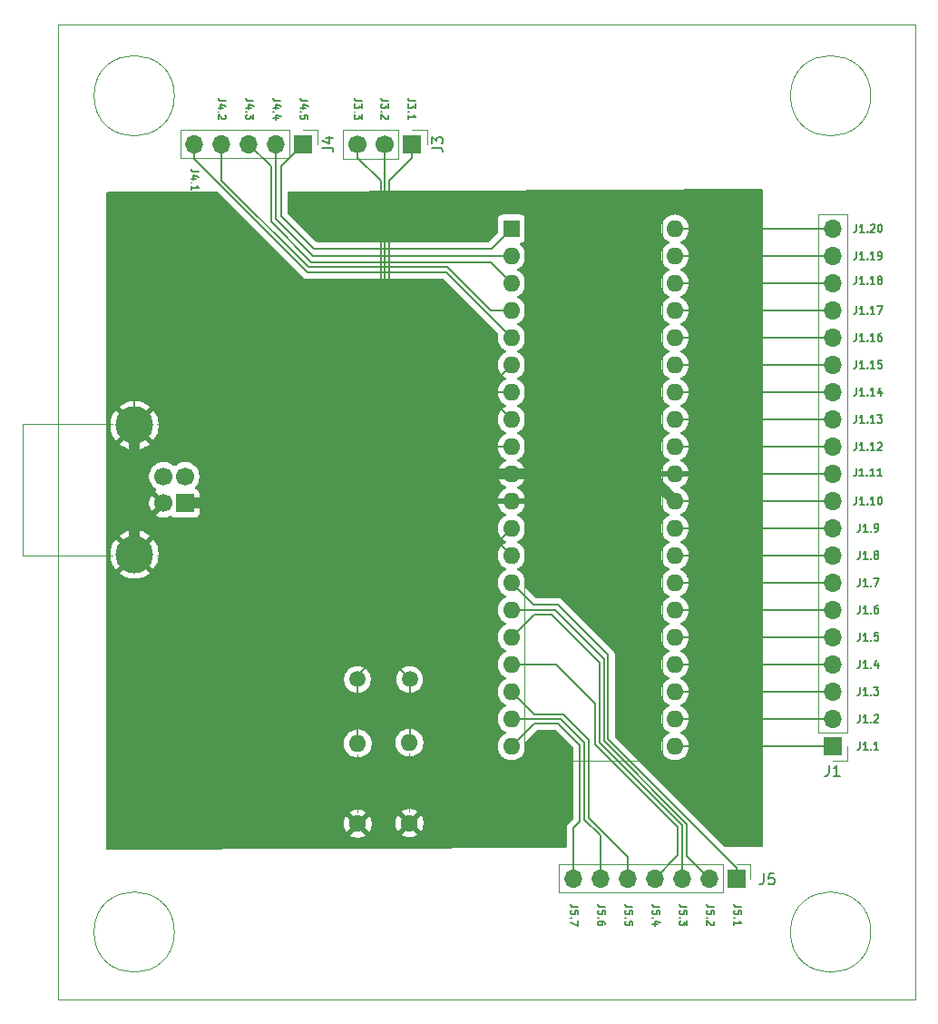
<source format=gbr>
%TF.GenerationSoftware,KiCad,Pcbnew,9.0.2*%
%TF.CreationDate,2025-06-20T02:33:54+09:00*%
%TF.ProjectId,ATmega32-16P,41546d65-6761-4333-922d-3136502e6b69,rev?*%
%TF.SameCoordinates,Original*%
%TF.FileFunction,Paste,Bot*%
%TF.FilePolarity,Positive*%
%FSLAX46Y46*%
G04 Gerber Fmt 4.6, Leading zero omitted, Abs format (unit mm)*
G04 Created by KiCad (PCBNEW 9.0.2) date 2025-06-20 02:33:54*
%MOMM*%
%LPD*%
G01*
G04 APERTURE LIST*
G04 Aperture macros list*
%AMRoundRect*
0 Rectangle with rounded corners*
0 $1 Rounding radius*
0 $2 $3 $4 $5 $6 $7 $8 $9 X,Y pos of 4 corners*
0 Add a 4 corners polygon primitive as box body*
4,1,4,$2,$3,$4,$5,$6,$7,$8,$9,$2,$3,0*
0 Add four circle primitives for the rounded corners*
1,1,$1+$1,$2,$3*
1,1,$1+$1,$4,$5*
1,1,$1+$1,$6,$7*
1,1,$1+$1,$8,$9*
0 Add four rect primitives between the rounded corners*
20,1,$1+$1,$2,$3,$4,$5,0*
20,1,$1+$1,$4,$5,$6,$7,0*
20,1,$1+$1,$6,$7,$8,$9,0*
20,1,$1+$1,$8,$9,$2,$3,0*%
G04 Aperture macros list end*
%TA.AperFunction,ComponentPad*%
%ADD10C,1.700000*%
%TD*%
%TA.AperFunction,ComponentPad*%
%ADD11R,1.700000X1.700000*%
%TD*%
%TA.AperFunction,ComponentPad*%
%ADD12O,1.600000X1.600000*%
%TD*%
%TA.AperFunction,ComponentPad*%
%ADD13C,1.600000*%
%TD*%
%TA.AperFunction,ComponentPad*%
%ADD14C,3.500000*%
%TD*%
%TA.AperFunction,ComponentPad*%
%ADD15O,1.700000X1.700000*%
%TD*%
%TA.AperFunction,ComponentPad*%
%ADD16C,1.500000*%
%TD*%
%TA.AperFunction,ComponentPad*%
%ADD17R,1.600000X1.600000*%
%TD*%
%TA.AperFunction,ViaPad*%
%ADD18C,0.600000*%
%TD*%
%TA.AperFunction,Conductor*%
%ADD19C,0.200000*%
%TD*%
%ADD20C,1.700000*%
%ADD21R,1.700000X1.700000*%
%ADD22O,1.600000X1.600000*%
%ADD23C,1.600000*%
%ADD24C,3.500000*%
%ADD25O,1.700000X1.700000*%
%ADD26C,1.500000*%
%ADD27R,1.600000X1.600000*%
%TA.AperFunction,SMDPad,CuDef*%
%ADD28RoundRect,0.250000X-0.970000X-0.310000X0.970000X-0.310000X0.970000X0.310000X-0.970000X0.310000X0*%
%TD*%
%TA.AperFunction,Conductor*%
%ADD29C,1.000000*%
%TD*%
%ADD30RoundRect,0.250000X-0.970000X-0.310000X0.970000X-0.310000X0.970000X0.310000X-0.970000X0.310000X0*%
%ADD31C,0.150000*%
%ADD32C,0.120000*%
%TA.AperFunction,Profile*%
%ADD33C,0.050000*%
%TD*%
G04 APERTURE END LIST*
D10*
%TO.P,J3,3,Pin_3*%
%TO.N,Net-(J3-Pin_3)*%
X110871000Y-64516000D03*
%TO.P,J3,2,Pin_2*%
%TO.N,Net-(J3-Pin_2)*%
X113411000Y-64516000D03*
D11*
%TO.P,J3,1,Pin_1*%
%TO.N,Net-(J3-Pin_1)*%
X115951000Y-64516000D03*
%TD*%
D12*
%TO.P,C1,2*%
%TO.N,Net-(U1-XTAL1)*%
X115697000Y-120329000D03*
D13*
%TO.P,C1,1*%
%TO.N,GND*%
X115697000Y-127829000D03*
%TD*%
D14*
%TO.P,J6,5,Shield*%
%TO.N,GND*%
X90032000Y-90734000D03*
X90032000Y-102774000D03*
D10*
%TO.P,J6,4,GND*%
X92742000Y-98004000D03*
%TO.P,J6,3,D+*%
%TO.N,unconnected-(J6-D+-Pad3)*%
X92742000Y-95504000D03*
%TO.P,J6,2,D-*%
%TO.N,unconnected-(J6-D--Pad2)*%
X94742000Y-95504000D03*
D11*
%TO.P,J6,1,VBUS*%
%TO.N,+5V*%
X94742000Y-98004000D03*
%TD*%
D15*
%TO.P,J4,5,Pin_5*%
%TO.N,Net-(J4-Pin_5)*%
X95630000Y-64500000D03*
%TO.P,J4,4,Pin_4*%
%TO.N,Net-(J4-Pin_4)*%
X98170000Y-64500000D03*
%TO.P,J4,3,Pin_3*%
%TO.N,Net-(J4-Pin_3)*%
X100710000Y-64500000D03*
%TO.P,J4,2,Pin_2*%
%TO.N,Net-(J4-Pin_2)*%
X103250000Y-64500000D03*
D11*
%TO.P,J4,1,Pin_1*%
%TO.N,Net-(J4-Pin_1)*%
X105790000Y-64500000D03*
%TD*%
D16*
%TO.P,Y1,2,2*%
%TO.N,Net-(U1-XTAL1)*%
X115714000Y-114427000D03*
%TO.P,Y1,1,1*%
%TO.N,Net-(U1-XTAL2)*%
X110834000Y-114427000D03*
%TD*%
D15*
%TO.P,J1,20,Pin_20*%
%TO.N,Net-(J1-Pin_20)*%
X155194000Y-72390000D03*
%TO.P,J1,19,Pin_19*%
%TO.N,Net-(J1-Pin_19)*%
X155194000Y-74930000D03*
%TO.P,J1,18,Pin_18*%
%TO.N,Net-(J1-Pin_18)*%
X155194000Y-77470000D03*
%TO.P,J1,17,Pin_17*%
%TO.N,Net-(J1-Pin_17)*%
X155194000Y-80010000D03*
%TO.P,J1,16,Pin_16*%
%TO.N,Net-(J1-Pin_16)*%
X155194000Y-82550000D03*
%TO.P,J1,15,Pin_15*%
%TO.N,Net-(J1-Pin_15)*%
X155194000Y-85090000D03*
%TO.P,J1,14,Pin_14*%
%TO.N,Net-(J1-Pin_14)*%
X155194000Y-87630000D03*
%TO.P,J1,13,Pin_13*%
%TO.N,Net-(J1-Pin_13)*%
X155194000Y-90170000D03*
%TO.P,J1,12,Pin_12*%
%TO.N,Net-(J1-Pin_12)*%
X155194000Y-92710000D03*
%TO.P,J1,11,Pin_11*%
%TO.N,GND*%
X155194000Y-95250000D03*
%TO.P,J1,10,Pin_10*%
%TO.N,+5V*%
X155194000Y-97790000D03*
%TO.P,J1,9,Pin_9*%
%TO.N,Net-(J1-Pin_9)*%
X155194000Y-100330000D03*
%TO.P,J1,8,Pin_8*%
%TO.N,Net-(J1-Pin_8)*%
X155194000Y-102870000D03*
%TO.P,J1,7,Pin_7*%
%TO.N,Net-(J1-Pin_7)*%
X155194000Y-105410000D03*
%TO.P,J1,6,Pin_6*%
%TO.N,Net-(J1-Pin_6)*%
X155194000Y-107950000D03*
%TO.P,J1,5,Pin_5*%
%TO.N,Net-(J1-Pin_5)*%
X155194000Y-110490000D03*
%TO.P,J1,4,Pin_4*%
%TO.N,Net-(J1-Pin_4)*%
X155194000Y-113030000D03*
%TO.P,J1,3,Pin_3*%
%TO.N,Net-(J1-Pin_3)*%
X155194000Y-115570000D03*
%TO.P,J1,2,Pin_2*%
%TO.N,Net-(J1-Pin_2)*%
X155194000Y-118110000D03*
D11*
%TO.P,J1,1,Pin_1*%
%TO.N,Net-(J1-Pin_1)*%
X155194000Y-120650000D03*
%TD*%
D12*
%TO.P,C2,2*%
%TO.N,Net-(U1-XTAL2)*%
X110871000Y-120396000D03*
D13*
%TO.P,C2,1*%
%TO.N,GND*%
X110871000Y-127896000D03*
%TD*%
D12*
%TO.P,U1,40,PA0*%
%TO.N,Net-(J1-Pin_20)*%
X140462000Y-72390000D03*
%TO.P,U1,39,PA1*%
%TO.N,Net-(J1-Pin_19)*%
X140462000Y-74930000D03*
%TO.P,U1,38,PA2*%
%TO.N,Net-(J1-Pin_18)*%
X140462000Y-77470000D03*
%TO.P,U1,37,PA3*%
%TO.N,Net-(J1-Pin_17)*%
X140462000Y-80010000D03*
%TO.P,U1,36,PA4*%
%TO.N,Net-(J1-Pin_16)*%
X140462000Y-82550000D03*
%TO.P,U1,35,PA5*%
%TO.N,Net-(J1-Pin_15)*%
X140462000Y-85090000D03*
%TO.P,U1,34,PA6*%
%TO.N,Net-(J1-Pin_14)*%
X140462000Y-87630000D03*
%TO.P,U1,33,PA7*%
%TO.N,Net-(J1-Pin_13)*%
X140462000Y-90170000D03*
%TO.P,U1,32,AREF*%
%TO.N,Net-(J1-Pin_12)*%
X140462000Y-92710000D03*
%TO.P,U1,31,GND*%
%TO.N,GND*%
X140462000Y-95250000D03*
%TO.P,U1,30,AVCC*%
%TO.N,+5V*%
X140462000Y-97790000D03*
%TO.P,U1,29,PC7*%
%TO.N,Net-(J1-Pin_9)*%
X140462000Y-100330000D03*
%TO.P,U1,28,PC6*%
%TO.N,Net-(J1-Pin_8)*%
X140462000Y-102870000D03*
%TO.P,U1,27,PC5*%
%TO.N,Net-(J1-Pin_7)*%
X140462000Y-105410000D03*
%TO.P,U1,26,PC4*%
%TO.N,Net-(J1-Pin_6)*%
X140462000Y-107950000D03*
%TO.P,U1,25,PC3*%
%TO.N,Net-(J1-Pin_5)*%
X140462000Y-110490000D03*
%TO.P,U1,24,PC2*%
%TO.N,Net-(J1-Pin_4)*%
X140462000Y-113030000D03*
%TO.P,U1,23,PC1*%
%TO.N,Net-(J1-Pin_3)*%
X140462000Y-115570000D03*
%TO.P,U1,22,PC0*%
%TO.N,Net-(J1-Pin_2)*%
X140462000Y-118110000D03*
%TO.P,U1,21,PD7*%
%TO.N,Net-(J1-Pin_1)*%
X140462000Y-120650000D03*
%TO.P,U1,20,PD6*%
%TO.N,Net-(J5-Pin_7)*%
X125222000Y-120650000D03*
%TO.P,U1,19,PD5*%
%TO.N,Net-(J5-Pin_6)*%
X125222000Y-118110000D03*
%TO.P,U1,18,PD4*%
%TO.N,Net-(J5-Pin_5)*%
X125222000Y-115570000D03*
%TO.P,U1,17,PD3*%
%TO.N,Net-(J5-Pin_4)*%
X125222000Y-113030000D03*
%TO.P,U1,16,PD2*%
%TO.N,Net-(J5-Pin_3)*%
X125222000Y-110490000D03*
%TO.P,U1,15,PD1*%
%TO.N,Net-(J5-Pin_2)*%
X125222000Y-107950000D03*
%TO.P,U1,14,PD0*%
%TO.N,Net-(J5-Pin_1)*%
X125222000Y-105410000D03*
%TO.P,U1,13,XTAL1*%
%TO.N,Net-(U1-XTAL1)*%
X125222000Y-102870000D03*
%TO.P,U1,12,XTAL2*%
%TO.N,Net-(U1-XTAL2)*%
X125222000Y-100330000D03*
%TO.P,U1,11,GND*%
%TO.N,GND*%
X125222000Y-97790000D03*
%TO.P,U1,10,VCC*%
%TO.N,+5V*%
X125222000Y-95250000D03*
%TO.P,U1,9,~{RESET}*%
%TO.N,Net-(U1-~{RESET})*%
X125222000Y-92710000D03*
%TO.P,U1,8,PB7*%
%TO.N,Net-(J3-Pin_3)*%
X125222000Y-90170000D03*
%TO.P,U1,7,PB6*%
%TO.N,Net-(J3-Pin_2)*%
X125222000Y-87630000D03*
%TO.P,U1,6,PB5*%
%TO.N,Net-(J3-Pin_1)*%
X125222000Y-85090000D03*
%TO.P,U1,5,PB4*%
%TO.N,Net-(J4-Pin_5)*%
X125222000Y-82550000D03*
%TO.P,U1,4,PB3*%
%TO.N,Net-(J4-Pin_4)*%
X125222000Y-80010000D03*
%TO.P,U1,3,PB2*%
%TO.N,Net-(J4-Pin_3)*%
X125222000Y-77470000D03*
%TO.P,U1,2,PB1*%
%TO.N,Net-(J4-Pin_2)*%
X125222000Y-74930000D03*
D17*
%TO.P,U1,1,PB0*%
%TO.N,Net-(J4-Pin_1)*%
X125222000Y-72390000D03*
%TD*%
D15*
%TO.P,J5,7,Pin_7*%
%TO.N,Net-(J5-Pin_7)*%
X130960000Y-133000000D03*
%TO.P,J5,6,Pin_6*%
%TO.N,Net-(J5-Pin_6)*%
X133500000Y-133000000D03*
%TO.P,J5,5,Pin_5*%
%TO.N,Net-(J5-Pin_5)*%
X136040000Y-133000000D03*
%TO.P,J5,4,Pin_4*%
%TO.N,Net-(J5-Pin_4)*%
X138580000Y-133000000D03*
%TO.P,J5,3,Pin_3*%
%TO.N,Net-(J5-Pin_3)*%
X141120000Y-133000000D03*
%TO.P,J5,2,Pin_2*%
%TO.N,Net-(J5-Pin_2)*%
X143660000Y-133000000D03*
D11*
%TO.P,J5,1,Pin_1*%
%TO.N,Net-(J5-Pin_1)*%
X146200000Y-133000000D03*
%TD*%
D18*
%TO.N,GND*%
X147787000Y-129515000D03*
X147787000Y-126975000D03*
X147787000Y-124435000D03*
X147787000Y-121895000D03*
X147787000Y-119355000D03*
X147787000Y-116815000D03*
X147787000Y-114275000D03*
X147787000Y-111735000D03*
X147787000Y-109195000D03*
X147787000Y-106655000D03*
X147787000Y-104115000D03*
X147787000Y-101575000D03*
X147787000Y-99035000D03*
X147787000Y-96495000D03*
X147787000Y-93955000D03*
X147787000Y-91415000D03*
X147787000Y-88875000D03*
X147787000Y-86335000D03*
X147787000Y-83795000D03*
X147787000Y-81255000D03*
X147787000Y-78715000D03*
X147787000Y-76175000D03*
X147787000Y-73635000D03*
X147787000Y-71095000D03*
X145247000Y-126975000D03*
X145247000Y-124435000D03*
X145247000Y-121895000D03*
X145247000Y-119355000D03*
X145247000Y-116815000D03*
X145247000Y-114275000D03*
X145247000Y-111735000D03*
X145247000Y-109195000D03*
X145247000Y-106655000D03*
X145247000Y-104115000D03*
X145247000Y-101575000D03*
X145247000Y-99035000D03*
X145247000Y-96495000D03*
X145247000Y-93955000D03*
X145247000Y-91415000D03*
X145247000Y-88875000D03*
X145247000Y-86335000D03*
X145247000Y-83795000D03*
X145247000Y-81255000D03*
X145247000Y-78715000D03*
X145247000Y-76175000D03*
X145247000Y-73635000D03*
X145247000Y-71095000D03*
X142707000Y-124435000D03*
X142707000Y-121895000D03*
X142707000Y-119355000D03*
X142707000Y-116815000D03*
X142707000Y-114275000D03*
X142707000Y-111735000D03*
X142707000Y-109195000D03*
X142707000Y-106655000D03*
X142707000Y-104115000D03*
X142707000Y-101575000D03*
X142707000Y-99035000D03*
X142707000Y-96495000D03*
X142707000Y-93955000D03*
X142707000Y-91415000D03*
X142707000Y-88875000D03*
X142707000Y-86335000D03*
X142707000Y-83795000D03*
X142707000Y-81255000D03*
X142707000Y-78715000D03*
X142707000Y-76175000D03*
X142707000Y-73635000D03*
X142707000Y-71095000D03*
X137627000Y-119355000D03*
X137627000Y-116815000D03*
X137627000Y-114275000D03*
X137627000Y-111735000D03*
X137627000Y-109195000D03*
X137627000Y-106655000D03*
X137627000Y-104115000D03*
X137627000Y-101575000D03*
X137627000Y-99035000D03*
X137627000Y-91415000D03*
X137627000Y-88875000D03*
X137627000Y-86335000D03*
X137627000Y-83795000D03*
X137627000Y-81255000D03*
X137627000Y-78715000D03*
X137627000Y-76175000D03*
X137627000Y-73635000D03*
X137627000Y-71095000D03*
X135087000Y-109195000D03*
X135087000Y-106655000D03*
X135087000Y-104115000D03*
X135087000Y-101575000D03*
X135087000Y-99035000D03*
X135087000Y-91415000D03*
X135087000Y-88875000D03*
X135087000Y-86335000D03*
X135087000Y-83795000D03*
X135087000Y-81255000D03*
X135087000Y-78715000D03*
X135087000Y-76175000D03*
X135087000Y-73635000D03*
X135087000Y-71095000D03*
X132547000Y-106655000D03*
X132547000Y-104115000D03*
X132547000Y-101575000D03*
X132547000Y-99035000D03*
X132547000Y-91415000D03*
X132547000Y-88875000D03*
X132547000Y-86335000D03*
X132547000Y-83795000D03*
X132547000Y-81255000D03*
X132547000Y-78715000D03*
X132547000Y-76175000D03*
X132547000Y-73635000D03*
X132547000Y-71095000D03*
X130007000Y-129515000D03*
X130007000Y-126975000D03*
X130007000Y-124435000D03*
X130007000Y-121895000D03*
X130007000Y-104115000D03*
X130007000Y-101575000D03*
X130007000Y-99035000D03*
X130007000Y-91415000D03*
X130007000Y-88875000D03*
X130007000Y-86335000D03*
X130007000Y-83795000D03*
X130007000Y-81255000D03*
X130007000Y-78715000D03*
X130007000Y-76175000D03*
X130007000Y-73635000D03*
X130007000Y-71095000D03*
X127467000Y-129515000D03*
X127467000Y-126975000D03*
X127467000Y-124435000D03*
X127467000Y-121895000D03*
X127467000Y-104115000D03*
X127467000Y-101575000D03*
X127467000Y-99035000D03*
X127467000Y-91415000D03*
X127467000Y-88875000D03*
X127467000Y-86335000D03*
X127467000Y-83795000D03*
X127467000Y-81255000D03*
X127467000Y-78715000D03*
X127467000Y-76175000D03*
X127467000Y-73635000D03*
X127467000Y-71095000D03*
X124927000Y-129515000D03*
X124927000Y-126975000D03*
X124927000Y-124435000D03*
X122387000Y-129515000D03*
X122387000Y-126975000D03*
X122387000Y-124435000D03*
X122387000Y-121895000D03*
X122387000Y-119355000D03*
X122387000Y-116815000D03*
X122387000Y-114275000D03*
X122387000Y-111735000D03*
X122387000Y-109195000D03*
X122387000Y-106655000D03*
X122387000Y-104115000D03*
X122387000Y-99035000D03*
X122387000Y-91415000D03*
X122387000Y-83795000D03*
X122387000Y-71095000D03*
X119847000Y-129515000D03*
X119847000Y-126975000D03*
X119847000Y-124435000D03*
X119847000Y-121895000D03*
X119847000Y-119355000D03*
X119847000Y-116815000D03*
X119847000Y-114275000D03*
X119847000Y-111735000D03*
X119847000Y-109195000D03*
X119847000Y-106655000D03*
X119847000Y-93955000D03*
X119847000Y-83795000D03*
X119847000Y-81255000D03*
X119847000Y-71095000D03*
X117307000Y-129515000D03*
X117307000Y-126975000D03*
X117307000Y-124435000D03*
X117307000Y-121895000D03*
X117307000Y-119355000D03*
X117307000Y-116815000D03*
X117307000Y-114275000D03*
X117307000Y-111735000D03*
X117307000Y-109195000D03*
X117307000Y-101575000D03*
X117307000Y-96495000D03*
X117307000Y-93955000D03*
X117307000Y-81255000D03*
X117307000Y-78715000D03*
X117307000Y-71095000D03*
X114767000Y-129515000D03*
X114767000Y-124435000D03*
X114767000Y-116815000D03*
X114767000Y-104115000D03*
X114767000Y-101575000D03*
X114767000Y-96495000D03*
X114767000Y-93955000D03*
X114767000Y-91415000D03*
X114767000Y-78715000D03*
X114767000Y-71095000D03*
X112227000Y-129515000D03*
X112227000Y-124435000D03*
X112227000Y-121895000D03*
X112227000Y-116815000D03*
X112227000Y-106655000D03*
X112227000Y-104115000D03*
X112227000Y-101575000D03*
X112227000Y-96495000D03*
X112227000Y-93955000D03*
X112227000Y-91415000D03*
X112227000Y-88875000D03*
X109687000Y-129515000D03*
X109687000Y-124435000D03*
X109687000Y-116815000D03*
X109687000Y-111735000D03*
X109687000Y-109195000D03*
X109687000Y-106655000D03*
X109687000Y-104115000D03*
X109687000Y-101575000D03*
X109687000Y-96495000D03*
X109687000Y-93955000D03*
X109687000Y-91415000D03*
X109687000Y-88875000D03*
X109687000Y-86335000D03*
X109687000Y-81255000D03*
X109687000Y-78715000D03*
X109687000Y-71095000D03*
X107147000Y-129515000D03*
X107147000Y-126975000D03*
X107147000Y-124435000D03*
X107147000Y-121895000D03*
X107147000Y-119355000D03*
X107147000Y-116815000D03*
X107147000Y-114275000D03*
X107147000Y-111735000D03*
X107147000Y-109195000D03*
X107147000Y-106655000D03*
X107147000Y-104115000D03*
X107147000Y-101575000D03*
X107147000Y-96495000D03*
X107147000Y-93955000D03*
X107147000Y-91415000D03*
X107147000Y-88875000D03*
X107147000Y-86335000D03*
X107147000Y-81255000D03*
X107147000Y-78715000D03*
X107147000Y-71095000D03*
X104607000Y-129515000D03*
X104607000Y-126975000D03*
X104607000Y-124435000D03*
X104607000Y-121895000D03*
X104607000Y-119355000D03*
X104607000Y-116815000D03*
X104607000Y-114275000D03*
X104607000Y-111735000D03*
X104607000Y-109195000D03*
X104607000Y-106655000D03*
X104607000Y-104115000D03*
X104607000Y-101575000D03*
X104607000Y-96495000D03*
X104607000Y-93955000D03*
X104607000Y-91415000D03*
X104607000Y-88875000D03*
X104607000Y-86335000D03*
X104607000Y-83795000D03*
X104607000Y-81255000D03*
X104607000Y-78715000D03*
X102067000Y-129515000D03*
X102067000Y-126975000D03*
X102067000Y-124435000D03*
X102067000Y-121895000D03*
X102067000Y-119355000D03*
X102067000Y-116815000D03*
X102067000Y-114275000D03*
X102067000Y-111735000D03*
X102067000Y-109195000D03*
X102067000Y-106655000D03*
X102067000Y-104115000D03*
X102067000Y-101575000D03*
X102067000Y-96495000D03*
X102067000Y-93955000D03*
X102067000Y-91415000D03*
X102067000Y-88875000D03*
X102067000Y-86335000D03*
X102067000Y-83795000D03*
X102067000Y-81255000D03*
X102067000Y-78715000D03*
X102067000Y-76175000D03*
X99527000Y-129515000D03*
X99527000Y-126975000D03*
X99527000Y-124435000D03*
X99527000Y-121895000D03*
X99527000Y-119355000D03*
X99527000Y-116815000D03*
X99527000Y-114275000D03*
X99527000Y-111735000D03*
X99527000Y-109195000D03*
X99527000Y-106655000D03*
X99527000Y-104115000D03*
X99527000Y-101575000D03*
X99527000Y-96495000D03*
X99527000Y-93955000D03*
X99527000Y-91415000D03*
X99527000Y-88875000D03*
X99527000Y-86335000D03*
X99527000Y-81255000D03*
X99527000Y-78715000D03*
X99527000Y-76175000D03*
X99527000Y-73635000D03*
X96987000Y-129515000D03*
X96987000Y-126975000D03*
X96987000Y-124435000D03*
X96987000Y-121895000D03*
X96987000Y-119355000D03*
X96987000Y-116815000D03*
X96987000Y-114275000D03*
X96987000Y-111735000D03*
X96987000Y-109195000D03*
X96987000Y-106655000D03*
X96987000Y-104115000D03*
X96987000Y-101575000D03*
X96987000Y-96495000D03*
X96987000Y-93955000D03*
X96987000Y-91415000D03*
X96987000Y-88875000D03*
X96987000Y-86335000D03*
X96987000Y-83795000D03*
X96987000Y-81255000D03*
X96987000Y-78715000D03*
X96987000Y-76175000D03*
X96987000Y-73635000D03*
X96987000Y-71095000D03*
X94447000Y-129515000D03*
X94447000Y-126975000D03*
X94447000Y-124435000D03*
X94447000Y-121895000D03*
X94447000Y-119355000D03*
X94447000Y-116815000D03*
X94447000Y-114275000D03*
X94447000Y-111735000D03*
X94447000Y-109195000D03*
X94447000Y-106655000D03*
X94447000Y-104115000D03*
X94447000Y-101575000D03*
X94447000Y-91415000D03*
X94447000Y-88875000D03*
X94447000Y-86335000D03*
X94447000Y-81255000D03*
X94447000Y-78715000D03*
X94447000Y-76175000D03*
X94447000Y-73635000D03*
X94447000Y-71095000D03*
X91907000Y-129515000D03*
X91907000Y-126975000D03*
X91907000Y-124435000D03*
X91907000Y-121895000D03*
X91907000Y-119355000D03*
X91907000Y-116815000D03*
X91907000Y-114275000D03*
X91907000Y-111735000D03*
X91907000Y-109195000D03*
X91907000Y-106655000D03*
X91907000Y-83795000D03*
X91907000Y-81255000D03*
X91907000Y-78715000D03*
X91907000Y-76175000D03*
X91907000Y-73635000D03*
X91907000Y-71095000D03*
X89367000Y-129515000D03*
X89367000Y-126975000D03*
X89367000Y-124435000D03*
X89367000Y-121895000D03*
X89367000Y-119355000D03*
X89367000Y-116815000D03*
X89367000Y-114275000D03*
X89367000Y-111735000D03*
X89367000Y-109195000D03*
X89367000Y-106655000D03*
X89367000Y-86335000D03*
X89367000Y-83795000D03*
X89367000Y-81255000D03*
X89367000Y-78715000D03*
X89367000Y-76175000D03*
X89367000Y-73635000D03*
X89367000Y-71095000D03*
%TD*%
D19*
%TO.N,Net-(J5-Pin_4)*%
X133036000Y-116653000D02*
X129413000Y-113030000D01*
X129413000Y-113030000D02*
X125222000Y-113030000D01*
X133036000Y-120513300D02*
X133036000Y-116653000D01*
X140716000Y-128193300D02*
X133036000Y-120513300D01*
X140716000Y-130864000D02*
X140716000Y-128193300D01*
X138580000Y-133000000D02*
X140716000Y-130864000D01*
%TO.N,Net-(J5-Pin_1)*%
X146200000Y-131976000D02*
X146200000Y-133000000D01*
X134239000Y-120015000D02*
X146200000Y-131976000D01*
X134239000Y-112141000D02*
X134239000Y-120015000D01*
X125222000Y-105410000D02*
X127254000Y-107442000D01*
X127254000Y-107442000D02*
X129540000Y-107442000D01*
X129540000Y-107442000D02*
X134239000Y-112141000D01*
%TO.N,Net-(J5-Pin_2)*%
X141605000Y-130945000D02*
X143660000Y-133000000D01*
X141605000Y-127948100D02*
X141605000Y-130945000D01*
X133838000Y-120181100D02*
X141605000Y-127948100D01*
X133838000Y-112502000D02*
X133838000Y-120181100D01*
X129286000Y-107950000D02*
X133838000Y-112502000D01*
X125222000Y-107950000D02*
X129286000Y-107950000D01*
%TO.N,Net-(J5-Pin_3)*%
X133437000Y-120347200D02*
X141120000Y-128030200D01*
X133437000Y-112863000D02*
X133437000Y-120347200D01*
X128925000Y-108351000D02*
X133437000Y-112863000D01*
X141120000Y-128030200D02*
X141120000Y-133000000D01*
X127361000Y-108351000D02*
X128925000Y-108351000D01*
X125222000Y-110490000D02*
X127361000Y-108351000D01*
%TO.N,Net-(J5-Pin_5)*%
X127361000Y-117709000D02*
X125222000Y-115570000D01*
X132396000Y-120077000D02*
X130028000Y-117709000D01*
X132396000Y-127316000D02*
X132396000Y-120077000D01*
X136040000Y-130960000D02*
X132396000Y-127316000D01*
X130028000Y-117709000D02*
X127361000Y-117709000D01*
X136040000Y-133000000D02*
X136040000Y-130960000D01*
%TO.N,Net-(J5-Pin_6)*%
X133500000Y-128987100D02*
X133500000Y-133000000D01*
X131995000Y-120311000D02*
X131995000Y-127482100D01*
X129794000Y-118110000D02*
X131995000Y-120311000D01*
X131995000Y-127482100D02*
X133500000Y-128987100D01*
X125222000Y-118110000D02*
X129794000Y-118110000D01*
%TO.N,Net-(J5-Pin_7)*%
X131594000Y-127664550D02*
X130960000Y-128298550D01*
X131594000Y-120545000D02*
X131594000Y-127664550D01*
X129560000Y-118511000D02*
X131594000Y-120545000D01*
X127361000Y-118511000D02*
X129560000Y-118511000D01*
X130960000Y-128298550D02*
X130960000Y-133000000D01*
X125222000Y-120650000D02*
X127361000Y-118511000D01*
%TO.N,Net-(J4-Pin_1)*%
X123362000Y-74250000D02*
X125222000Y-72390000D01*
X106762000Y-74250000D02*
X123362000Y-74250000D01*
X103750000Y-71238000D02*
X106762000Y-74250000D01*
X103750000Y-66540000D02*
X103750000Y-71238000D01*
X105790000Y-64500000D02*
X103750000Y-66540000D01*
%TO.N,Net-(J4-Pin_2)*%
X106680000Y-74930000D02*
X125222000Y-74930000D01*
X103250000Y-71500000D02*
X106680000Y-74930000D01*
X103250000Y-64500000D02*
X103250000Y-71500000D01*
%TO.N,Net-(J4-Pin_3)*%
X123252000Y-75500000D02*
X125222000Y-77470000D01*
X106488000Y-75500000D02*
X123252000Y-75500000D01*
X102750000Y-71762000D02*
X106488000Y-75500000D01*
X100710000Y-64500000D02*
X102750000Y-66540000D01*
X102750000Y-66540000D02*
X102750000Y-71762000D01*
%TO.N,Net-(J4-Pin_4)*%
X123260000Y-80010000D02*
X125222000Y-80010000D01*
X119250000Y-76000000D02*
X123260000Y-80010000D01*
X106285100Y-76000000D02*
X119250000Y-76000000D01*
X98170000Y-67884900D02*
X106285100Y-76000000D01*
X98170000Y-64500000D02*
X98170000Y-67884900D01*
%TO.N,Net-(J4-Pin_5)*%
X119172000Y-76500000D02*
X125222000Y-82550000D01*
X106218000Y-76500000D02*
X119172000Y-76500000D01*
X95630000Y-64500000D02*
X95630000Y-65912000D01*
X95630000Y-65912000D02*
X106218000Y-76500000D01*
%TO.N,Net-(J3-Pin_1)*%
X125090000Y-85090000D02*
X125000000Y-85000000D01*
X125222000Y-85090000D02*
X125090000Y-85090000D01*
%TD*%
%TA.AperFunction,Conductor*%
%TO.N,GND*%
G36*
X97802549Y-68937947D02*
G01*
X97823624Y-68954859D01*
X105733139Y-76864374D01*
X105733149Y-76864385D01*
X105737479Y-76868715D01*
X105737480Y-76868716D01*
X105849284Y-76980520D01*
X105926600Y-77025157D01*
X105936095Y-77030639D01*
X105936097Y-77030641D01*
X105986213Y-77059576D01*
X105986215Y-77059577D01*
X106138942Y-77100500D01*
X106138943Y-77100500D01*
X118871903Y-77100500D01*
X118938942Y-77120185D01*
X118959584Y-77136819D01*
X123927922Y-82105157D01*
X123961407Y-82166480D01*
X123958173Y-82231155D01*
X123953522Y-82245468D01*
X123921500Y-82447648D01*
X123921500Y-82652351D01*
X123953522Y-82854534D01*
X124016781Y-83049223D01*
X124109715Y-83231613D01*
X124230028Y-83397213D01*
X124374786Y-83541971D01*
X124529749Y-83654556D01*
X124540390Y-83662287D01*
X124631840Y-83708883D01*
X124633080Y-83709515D01*
X124683876Y-83757490D01*
X124700671Y-83825311D01*
X124678134Y-83891446D01*
X124633080Y-83930485D01*
X124540386Y-83977715D01*
X124374786Y-84098028D01*
X124230028Y-84242786D01*
X124109715Y-84408386D01*
X124016781Y-84590776D01*
X123953522Y-84785465D01*
X123921500Y-84987648D01*
X123921500Y-85192351D01*
X123953522Y-85394534D01*
X124016781Y-85589223D01*
X124109715Y-85771613D01*
X124230028Y-85937213D01*
X124374786Y-86081971D01*
X124529749Y-86194556D01*
X124540390Y-86202287D01*
X124631840Y-86248883D01*
X124633080Y-86249515D01*
X124683876Y-86297490D01*
X124700671Y-86365311D01*
X124678134Y-86431446D01*
X124633080Y-86470485D01*
X124540386Y-86517715D01*
X124374786Y-86638028D01*
X124230028Y-86782786D01*
X124109715Y-86948386D01*
X124016781Y-87130776D01*
X123953522Y-87325465D01*
X123921500Y-87527648D01*
X123921500Y-87732351D01*
X123953522Y-87934534D01*
X124016781Y-88129223D01*
X124109715Y-88311613D01*
X124230028Y-88477213D01*
X124374786Y-88621971D01*
X124529749Y-88734556D01*
X124540390Y-88742287D01*
X124631840Y-88788883D01*
X124633080Y-88789515D01*
X124683876Y-88837490D01*
X124700671Y-88905311D01*
X124678134Y-88971446D01*
X124633080Y-89010485D01*
X124540386Y-89057715D01*
X124374786Y-89178028D01*
X124230028Y-89322786D01*
X124109715Y-89488386D01*
X124016781Y-89670776D01*
X123953522Y-89865465D01*
X123921500Y-90067648D01*
X123921500Y-90272351D01*
X123953522Y-90474534D01*
X124016781Y-90669223D01*
X124109715Y-90851613D01*
X124230028Y-91017213D01*
X124374786Y-91161971D01*
X124529749Y-91274556D01*
X124540390Y-91282287D01*
X124631840Y-91328883D01*
X124633080Y-91329515D01*
X124683876Y-91377490D01*
X124700671Y-91445311D01*
X124678134Y-91511446D01*
X124633080Y-91550485D01*
X124540386Y-91597715D01*
X124374786Y-91718028D01*
X124230028Y-91862786D01*
X124109715Y-92028386D01*
X124016781Y-92210776D01*
X123953522Y-92405465D01*
X123921500Y-92607648D01*
X123921500Y-92812351D01*
X123953522Y-93014534D01*
X124016781Y-93209223D01*
X124109715Y-93391613D01*
X124230028Y-93557213D01*
X124374786Y-93701971D01*
X124529749Y-93814556D01*
X124540390Y-93822287D01*
X124631840Y-93868883D01*
X124633080Y-93869515D01*
X124683876Y-93917490D01*
X124700671Y-93985311D01*
X124678134Y-94051446D01*
X124633080Y-94090485D01*
X124540386Y-94137715D01*
X124374786Y-94258028D01*
X124230028Y-94402786D01*
X124109715Y-94568386D01*
X124016781Y-94750776D01*
X123953522Y-94945465D01*
X123921500Y-95147648D01*
X123921500Y-95352351D01*
X123953522Y-95554534D01*
X124016781Y-95749223D01*
X124109715Y-95931613D01*
X124230028Y-96097213D01*
X124374786Y-96241971D01*
X124529749Y-96354556D01*
X124540390Y-96362287D01*
X124612424Y-96398990D01*
X124633629Y-96409795D01*
X124684425Y-96457770D01*
X124701220Y-96525591D01*
X124678682Y-96591726D01*
X124633629Y-96630765D01*
X124540650Y-96678140D01*
X124375105Y-96798417D01*
X124375104Y-96798417D01*
X124230417Y-96943104D01*
X124230417Y-96943105D01*
X124110140Y-97108650D01*
X124017244Y-97290970D01*
X123954009Y-97485586D01*
X123945391Y-97540000D01*
X124906314Y-97540000D01*
X124901920Y-97544394D01*
X124849259Y-97635606D01*
X124822000Y-97737339D01*
X124822000Y-97842661D01*
X124849259Y-97944394D01*
X124901920Y-98035606D01*
X124906314Y-98040000D01*
X123945391Y-98040000D01*
X123954009Y-98094413D01*
X124017244Y-98289029D01*
X124110140Y-98471349D01*
X124230417Y-98636894D01*
X124230417Y-98636895D01*
X124375104Y-98781582D01*
X124540652Y-98901861D01*
X124633628Y-98949234D01*
X124684425Y-98997208D01*
X124701220Y-99065029D01*
X124678683Y-99131164D01*
X124633630Y-99170203D01*
X124540388Y-99217713D01*
X124374786Y-99338028D01*
X124230028Y-99482786D01*
X124109715Y-99648386D01*
X124016781Y-99830776D01*
X123953522Y-100025465D01*
X123921500Y-100227648D01*
X123921500Y-100432351D01*
X123953522Y-100634534D01*
X124016781Y-100829223D01*
X124109715Y-101011613D01*
X124230028Y-101177213D01*
X124374786Y-101321971D01*
X124529749Y-101434556D01*
X124540390Y-101442287D01*
X124631840Y-101488883D01*
X124633080Y-101489515D01*
X124683876Y-101537490D01*
X124700671Y-101605311D01*
X124678134Y-101671446D01*
X124633080Y-101710485D01*
X124540386Y-101757715D01*
X124374786Y-101878028D01*
X124230028Y-102022786D01*
X124109715Y-102188386D01*
X124016781Y-102370776D01*
X123953522Y-102565465D01*
X123921500Y-102767648D01*
X123921500Y-102972351D01*
X123953522Y-103174534D01*
X124016781Y-103369223D01*
X124024613Y-103384593D01*
X124100203Y-103532946D01*
X124109715Y-103551613D01*
X124230028Y-103717213D01*
X124374786Y-103861971D01*
X124529749Y-103974556D01*
X124540390Y-103982287D01*
X124627569Y-104026707D01*
X124633080Y-104029515D01*
X124683876Y-104077490D01*
X124700671Y-104145311D01*
X124678134Y-104211446D01*
X124633080Y-104250485D01*
X124540386Y-104297715D01*
X124374786Y-104418028D01*
X124230028Y-104562786D01*
X124109715Y-104728386D01*
X124016781Y-104910776D01*
X123953522Y-105105465D01*
X123921500Y-105307648D01*
X123921500Y-105512351D01*
X123953522Y-105714534D01*
X124016781Y-105909223D01*
X124109715Y-106091613D01*
X124230028Y-106257213D01*
X124374786Y-106401971D01*
X124529749Y-106514556D01*
X124540390Y-106522287D01*
X124631840Y-106568883D01*
X124633080Y-106569515D01*
X124683876Y-106617490D01*
X124700671Y-106685311D01*
X124678134Y-106751446D01*
X124633080Y-106790485D01*
X124540386Y-106837715D01*
X124374786Y-106958028D01*
X124230028Y-107102786D01*
X124109715Y-107268386D01*
X124016781Y-107450776D01*
X123953522Y-107645465D01*
X123921500Y-107847648D01*
X123921500Y-108052351D01*
X123953522Y-108254534D01*
X124016781Y-108449223D01*
X124109715Y-108631613D01*
X124230028Y-108797213D01*
X124374786Y-108941971D01*
X124529749Y-109054556D01*
X124540390Y-109062287D01*
X124631840Y-109108883D01*
X124633080Y-109109515D01*
X124683876Y-109157490D01*
X124700671Y-109225311D01*
X124678134Y-109291446D01*
X124633080Y-109330485D01*
X124540386Y-109377715D01*
X124374786Y-109498028D01*
X124230028Y-109642786D01*
X124109715Y-109808386D01*
X124016781Y-109990776D01*
X123953522Y-110185465D01*
X123921500Y-110387648D01*
X123921500Y-110592351D01*
X123953522Y-110794534D01*
X124016781Y-110989223D01*
X124109715Y-111171613D01*
X124230028Y-111337213D01*
X124374786Y-111481971D01*
X124529749Y-111594556D01*
X124540390Y-111602287D01*
X124631840Y-111648883D01*
X124633080Y-111649515D01*
X124683876Y-111697490D01*
X124700671Y-111765311D01*
X124678134Y-111831446D01*
X124633080Y-111870485D01*
X124540386Y-111917715D01*
X124374786Y-112038028D01*
X124230028Y-112182786D01*
X124109715Y-112348386D01*
X124016781Y-112530776D01*
X123953522Y-112725465D01*
X123921500Y-112927648D01*
X123921500Y-113132351D01*
X123953522Y-113334534D01*
X124016781Y-113529223D01*
X124109715Y-113711613D01*
X124230028Y-113877213D01*
X124374786Y-114021971D01*
X124529222Y-114134173D01*
X124540390Y-114142287D01*
X124631840Y-114188883D01*
X124633080Y-114189515D01*
X124683876Y-114237490D01*
X124700671Y-114305311D01*
X124678134Y-114371446D01*
X124633080Y-114410485D01*
X124540386Y-114457715D01*
X124374786Y-114578028D01*
X124230028Y-114722786D01*
X124109715Y-114888386D01*
X124016781Y-115070776D01*
X123953522Y-115265465D01*
X123927837Y-115427640D01*
X123921500Y-115467648D01*
X123921500Y-115672352D01*
X123925878Y-115699995D01*
X123953522Y-115874534D01*
X124016781Y-116069223D01*
X124109715Y-116251613D01*
X124230028Y-116417213D01*
X124374786Y-116561971D01*
X124529749Y-116674556D01*
X124540390Y-116682287D01*
X124631840Y-116728883D01*
X124633080Y-116729515D01*
X124683876Y-116777490D01*
X124700671Y-116845311D01*
X124678134Y-116911446D01*
X124633080Y-116950485D01*
X124540386Y-116997715D01*
X124374786Y-117118028D01*
X124230028Y-117262786D01*
X124109715Y-117428386D01*
X124016781Y-117610776D01*
X123953522Y-117805465D01*
X123921500Y-118007648D01*
X123921500Y-118212351D01*
X123953522Y-118414534D01*
X124016781Y-118609223D01*
X124109715Y-118791613D01*
X124230028Y-118957213D01*
X124374786Y-119101971D01*
X124497024Y-119190780D01*
X124540390Y-119222287D01*
X124628662Y-119267264D01*
X124633080Y-119269515D01*
X124683876Y-119317490D01*
X124700671Y-119385311D01*
X124678134Y-119451446D01*
X124633080Y-119490485D01*
X124540386Y-119537715D01*
X124374786Y-119658028D01*
X124230028Y-119802786D01*
X124109715Y-119968386D01*
X124016781Y-120150776D01*
X123953522Y-120345465D01*
X123921500Y-120547648D01*
X123921500Y-120752351D01*
X123953522Y-120954534D01*
X124016781Y-121149223D01*
X124064672Y-121243213D01*
X124104292Y-121320971D01*
X124109715Y-121331613D01*
X124230028Y-121497213D01*
X124374786Y-121641971D01*
X124529749Y-121754556D01*
X124540390Y-121762287D01*
X124656607Y-121821503D01*
X124722776Y-121855218D01*
X124722778Y-121855218D01*
X124722781Y-121855220D01*
X124827137Y-121889127D01*
X124917465Y-121918477D01*
X125018557Y-121934488D01*
X125119648Y-121950500D01*
X125119649Y-121950500D01*
X125324351Y-121950500D01*
X125324352Y-121950500D01*
X125526534Y-121918477D01*
X125721219Y-121855220D01*
X125903610Y-121762287D01*
X125996590Y-121694732D01*
X126069213Y-121641971D01*
X126069215Y-121641968D01*
X126069219Y-121641966D01*
X126213966Y-121497219D01*
X126213968Y-121497215D01*
X126213971Y-121497213D01*
X126266732Y-121424590D01*
X126334287Y-121331610D01*
X126427220Y-121149219D01*
X126490477Y-120954534D01*
X126522500Y-120752352D01*
X126522500Y-120547648D01*
X126490477Y-120345466D01*
X126485825Y-120331151D01*
X126483832Y-120261312D01*
X126516075Y-120205158D01*
X127573416Y-119147819D01*
X127634739Y-119114334D01*
X127661097Y-119111500D01*
X129259903Y-119111500D01*
X129326942Y-119131185D01*
X129347584Y-119147819D01*
X130957181Y-120757416D01*
X130990666Y-120818739D01*
X130993500Y-120845097D01*
X130993500Y-127364452D01*
X130973815Y-127431491D01*
X130957181Y-127452133D01*
X130479481Y-127929832D01*
X130479479Y-127929835D01*
X130429361Y-128016644D01*
X130429359Y-128016646D01*
X130400425Y-128066759D01*
X130400424Y-128066760D01*
X130400423Y-128066765D01*
X130359499Y-128219493D01*
X130359499Y-128219495D01*
X130359499Y-128387596D01*
X130359500Y-128387609D01*
X130359500Y-130000526D01*
X130339815Y-130067565D01*
X130287011Y-130113320D01*
X130236013Y-130124525D01*
X87500513Y-130301484D01*
X87433393Y-130282077D01*
X87387420Y-130229463D01*
X87376000Y-130177485D01*
X87376000Y-127793682D01*
X109571000Y-127793682D01*
X109571000Y-127998317D01*
X109603009Y-128200417D01*
X109666244Y-128395031D01*
X109759141Y-128577350D01*
X109759147Y-128577359D01*
X109791523Y-128621921D01*
X109791524Y-128621922D01*
X110471000Y-127942446D01*
X110471000Y-127948661D01*
X110498259Y-128050394D01*
X110550920Y-128141606D01*
X110625394Y-128216080D01*
X110716606Y-128268741D01*
X110818339Y-128296000D01*
X110824553Y-128296000D01*
X110145076Y-128975474D01*
X110189650Y-129007859D01*
X110371968Y-129100755D01*
X110566582Y-129163990D01*
X110768683Y-129196000D01*
X110973317Y-129196000D01*
X111175417Y-129163990D01*
X111370031Y-129100755D01*
X111552349Y-129007859D01*
X111596921Y-128975474D01*
X111596922Y-128975474D01*
X111570344Y-128948896D01*
X110917447Y-128296000D01*
X110923661Y-128296000D01*
X111025394Y-128268741D01*
X111116606Y-128216080D01*
X111191080Y-128141606D01*
X111243741Y-128050394D01*
X111271000Y-127948661D01*
X111271000Y-127942447D01*
X111950474Y-128621921D01*
X111982859Y-128577349D01*
X112075755Y-128395031D01*
X112138990Y-128200417D01*
X112171000Y-127998317D01*
X112171000Y-127793681D01*
X112162690Y-127741213D01*
X112160388Y-127726682D01*
X114397000Y-127726682D01*
X114397000Y-127931317D01*
X114429009Y-128133417D01*
X114492244Y-128328031D01*
X114585141Y-128510350D01*
X114585147Y-128510359D01*
X114617523Y-128554921D01*
X114617524Y-128554922D01*
X115297000Y-127875446D01*
X115297000Y-127881661D01*
X115324259Y-127983394D01*
X115376920Y-128074606D01*
X115451394Y-128149080D01*
X115542606Y-128201741D01*
X115644339Y-128229000D01*
X115650553Y-128229000D01*
X114971076Y-128908474D01*
X115015650Y-128940859D01*
X115197968Y-129033755D01*
X115392582Y-129096990D01*
X115594683Y-129129000D01*
X115799317Y-129129000D01*
X116001417Y-129096990D01*
X116196031Y-129033755D01*
X116378349Y-128940859D01*
X116422921Y-128908474D01*
X115743447Y-128229000D01*
X115749661Y-128229000D01*
X115851394Y-128201741D01*
X115942606Y-128149080D01*
X116017080Y-128074606D01*
X116069741Y-127983394D01*
X116097000Y-127881661D01*
X116097000Y-127875448D01*
X116776474Y-128554922D01*
X116776474Y-128554921D01*
X116808859Y-128510349D01*
X116901755Y-128328031D01*
X116964990Y-128133417D01*
X116997000Y-127931317D01*
X116997000Y-127726682D01*
X116964990Y-127524582D01*
X116901755Y-127329968D01*
X116808859Y-127147650D01*
X116776474Y-127103077D01*
X116776474Y-127103076D01*
X116097000Y-127782551D01*
X116097000Y-127776339D01*
X116069741Y-127674606D01*
X116017080Y-127583394D01*
X115942606Y-127508920D01*
X115851394Y-127456259D01*
X115749661Y-127429000D01*
X115743446Y-127429000D01*
X116422922Y-126749524D01*
X116422921Y-126749523D01*
X116378359Y-126717147D01*
X116378350Y-126717141D01*
X116196031Y-126624244D01*
X116001417Y-126561009D01*
X115799317Y-126529000D01*
X115594683Y-126529000D01*
X115392582Y-126561009D01*
X115197968Y-126624244D01*
X115015644Y-126717143D01*
X114971077Y-126749523D01*
X114971077Y-126749524D01*
X115650554Y-127429000D01*
X115644339Y-127429000D01*
X115542606Y-127456259D01*
X115451394Y-127508920D01*
X115376920Y-127583394D01*
X115324259Y-127674606D01*
X115297000Y-127776339D01*
X115297000Y-127782553D01*
X114617524Y-127103077D01*
X114617523Y-127103077D01*
X114585143Y-127147644D01*
X114492244Y-127329968D01*
X114429009Y-127524582D01*
X114397000Y-127726682D01*
X112160388Y-127726682D01*
X112138990Y-127591582D01*
X112075755Y-127396968D01*
X111982859Y-127214650D01*
X111950474Y-127170077D01*
X111950474Y-127170076D01*
X111271000Y-127849551D01*
X111271000Y-127843339D01*
X111243741Y-127741606D01*
X111191080Y-127650394D01*
X111116606Y-127575920D01*
X111025394Y-127523259D01*
X110923661Y-127496000D01*
X110917446Y-127496000D01*
X111596922Y-126816524D01*
X111596921Y-126816523D01*
X111552359Y-126784147D01*
X111552350Y-126784141D01*
X111370031Y-126691244D01*
X111175417Y-126628009D01*
X110973317Y-126596000D01*
X110768683Y-126596000D01*
X110566582Y-126628009D01*
X110371968Y-126691244D01*
X110189644Y-126784143D01*
X110145077Y-126816523D01*
X110145077Y-126816524D01*
X110824554Y-127496000D01*
X110818339Y-127496000D01*
X110716606Y-127523259D01*
X110625394Y-127575920D01*
X110550920Y-127650394D01*
X110498259Y-127741606D01*
X110471000Y-127843339D01*
X110471000Y-127849553D01*
X109791524Y-127170077D01*
X109791523Y-127170077D01*
X109759143Y-127214644D01*
X109666244Y-127396968D01*
X109603009Y-127591582D01*
X109571000Y-127793682D01*
X87376000Y-127793682D01*
X87376000Y-120293648D01*
X109570500Y-120293648D01*
X109570500Y-120498351D01*
X109602522Y-120700534D01*
X109665781Y-120895223D01*
X109758715Y-121077613D01*
X109879028Y-121243213D01*
X110023786Y-121387971D01*
X110174148Y-121497213D01*
X110189390Y-121508287D01*
X110281772Y-121555358D01*
X110371776Y-121601218D01*
X110371778Y-121601218D01*
X110371781Y-121601220D01*
X110458818Y-121629500D01*
X110566465Y-121664477D01*
X110667557Y-121680488D01*
X110768648Y-121696500D01*
X110768649Y-121696500D01*
X110973351Y-121696500D01*
X110973352Y-121696500D01*
X111175534Y-121664477D01*
X111370219Y-121601220D01*
X111552610Y-121508287D01*
X111645590Y-121440732D01*
X111718213Y-121387971D01*
X111718215Y-121387968D01*
X111718219Y-121387966D01*
X111862966Y-121243219D01*
X111862968Y-121243215D01*
X111862971Y-121243213D01*
X111915732Y-121170590D01*
X111983287Y-121077610D01*
X112076220Y-120895219D01*
X112139477Y-120700534D01*
X112171500Y-120498352D01*
X112171500Y-120293648D01*
X112171500Y-120293647D01*
X112163189Y-120241173D01*
X112160888Y-120226648D01*
X114396500Y-120226648D01*
X114396500Y-120431351D01*
X114428522Y-120633534D01*
X114491781Y-120828223D01*
X114584715Y-121010613D01*
X114705028Y-121176213D01*
X114849786Y-121320971D01*
X115004749Y-121433556D01*
X115015390Y-121441287D01*
X115125151Y-121497213D01*
X115197776Y-121534218D01*
X115197778Y-121534218D01*
X115197781Y-121534220D01*
X115302137Y-121568127D01*
X115392465Y-121597477D01*
X115493557Y-121613488D01*
X115594648Y-121629500D01*
X115594649Y-121629500D01*
X115799351Y-121629500D01*
X115799352Y-121629500D01*
X116001534Y-121597477D01*
X116196219Y-121534220D01*
X116378610Y-121441287D01*
X116529569Y-121331610D01*
X116544213Y-121320971D01*
X116544215Y-121320968D01*
X116544219Y-121320966D01*
X116688966Y-121176219D01*
X116688968Y-121176215D01*
X116688971Y-121176213D01*
X116760609Y-121077610D01*
X116809287Y-121010610D01*
X116902220Y-120828219D01*
X116965477Y-120633534D01*
X116997500Y-120431352D01*
X116997500Y-120226648D01*
X116965477Y-120024466D01*
X116902220Y-119829781D01*
X116902218Y-119829778D01*
X116902218Y-119829776D01*
X116857117Y-119741261D01*
X116809287Y-119647390D01*
X116737648Y-119548786D01*
X116688971Y-119481786D01*
X116544213Y-119337028D01*
X116378613Y-119216715D01*
X116378612Y-119216714D01*
X116378610Y-119216713D01*
X116321653Y-119187691D01*
X116196223Y-119123781D01*
X116001534Y-119060522D01*
X115826995Y-119032878D01*
X115799352Y-119028500D01*
X115594648Y-119028500D01*
X115570329Y-119032351D01*
X115392465Y-119060522D01*
X115197776Y-119123781D01*
X115015386Y-119216715D01*
X114849786Y-119337028D01*
X114705028Y-119481786D01*
X114584715Y-119647386D01*
X114491781Y-119829776D01*
X114428522Y-120024465D01*
X114396500Y-120226648D01*
X112160888Y-120226648D01*
X112139477Y-120091465D01*
X112076218Y-119896776D01*
X112028327Y-119802786D01*
X111983287Y-119714390D01*
X111975556Y-119703749D01*
X111862971Y-119548786D01*
X111718213Y-119404028D01*
X111552613Y-119283715D01*
X111552612Y-119283714D01*
X111552610Y-119283713D01*
X111495653Y-119254691D01*
X111370223Y-119190781D01*
X111175534Y-119127522D01*
X111000995Y-119099878D01*
X110973352Y-119095500D01*
X110768648Y-119095500D01*
X110744329Y-119099351D01*
X110566465Y-119127522D01*
X110371776Y-119190781D01*
X110189386Y-119283715D01*
X110023786Y-119404028D01*
X109879028Y-119548786D01*
X109758715Y-119714386D01*
X109665781Y-119896776D01*
X109602522Y-120091465D01*
X109570500Y-120293648D01*
X87376000Y-120293648D01*
X87376000Y-114328577D01*
X109583500Y-114328577D01*
X109583500Y-114525422D01*
X109614290Y-114719826D01*
X109675117Y-114907029D01*
X109758551Y-115070776D01*
X109764476Y-115082405D01*
X109880172Y-115241646D01*
X110019354Y-115380828D01*
X110178595Y-115496524D01*
X110261455Y-115538743D01*
X110353970Y-115585882D01*
X110353972Y-115585882D01*
X110353975Y-115585884D01*
X110454317Y-115618487D01*
X110541173Y-115646709D01*
X110735578Y-115677500D01*
X110735583Y-115677500D01*
X110932422Y-115677500D01*
X111126826Y-115646709D01*
X111314025Y-115585884D01*
X111489405Y-115496524D01*
X111648646Y-115380828D01*
X111787828Y-115241646D01*
X111903524Y-115082405D01*
X111992884Y-114907025D01*
X112053709Y-114719826D01*
X112084500Y-114525422D01*
X112084500Y-114328577D01*
X114463500Y-114328577D01*
X114463500Y-114525422D01*
X114494290Y-114719826D01*
X114555117Y-114907029D01*
X114638551Y-115070776D01*
X114644476Y-115082405D01*
X114760172Y-115241646D01*
X114899354Y-115380828D01*
X115058595Y-115496524D01*
X115141455Y-115538743D01*
X115233970Y-115585882D01*
X115233972Y-115585882D01*
X115233975Y-115585884D01*
X115334317Y-115618487D01*
X115421173Y-115646709D01*
X115615578Y-115677500D01*
X115615583Y-115677500D01*
X115812422Y-115677500D01*
X116006826Y-115646709D01*
X116194025Y-115585884D01*
X116369405Y-115496524D01*
X116528646Y-115380828D01*
X116667828Y-115241646D01*
X116783524Y-115082405D01*
X116872884Y-114907025D01*
X116933709Y-114719826D01*
X116964500Y-114525422D01*
X116964500Y-114328577D01*
X116933709Y-114134173D01*
X116872882Y-113946970D01*
X116783523Y-113771594D01*
X116667828Y-113612354D01*
X116528646Y-113473172D01*
X116369405Y-113357476D01*
X116324379Y-113334534D01*
X116194029Y-113268117D01*
X116006826Y-113207290D01*
X115812422Y-113176500D01*
X115812417Y-113176500D01*
X115615583Y-113176500D01*
X115615578Y-113176500D01*
X115421173Y-113207290D01*
X115233970Y-113268117D01*
X115058594Y-113357476D01*
X114967741Y-113423485D01*
X114899354Y-113473172D01*
X114899352Y-113473174D01*
X114899351Y-113473174D01*
X114760174Y-113612351D01*
X114760174Y-113612352D01*
X114760172Y-113612354D01*
X114746988Y-113630500D01*
X114644476Y-113771594D01*
X114555117Y-113946970D01*
X114494290Y-114134173D01*
X114463500Y-114328577D01*
X112084500Y-114328577D01*
X112053709Y-114134173D01*
X111992882Y-113946970D01*
X111903523Y-113771594D01*
X111787828Y-113612354D01*
X111648646Y-113473172D01*
X111489405Y-113357476D01*
X111444379Y-113334534D01*
X111314029Y-113268117D01*
X111126826Y-113207290D01*
X110932422Y-113176500D01*
X110932417Y-113176500D01*
X110735583Y-113176500D01*
X110735578Y-113176500D01*
X110541173Y-113207290D01*
X110353970Y-113268117D01*
X110178594Y-113357476D01*
X110087741Y-113423485D01*
X110019354Y-113473172D01*
X110019352Y-113473174D01*
X110019351Y-113473174D01*
X109880174Y-113612351D01*
X109880174Y-113612352D01*
X109880172Y-113612354D01*
X109866988Y-113630500D01*
X109764476Y-113771594D01*
X109675117Y-113946970D01*
X109614290Y-114134173D01*
X109583500Y-114328577D01*
X87376000Y-114328577D01*
X87376000Y-102626533D01*
X87782000Y-102626533D01*
X87782000Y-102921466D01*
X87782001Y-102921483D01*
X87820496Y-103213884D01*
X87820499Y-103213897D01*
X87896835Y-103498790D01*
X87896838Y-103498800D01*
X88009704Y-103771281D01*
X88009709Y-103771292D01*
X88157174Y-104026707D01*
X88157180Y-104026715D01*
X88273777Y-104178667D01*
X89049173Y-103403271D01*
X89143388Y-103532946D01*
X89273054Y-103662612D01*
X89402727Y-103756825D01*
X88627331Y-104532221D01*
X88779284Y-104648819D01*
X88779292Y-104648825D01*
X89034707Y-104796290D01*
X89034718Y-104796295D01*
X89307199Y-104909161D01*
X89307209Y-104909164D01*
X89592102Y-104985500D01*
X89592115Y-104985503D01*
X89884516Y-105023998D01*
X89884534Y-105024000D01*
X90179466Y-105024000D01*
X90179483Y-105023998D01*
X90471884Y-104985503D01*
X90471897Y-104985500D01*
X90756790Y-104909164D01*
X90756800Y-104909161D01*
X91029281Y-104796295D01*
X91029292Y-104796290D01*
X91284707Y-104648825D01*
X91284725Y-104648813D01*
X91436667Y-104532222D01*
X91436667Y-104532220D01*
X90661272Y-103756825D01*
X90790946Y-103662612D01*
X90920612Y-103532946D01*
X91014825Y-103403272D01*
X91790220Y-104178667D01*
X91790222Y-104178667D01*
X91906813Y-104026725D01*
X91906825Y-104026707D01*
X92054290Y-103771292D01*
X92054295Y-103771281D01*
X92167161Y-103498800D01*
X92167164Y-103498790D01*
X92243500Y-103213897D01*
X92243503Y-103213884D01*
X92281998Y-102921483D01*
X92282000Y-102921466D01*
X92282000Y-102626533D01*
X92281998Y-102626516D01*
X92243503Y-102334115D01*
X92243500Y-102334102D01*
X92167164Y-102049209D01*
X92167161Y-102049199D01*
X92054295Y-101776718D01*
X92054290Y-101776707D01*
X91906825Y-101521292D01*
X91906819Y-101521284D01*
X91790221Y-101369331D01*
X91014825Y-102144727D01*
X90920612Y-102015054D01*
X90790946Y-101885388D01*
X90661271Y-101791173D01*
X91436667Y-101015777D01*
X91284715Y-100899180D01*
X91284707Y-100899174D01*
X91029292Y-100751709D01*
X91029281Y-100751704D01*
X90756800Y-100638838D01*
X90756790Y-100638835D01*
X90471897Y-100562499D01*
X90471884Y-100562496D01*
X90179483Y-100524001D01*
X90179466Y-100524000D01*
X89884534Y-100524000D01*
X89884516Y-100524001D01*
X89592115Y-100562496D01*
X89592102Y-100562499D01*
X89307209Y-100638835D01*
X89307199Y-100638838D01*
X89034718Y-100751704D01*
X89034707Y-100751709D01*
X88779292Y-100899174D01*
X88779276Y-100899185D01*
X88627331Y-101015775D01*
X88627331Y-101015777D01*
X89402728Y-101791174D01*
X89273054Y-101885388D01*
X89143388Y-102015054D01*
X89049174Y-102144728D01*
X88273777Y-101369331D01*
X88273775Y-101369331D01*
X88157185Y-101521276D01*
X88157174Y-101521292D01*
X88009709Y-101776707D01*
X88009704Y-101776718D01*
X87896838Y-102049199D01*
X87896835Y-102049209D01*
X87820499Y-102334102D01*
X87820496Y-102334115D01*
X87782001Y-102626516D01*
X87782000Y-102626533D01*
X87376000Y-102626533D01*
X87376000Y-95397713D01*
X91391500Y-95397713D01*
X91391500Y-95610287D01*
X91424754Y-95820243D01*
X91460940Y-95931613D01*
X91490444Y-96022414D01*
X91586951Y-96211820D01*
X91711890Y-96383786D01*
X91711896Y-96383792D01*
X91862208Y-96534104D01*
X92027219Y-96653991D01*
X92069884Y-96709319D01*
X92075863Y-96778932D01*
X92043258Y-96840728D01*
X92027218Y-96854626D01*
X91980282Y-96888726D01*
X91980282Y-96888728D01*
X92645251Y-97553697D01*
X92564447Y-97575349D01*
X92459554Y-97635909D01*
X92373909Y-97721554D01*
X92313349Y-97826447D01*
X92291697Y-97907251D01*
X91626728Y-97242282D01*
X91626727Y-97242282D01*
X91587380Y-97296439D01*
X91490904Y-97485782D01*
X91425242Y-97687869D01*
X91425242Y-97687872D01*
X91392000Y-97897753D01*
X91392000Y-98110246D01*
X91425242Y-98320127D01*
X91425242Y-98320130D01*
X91490904Y-98522217D01*
X91587375Y-98711550D01*
X91626728Y-98765716D01*
X92291696Y-98100748D01*
X92313349Y-98181553D01*
X92373909Y-98286446D01*
X92459554Y-98372091D01*
X92564447Y-98432651D01*
X92645249Y-98454302D01*
X91980282Y-99119269D01*
X91980282Y-99119270D01*
X92034449Y-99158624D01*
X92223782Y-99255095D01*
X92425870Y-99320757D01*
X92635754Y-99354000D01*
X92848246Y-99354000D01*
X93058127Y-99320757D01*
X93058130Y-99320757D01*
X93260219Y-99255094D01*
X93390464Y-99188730D01*
X93459133Y-99175833D01*
X93523874Y-99202108D01*
X93534441Y-99211533D01*
X93534455Y-99211547D01*
X93649664Y-99297793D01*
X93649671Y-99297797D01*
X93784517Y-99348091D01*
X93784516Y-99348091D01*
X93791444Y-99348835D01*
X93844127Y-99354500D01*
X95639872Y-99354499D01*
X95699483Y-99348091D01*
X95834331Y-99297796D01*
X95949546Y-99211546D01*
X96035796Y-99096331D01*
X96086091Y-98961483D01*
X96092500Y-98901873D01*
X96092499Y-97106128D01*
X96086091Y-97046517D01*
X96047520Y-96943104D01*
X96035797Y-96911671D01*
X96035793Y-96911664D01*
X95949547Y-96796455D01*
X95949544Y-96796452D01*
X95834335Y-96710206D01*
X95834330Y-96710203D01*
X95732050Y-96672055D01*
X95676117Y-96630183D01*
X95651700Y-96564719D01*
X95666552Y-96496446D01*
X95687697Y-96468198D01*
X95772104Y-96383792D01*
X95787731Y-96362284D01*
X95897048Y-96211820D01*
X95897047Y-96211820D01*
X95897051Y-96211816D01*
X95993557Y-96022412D01*
X96059246Y-95820243D01*
X96092500Y-95610287D01*
X96092500Y-95397713D01*
X96059246Y-95187757D01*
X95993557Y-94985588D01*
X95897051Y-94796184D01*
X95897049Y-94796181D01*
X95897048Y-94796179D01*
X95772109Y-94624213D01*
X95621786Y-94473890D01*
X95449820Y-94348951D01*
X95260414Y-94252444D01*
X95260413Y-94252443D01*
X95260412Y-94252443D01*
X95058243Y-94186754D01*
X95058241Y-94186753D01*
X95058240Y-94186753D01*
X94896957Y-94161208D01*
X94848287Y-94153500D01*
X94635713Y-94153500D01*
X94587042Y-94161208D01*
X94425760Y-94186753D01*
X94223585Y-94252444D01*
X94034179Y-94348951D01*
X93862213Y-94473890D01*
X93862209Y-94473894D01*
X93829681Y-94506423D01*
X93768358Y-94539908D01*
X93698666Y-94534924D01*
X93654319Y-94506423D01*
X93621786Y-94473890D01*
X93449820Y-94348951D01*
X93260414Y-94252444D01*
X93260413Y-94252443D01*
X93260412Y-94252443D01*
X93058243Y-94186754D01*
X93058241Y-94186753D01*
X93058240Y-94186753D01*
X92896957Y-94161208D01*
X92848287Y-94153500D01*
X92635713Y-94153500D01*
X92587042Y-94161208D01*
X92425760Y-94186753D01*
X92223585Y-94252444D01*
X92034179Y-94348951D01*
X91862213Y-94473890D01*
X91711890Y-94624213D01*
X91586951Y-94796179D01*
X91490444Y-94985585D01*
X91424753Y-95187760D01*
X91391500Y-95397713D01*
X87376000Y-95397713D01*
X87376000Y-90586533D01*
X87782000Y-90586533D01*
X87782000Y-90881466D01*
X87782001Y-90881483D01*
X87820496Y-91173884D01*
X87820499Y-91173897D01*
X87896835Y-91458790D01*
X87896838Y-91458800D01*
X88009704Y-91731281D01*
X88009709Y-91731292D01*
X88157174Y-91986707D01*
X88157180Y-91986715D01*
X88273777Y-92138667D01*
X89049173Y-91363271D01*
X89143388Y-91492946D01*
X89273054Y-91622612D01*
X89402727Y-91716825D01*
X88627331Y-92492221D01*
X88779284Y-92608819D01*
X88779292Y-92608825D01*
X89034707Y-92756290D01*
X89034718Y-92756295D01*
X89307199Y-92869161D01*
X89307209Y-92869164D01*
X89592102Y-92945500D01*
X89592115Y-92945503D01*
X89884516Y-92983998D01*
X89884534Y-92984000D01*
X90179466Y-92984000D01*
X90179483Y-92983998D01*
X90471884Y-92945503D01*
X90471897Y-92945500D01*
X90756790Y-92869164D01*
X90756800Y-92869161D01*
X91029281Y-92756295D01*
X91029292Y-92756290D01*
X91284707Y-92608825D01*
X91284725Y-92608813D01*
X91436667Y-92492222D01*
X91436667Y-92492220D01*
X90661272Y-91716825D01*
X90790946Y-91622612D01*
X90920612Y-91492946D01*
X91014825Y-91363272D01*
X91790220Y-92138667D01*
X91790222Y-92138667D01*
X91906813Y-91986725D01*
X91906825Y-91986707D01*
X92054290Y-91731292D01*
X92054295Y-91731281D01*
X92167161Y-91458800D01*
X92167164Y-91458790D01*
X92243500Y-91173897D01*
X92243503Y-91173884D01*
X92281998Y-90881483D01*
X92282000Y-90881466D01*
X92282000Y-90586533D01*
X92281998Y-90586516D01*
X92243503Y-90294115D01*
X92243500Y-90294102D01*
X92167164Y-90009209D01*
X92167161Y-90009199D01*
X92054295Y-89736718D01*
X92054290Y-89736707D01*
X91906825Y-89481292D01*
X91906819Y-89481284D01*
X91790221Y-89329331D01*
X91014825Y-90104727D01*
X90920612Y-89975054D01*
X90790946Y-89845388D01*
X90661271Y-89751173D01*
X91436667Y-88975777D01*
X91284715Y-88859180D01*
X91284707Y-88859174D01*
X91029292Y-88711709D01*
X91029281Y-88711704D01*
X90756800Y-88598838D01*
X90756790Y-88598835D01*
X90471897Y-88522499D01*
X90471884Y-88522496D01*
X90179483Y-88484001D01*
X90179466Y-88484000D01*
X89884534Y-88484000D01*
X89884516Y-88484001D01*
X89592115Y-88522496D01*
X89592102Y-88522499D01*
X89307209Y-88598835D01*
X89307199Y-88598838D01*
X89034718Y-88711704D01*
X89034707Y-88711709D01*
X88779292Y-88859174D01*
X88779276Y-88859185D01*
X88627331Y-88975775D01*
X88627331Y-88975777D01*
X89402728Y-89751174D01*
X89273054Y-89845388D01*
X89143388Y-89975054D01*
X89049174Y-90104728D01*
X88273777Y-89329331D01*
X88273775Y-89329331D01*
X88157185Y-89481276D01*
X88157174Y-89481292D01*
X88009709Y-89736707D01*
X88009704Y-89736718D01*
X87896838Y-90009199D01*
X87896835Y-90009209D01*
X87820499Y-90294102D01*
X87820496Y-90294115D01*
X87782001Y-90586516D01*
X87782000Y-90586533D01*
X87376000Y-90586533D01*
X87376000Y-69139362D01*
X87384643Y-69109925D01*
X87391167Y-69079936D01*
X87394922Y-69074919D01*
X87395685Y-69072323D01*
X87412318Y-69051682D01*
X87439259Y-69024741D01*
X87466894Y-68997105D01*
X87528215Y-68963621D01*
X87554057Y-68960788D01*
X97735430Y-68918541D01*
X97802549Y-68937947D01*
G37*
%TD.AperFunction*%
%TA.AperFunction,Conductor*%
G36*
X148659606Y-68726922D02*
G01*
X148705580Y-68779536D01*
X148717000Y-68831515D01*
X148717000Y-129924512D01*
X148697315Y-129991551D01*
X148644511Y-130037306D01*
X148593513Y-130048511D01*
X145187724Y-130062613D01*
X145120604Y-130043206D01*
X145099530Y-130026295D01*
X134875819Y-119802584D01*
X134842334Y-119741261D01*
X134839500Y-119714903D01*
X134839500Y-112230060D01*
X134839501Y-112230047D01*
X134839501Y-112061944D01*
X134800854Y-111917715D01*
X134798577Y-111909216D01*
X134753677Y-111831446D01*
X134719524Y-111772290D01*
X134719518Y-111772282D01*
X130027590Y-107080355D01*
X130027588Y-107080352D01*
X129908717Y-106961481D01*
X129908716Y-106961480D01*
X129821904Y-106911360D01*
X129821904Y-106911359D01*
X129821900Y-106911358D01*
X129771785Y-106882423D01*
X129619057Y-106841499D01*
X129460943Y-106841499D01*
X129453347Y-106841499D01*
X129453331Y-106841500D01*
X127554097Y-106841500D01*
X127487058Y-106821815D01*
X127466416Y-106805181D01*
X126516077Y-105854842D01*
X126482592Y-105793519D01*
X126485828Y-105728841D01*
X126490477Y-105714534D01*
X126522500Y-105512352D01*
X126522500Y-105307648D01*
X126490477Y-105105466D01*
X126427220Y-104910781D01*
X126427218Y-104910778D01*
X126427218Y-104910776D01*
X126368886Y-104796295D01*
X126334287Y-104728390D01*
X126326556Y-104717749D01*
X126213971Y-104562786D01*
X126069213Y-104418028D01*
X125903614Y-104297715D01*
X125897006Y-104294348D01*
X125810917Y-104250483D01*
X125760123Y-104202511D01*
X125743328Y-104134690D01*
X125765865Y-104068555D01*
X125810917Y-104029516D01*
X125903610Y-103982287D01*
X126002675Y-103910313D01*
X126069213Y-103861971D01*
X126069215Y-103861968D01*
X126069219Y-103861966D01*
X126213966Y-103717219D01*
X126213968Y-103717215D01*
X126213971Y-103717213D01*
X126266732Y-103644590D01*
X126334287Y-103551610D01*
X126427220Y-103369219D01*
X126490477Y-103174534D01*
X126522500Y-102972352D01*
X126522500Y-102767648D01*
X126490477Y-102565466D01*
X126427220Y-102370781D01*
X126427218Y-102370778D01*
X126427218Y-102370776D01*
X126393503Y-102304607D01*
X126334287Y-102188390D01*
X126316136Y-102163407D01*
X126213971Y-102022786D01*
X126069213Y-101878028D01*
X125903614Y-101757715D01*
X125897006Y-101754348D01*
X125810917Y-101710483D01*
X125760123Y-101662511D01*
X125743328Y-101594690D01*
X125765865Y-101528555D01*
X125810917Y-101489516D01*
X125903610Y-101442287D01*
X125924770Y-101426913D01*
X126069213Y-101321971D01*
X126069215Y-101321968D01*
X126069219Y-101321966D01*
X126213966Y-101177219D01*
X126213968Y-101177215D01*
X126213971Y-101177213D01*
X126266732Y-101104590D01*
X126334287Y-101011610D01*
X126427220Y-100829219D01*
X126490477Y-100634534D01*
X126522500Y-100432352D01*
X126522500Y-100227648D01*
X126490477Y-100025466D01*
X126427220Y-99830781D01*
X126427218Y-99830778D01*
X126427218Y-99830776D01*
X126393503Y-99764607D01*
X126334287Y-99648390D01*
X126326556Y-99637749D01*
X126213971Y-99482786D01*
X126069213Y-99338028D01*
X125903611Y-99217713D01*
X125810369Y-99170203D01*
X125759574Y-99122229D01*
X125742779Y-99054407D01*
X125765317Y-98988273D01*
X125810371Y-98949234D01*
X125903347Y-98901861D01*
X126068894Y-98781582D01*
X126068895Y-98781582D01*
X126213582Y-98636895D01*
X126213582Y-98636894D01*
X126333859Y-98471349D01*
X126426755Y-98289029D01*
X126489990Y-98094413D01*
X126498609Y-98040000D01*
X125537686Y-98040000D01*
X125542080Y-98035606D01*
X125594741Y-97944394D01*
X125622000Y-97842661D01*
X125622000Y-97737339D01*
X125594741Y-97635606D01*
X125542080Y-97544394D01*
X125537686Y-97540000D01*
X126498609Y-97540000D01*
X126489990Y-97485586D01*
X126426755Y-97290970D01*
X126333859Y-97108650D01*
X126213582Y-96943105D01*
X126213582Y-96943104D01*
X126068895Y-96798417D01*
X125903349Y-96678140D01*
X125810370Y-96630765D01*
X125759574Y-96582790D01*
X125742779Y-96514969D01*
X125765316Y-96448835D01*
X125810370Y-96409795D01*
X125811471Y-96409234D01*
X125903610Y-96362287D01*
X125924770Y-96346913D01*
X126069213Y-96241971D01*
X126069215Y-96241968D01*
X126069219Y-96241966D01*
X126213966Y-96097219D01*
X126213968Y-96097215D01*
X126213971Y-96097213D01*
X126268316Y-96022412D01*
X126334287Y-95931610D01*
X126427220Y-95749219D01*
X126490477Y-95554534D01*
X126522500Y-95352352D01*
X126522500Y-95147648D01*
X126514257Y-95095606D01*
X126490477Y-94945465D01*
X126441972Y-94796184D01*
X126427220Y-94750781D01*
X126427218Y-94750778D01*
X126427218Y-94750776D01*
X126362730Y-94624213D01*
X126334287Y-94568390D01*
X126265634Y-94473896D01*
X126213971Y-94402786D01*
X126069213Y-94258028D01*
X125903614Y-94137715D01*
X125897006Y-94134348D01*
X125810917Y-94090483D01*
X125760123Y-94042511D01*
X125743328Y-93974690D01*
X125765865Y-93908555D01*
X125810917Y-93869516D01*
X125903610Y-93822287D01*
X125924770Y-93806913D01*
X126069213Y-93701971D01*
X126069215Y-93701968D01*
X126069219Y-93701966D01*
X126213966Y-93557219D01*
X126213968Y-93557215D01*
X126213971Y-93557213D01*
X126266732Y-93484590D01*
X126334287Y-93391610D01*
X126427220Y-93209219D01*
X126490477Y-93014534D01*
X126522500Y-92812352D01*
X126522500Y-92607648D01*
X126490477Y-92405466D01*
X126427220Y-92210781D01*
X126427218Y-92210778D01*
X126427218Y-92210776D01*
X126390476Y-92138667D01*
X126334287Y-92028390D01*
X126304003Y-91986707D01*
X126213971Y-91862786D01*
X126069213Y-91718028D01*
X125903614Y-91597715D01*
X125897006Y-91594348D01*
X125810917Y-91550483D01*
X125760123Y-91502511D01*
X125743328Y-91434690D01*
X125765865Y-91368555D01*
X125810917Y-91329516D01*
X125903610Y-91282287D01*
X126042739Y-91181205D01*
X126069213Y-91161971D01*
X126069215Y-91161968D01*
X126069219Y-91161966D01*
X126213966Y-91017219D01*
X126213968Y-91017215D01*
X126213971Y-91017213D01*
X126312583Y-90881483D01*
X126334287Y-90851610D01*
X126427220Y-90669219D01*
X126490477Y-90474534D01*
X126522500Y-90272352D01*
X126522500Y-90067648D01*
X126490477Y-89865466D01*
X126483953Y-89845388D01*
X126427218Y-89670776D01*
X126375360Y-89569000D01*
X126334287Y-89488390D01*
X126326556Y-89477749D01*
X126213971Y-89322786D01*
X126069213Y-89178028D01*
X125903614Y-89057715D01*
X125897006Y-89054348D01*
X125810917Y-89010483D01*
X125760123Y-88962511D01*
X125743328Y-88894690D01*
X125765865Y-88828555D01*
X125810917Y-88789516D01*
X125903610Y-88742287D01*
X125945704Y-88711704D01*
X126069213Y-88621971D01*
X126069215Y-88621968D01*
X126069219Y-88621966D01*
X126213966Y-88477219D01*
X126213968Y-88477215D01*
X126213971Y-88477213D01*
X126266732Y-88404590D01*
X126334287Y-88311610D01*
X126427220Y-88129219D01*
X126490477Y-87934534D01*
X126522500Y-87732352D01*
X126522500Y-87527648D01*
X126490477Y-87325466D01*
X126427220Y-87130781D01*
X126427218Y-87130778D01*
X126427218Y-87130776D01*
X126393503Y-87064607D01*
X126334287Y-86948390D01*
X126326556Y-86937749D01*
X126213971Y-86782786D01*
X126069213Y-86638028D01*
X125903614Y-86517715D01*
X125897006Y-86514348D01*
X125810917Y-86470483D01*
X125760123Y-86422511D01*
X125743328Y-86354690D01*
X125765865Y-86288555D01*
X125810917Y-86249516D01*
X125903610Y-86202287D01*
X125924770Y-86186913D01*
X126069213Y-86081971D01*
X126069215Y-86081968D01*
X126069219Y-86081966D01*
X126213966Y-85937219D01*
X126213968Y-85937215D01*
X126213971Y-85937213D01*
X126266732Y-85864590D01*
X126334287Y-85771610D01*
X126427220Y-85589219D01*
X126490477Y-85394534D01*
X126522500Y-85192352D01*
X126522500Y-84987648D01*
X126490477Y-84785466D01*
X126427220Y-84590781D01*
X126427218Y-84590778D01*
X126427218Y-84590776D01*
X126393503Y-84524607D01*
X126334287Y-84408390D01*
X126326556Y-84397749D01*
X126213971Y-84242786D01*
X126069213Y-84098028D01*
X125903614Y-83977715D01*
X125897006Y-83974348D01*
X125810917Y-83930483D01*
X125760123Y-83882511D01*
X125743328Y-83814690D01*
X125765865Y-83748555D01*
X125810917Y-83709516D01*
X125903610Y-83662287D01*
X125924770Y-83646913D01*
X126069213Y-83541971D01*
X126069215Y-83541968D01*
X126069219Y-83541966D01*
X126213966Y-83397219D01*
X126213968Y-83397215D01*
X126213971Y-83397213D01*
X126266732Y-83324590D01*
X126334287Y-83231610D01*
X126427220Y-83049219D01*
X126490477Y-82854534D01*
X126522500Y-82652352D01*
X126522500Y-82447648D01*
X126490477Y-82245466D01*
X126427220Y-82050781D01*
X126427218Y-82050778D01*
X126427218Y-82050776D01*
X126393503Y-81984607D01*
X126334287Y-81868390D01*
X126326556Y-81857749D01*
X126213971Y-81702786D01*
X126069213Y-81558028D01*
X125903614Y-81437715D01*
X125897006Y-81434348D01*
X125810917Y-81390483D01*
X125760123Y-81342511D01*
X125743328Y-81274690D01*
X125765865Y-81208555D01*
X125810917Y-81169516D01*
X125903610Y-81122287D01*
X125924770Y-81106913D01*
X126069213Y-81001971D01*
X126069215Y-81001968D01*
X126069219Y-81001966D01*
X126213966Y-80857219D01*
X126213968Y-80857215D01*
X126213971Y-80857213D01*
X126266732Y-80784590D01*
X126334287Y-80691610D01*
X126427220Y-80509219D01*
X126490477Y-80314534D01*
X126522500Y-80112352D01*
X126522500Y-79907648D01*
X126490477Y-79705466D01*
X126427220Y-79510781D01*
X126427218Y-79510778D01*
X126427218Y-79510776D01*
X126393503Y-79444607D01*
X126334287Y-79328390D01*
X126326556Y-79317749D01*
X126213971Y-79162786D01*
X126069213Y-79018028D01*
X125903614Y-78897715D01*
X125897006Y-78894348D01*
X125810917Y-78850483D01*
X125760123Y-78802511D01*
X125743328Y-78734690D01*
X125765865Y-78668555D01*
X125810917Y-78629516D01*
X125903610Y-78582287D01*
X125924770Y-78566913D01*
X126069213Y-78461971D01*
X126069215Y-78461968D01*
X126069219Y-78461966D01*
X126213966Y-78317219D01*
X126213968Y-78317215D01*
X126213971Y-78317213D01*
X126266732Y-78244590D01*
X126334287Y-78151610D01*
X126427220Y-77969219D01*
X126490477Y-77774534D01*
X126522500Y-77572352D01*
X126522500Y-77367648D01*
X126490477Y-77165466D01*
X126427220Y-76970781D01*
X126427218Y-76970778D01*
X126427218Y-76970776D01*
X126375215Y-76868716D01*
X126334287Y-76788390D01*
X126326556Y-76777749D01*
X126213971Y-76622786D01*
X126069213Y-76478028D01*
X125903614Y-76357715D01*
X125897006Y-76354348D01*
X125810917Y-76310483D01*
X125760123Y-76262511D01*
X125743328Y-76194690D01*
X125765865Y-76128555D01*
X125810917Y-76089516D01*
X125903610Y-76042287D01*
X125924770Y-76026913D01*
X126069213Y-75921971D01*
X126069215Y-75921968D01*
X126069219Y-75921966D01*
X126213966Y-75777219D01*
X126213968Y-75777215D01*
X126213971Y-75777213D01*
X126266732Y-75704590D01*
X126334287Y-75611610D01*
X126427220Y-75429219D01*
X126490477Y-75234534D01*
X126522500Y-75032352D01*
X126522500Y-74827648D01*
X126490477Y-74625466D01*
X126427220Y-74430781D01*
X126427218Y-74430778D01*
X126427218Y-74430776D01*
X126393503Y-74364607D01*
X126334287Y-74248390D01*
X126326556Y-74237749D01*
X126213971Y-74082786D01*
X126069219Y-73938034D01*
X126032930Y-73911669D01*
X125990264Y-73856339D01*
X125984285Y-73786726D01*
X126016890Y-73724931D01*
X126077728Y-73690573D01*
X126092562Y-73688060D01*
X126129483Y-73684091D01*
X126222226Y-73649500D01*
X126264331Y-73633796D01*
X126379546Y-73547546D01*
X126465796Y-73432331D01*
X126516091Y-73297483D01*
X126522500Y-73237873D01*
X126522499Y-72287648D01*
X139161500Y-72287648D01*
X139161500Y-72492351D01*
X139193522Y-72694534D01*
X139256781Y-72889223D01*
X139349715Y-73071613D01*
X139470028Y-73237213D01*
X139614786Y-73381971D01*
X139769749Y-73494556D01*
X139780390Y-73502287D01*
X139869212Y-73547544D01*
X139873080Y-73549515D01*
X139923876Y-73597490D01*
X139940671Y-73665311D01*
X139918134Y-73731446D01*
X139873080Y-73770485D01*
X139780386Y-73817715D01*
X139614786Y-73938028D01*
X139470028Y-74082786D01*
X139349715Y-74248386D01*
X139256781Y-74430776D01*
X139193522Y-74625465D01*
X139161500Y-74827648D01*
X139161500Y-75032351D01*
X139193522Y-75234534D01*
X139256781Y-75429223D01*
X139349715Y-75611613D01*
X139470028Y-75777213D01*
X139614786Y-75921971D01*
X139769749Y-76034556D01*
X139780390Y-76042287D01*
X139871840Y-76088883D01*
X139873080Y-76089515D01*
X139923876Y-76137490D01*
X139940671Y-76205311D01*
X139918134Y-76271446D01*
X139873080Y-76310485D01*
X139780386Y-76357715D01*
X139614786Y-76478028D01*
X139470028Y-76622786D01*
X139349715Y-76788386D01*
X139256781Y-76970776D01*
X139193522Y-77165465D01*
X139161500Y-77367648D01*
X139161500Y-77572351D01*
X139193522Y-77774534D01*
X139256781Y-77969223D01*
X139349715Y-78151613D01*
X139470028Y-78317213D01*
X139614786Y-78461971D01*
X139769749Y-78574556D01*
X139780390Y-78582287D01*
X139871840Y-78628883D01*
X139873080Y-78629515D01*
X139923876Y-78677490D01*
X139940671Y-78745311D01*
X139918134Y-78811446D01*
X139873080Y-78850485D01*
X139780386Y-78897715D01*
X139614786Y-79018028D01*
X139470028Y-79162786D01*
X139349715Y-79328386D01*
X139256781Y-79510776D01*
X139193522Y-79705465D01*
X139161500Y-79907648D01*
X139161500Y-80112351D01*
X139193522Y-80314534D01*
X139256781Y-80509223D01*
X139349715Y-80691613D01*
X139470028Y-80857213D01*
X139614786Y-81001971D01*
X139769749Y-81114556D01*
X139780390Y-81122287D01*
X139871840Y-81168883D01*
X139873080Y-81169515D01*
X139923876Y-81217490D01*
X139940671Y-81285311D01*
X139918134Y-81351446D01*
X139873080Y-81390485D01*
X139780386Y-81437715D01*
X139614786Y-81558028D01*
X139470028Y-81702786D01*
X139349715Y-81868386D01*
X139256781Y-82050776D01*
X139193522Y-82245465D01*
X139161500Y-82447648D01*
X139161500Y-82652351D01*
X139193522Y-82854534D01*
X139256781Y-83049223D01*
X139349715Y-83231613D01*
X139470028Y-83397213D01*
X139614786Y-83541971D01*
X139769749Y-83654556D01*
X139780390Y-83662287D01*
X139871840Y-83708883D01*
X139873080Y-83709515D01*
X139923876Y-83757490D01*
X139940671Y-83825311D01*
X139918134Y-83891446D01*
X139873080Y-83930485D01*
X139780386Y-83977715D01*
X139614786Y-84098028D01*
X139470028Y-84242786D01*
X139349715Y-84408386D01*
X139256781Y-84590776D01*
X139193522Y-84785465D01*
X139161500Y-84987648D01*
X139161500Y-85192351D01*
X139193522Y-85394534D01*
X139256781Y-85589223D01*
X139349715Y-85771613D01*
X139470028Y-85937213D01*
X139614786Y-86081971D01*
X139769749Y-86194556D01*
X139780390Y-86202287D01*
X139871840Y-86248883D01*
X139873080Y-86249515D01*
X139923876Y-86297490D01*
X139940671Y-86365311D01*
X139918134Y-86431446D01*
X139873080Y-86470485D01*
X139780386Y-86517715D01*
X139614786Y-86638028D01*
X139470028Y-86782786D01*
X139349715Y-86948386D01*
X139256781Y-87130776D01*
X139193522Y-87325465D01*
X139161500Y-87527648D01*
X139161500Y-87732351D01*
X139193522Y-87934534D01*
X139256781Y-88129223D01*
X139349715Y-88311613D01*
X139470028Y-88477213D01*
X139614786Y-88621971D01*
X139769749Y-88734556D01*
X139780390Y-88742287D01*
X139871840Y-88788883D01*
X139873080Y-88789515D01*
X139923876Y-88837490D01*
X139940671Y-88905311D01*
X139918134Y-88971446D01*
X139873080Y-89010485D01*
X139780386Y-89057715D01*
X139614786Y-89178028D01*
X139470028Y-89322786D01*
X139349715Y-89488386D01*
X139256781Y-89670776D01*
X139193522Y-89865465D01*
X139161500Y-90067648D01*
X139161500Y-90272351D01*
X139193522Y-90474534D01*
X139256781Y-90669223D01*
X139349715Y-90851613D01*
X139470028Y-91017213D01*
X139614786Y-91161971D01*
X139769749Y-91274556D01*
X139780390Y-91282287D01*
X139871840Y-91328883D01*
X139873080Y-91329515D01*
X139923876Y-91377490D01*
X139940671Y-91445311D01*
X139918134Y-91511446D01*
X139873080Y-91550485D01*
X139780386Y-91597715D01*
X139614786Y-91718028D01*
X139470028Y-91862786D01*
X139349715Y-92028386D01*
X139256781Y-92210776D01*
X139193522Y-92405465D01*
X139161500Y-92607648D01*
X139161500Y-92812351D01*
X139193522Y-93014534D01*
X139256781Y-93209223D01*
X139349715Y-93391613D01*
X139470028Y-93557213D01*
X139614786Y-93701971D01*
X139769749Y-93814556D01*
X139780390Y-93822287D01*
X139852424Y-93858990D01*
X139873629Y-93869795D01*
X139924425Y-93917770D01*
X139941220Y-93985591D01*
X139918682Y-94051726D01*
X139873629Y-94090765D01*
X139780650Y-94138140D01*
X139615105Y-94258417D01*
X139615104Y-94258417D01*
X139470417Y-94403104D01*
X139470417Y-94403105D01*
X139350140Y-94568650D01*
X139257244Y-94750970D01*
X139194009Y-94945586D01*
X139185391Y-95000000D01*
X140146314Y-95000000D01*
X140141920Y-95004394D01*
X140089259Y-95095606D01*
X140062000Y-95197339D01*
X140062000Y-95302661D01*
X140089259Y-95404394D01*
X140141920Y-95495606D01*
X140146314Y-95500000D01*
X139185391Y-95500000D01*
X139194009Y-95554413D01*
X139257244Y-95749029D01*
X139350140Y-95931349D01*
X139470417Y-96096894D01*
X139470417Y-96096895D01*
X139615104Y-96241582D01*
X139780652Y-96361861D01*
X139873628Y-96409234D01*
X139924425Y-96457208D01*
X139941220Y-96525029D01*
X139918683Y-96591164D01*
X139873630Y-96630203D01*
X139780388Y-96677713D01*
X139614786Y-96798028D01*
X139470028Y-96942786D01*
X139349715Y-97108386D01*
X139256781Y-97290776D01*
X139193522Y-97485465D01*
X139161500Y-97687648D01*
X139161500Y-97892352D01*
X139165072Y-97914904D01*
X139193522Y-98094534D01*
X139256781Y-98289223D01*
X139299005Y-98372091D01*
X139329862Y-98432651D01*
X139349715Y-98471613D01*
X139470028Y-98637213D01*
X139614786Y-98781971D01*
X139769749Y-98894556D01*
X139780390Y-98902287D01*
X139871840Y-98948883D01*
X139873080Y-98949515D01*
X139923876Y-98997490D01*
X139940671Y-99065311D01*
X139918134Y-99131446D01*
X139873080Y-99170485D01*
X139780386Y-99217715D01*
X139614786Y-99338028D01*
X139470028Y-99482786D01*
X139349715Y-99648386D01*
X139256781Y-99830776D01*
X139193522Y-100025465D01*
X139161500Y-100227648D01*
X139161500Y-100432351D01*
X139193522Y-100634534D01*
X139256781Y-100829223D01*
X139349715Y-101011613D01*
X139470028Y-101177213D01*
X139614786Y-101321971D01*
X139769749Y-101434556D01*
X139780390Y-101442287D01*
X139871840Y-101488883D01*
X139873080Y-101489515D01*
X139923876Y-101537490D01*
X139940671Y-101605311D01*
X139918134Y-101671446D01*
X139873080Y-101710485D01*
X139780386Y-101757715D01*
X139614786Y-101878028D01*
X139470028Y-102022786D01*
X139349715Y-102188386D01*
X139256781Y-102370776D01*
X139193522Y-102565465D01*
X139161500Y-102767648D01*
X139161500Y-102972351D01*
X139193522Y-103174534D01*
X139256781Y-103369223D01*
X139264613Y-103384593D01*
X139340203Y-103532946D01*
X139349715Y-103551613D01*
X139470028Y-103717213D01*
X139614786Y-103861971D01*
X139769749Y-103974556D01*
X139780390Y-103982287D01*
X139867569Y-104026707D01*
X139873080Y-104029515D01*
X139923876Y-104077490D01*
X139940671Y-104145311D01*
X139918134Y-104211446D01*
X139873080Y-104250485D01*
X139780386Y-104297715D01*
X139614786Y-104418028D01*
X139470028Y-104562786D01*
X139349715Y-104728386D01*
X139256781Y-104910776D01*
X139193522Y-105105465D01*
X139161500Y-105307648D01*
X139161500Y-105512351D01*
X139193522Y-105714534D01*
X139256781Y-105909223D01*
X139349715Y-106091613D01*
X139470028Y-106257213D01*
X139614786Y-106401971D01*
X139769749Y-106514556D01*
X139780390Y-106522287D01*
X139871840Y-106568883D01*
X139873080Y-106569515D01*
X139923876Y-106617490D01*
X139940671Y-106685311D01*
X139918134Y-106751446D01*
X139873080Y-106790485D01*
X139780386Y-106837715D01*
X139614786Y-106958028D01*
X139470028Y-107102786D01*
X139349715Y-107268386D01*
X139256781Y-107450776D01*
X139193522Y-107645465D01*
X139161500Y-107847648D01*
X139161500Y-108052351D01*
X139193522Y-108254534D01*
X139256781Y-108449223D01*
X139349715Y-108631613D01*
X139470028Y-108797213D01*
X139614786Y-108941971D01*
X139769749Y-109054556D01*
X139780390Y-109062287D01*
X139871840Y-109108883D01*
X139873080Y-109109515D01*
X139923876Y-109157490D01*
X139940671Y-109225311D01*
X139918134Y-109291446D01*
X139873080Y-109330485D01*
X139780386Y-109377715D01*
X139614786Y-109498028D01*
X139470028Y-109642786D01*
X139349715Y-109808386D01*
X139256781Y-109990776D01*
X139193522Y-110185465D01*
X139161500Y-110387648D01*
X139161500Y-110592351D01*
X139193522Y-110794534D01*
X139256781Y-110989223D01*
X139349715Y-111171613D01*
X139470028Y-111337213D01*
X139614786Y-111481971D01*
X139769749Y-111594556D01*
X139780390Y-111602287D01*
X139871840Y-111648883D01*
X139873080Y-111649515D01*
X139923876Y-111697490D01*
X139940671Y-111765311D01*
X139918134Y-111831446D01*
X139873080Y-111870485D01*
X139780386Y-111917715D01*
X139614786Y-112038028D01*
X139470028Y-112182786D01*
X139349715Y-112348386D01*
X139256781Y-112530776D01*
X139193522Y-112725465D01*
X139161500Y-112927648D01*
X139161500Y-113132351D01*
X139193522Y-113334534D01*
X139256781Y-113529223D01*
X139349715Y-113711613D01*
X139470028Y-113877213D01*
X139614786Y-114021971D01*
X139769222Y-114134173D01*
X139780390Y-114142287D01*
X139871840Y-114188883D01*
X139873080Y-114189515D01*
X139923876Y-114237490D01*
X139940671Y-114305311D01*
X139918134Y-114371446D01*
X139873080Y-114410485D01*
X139780386Y-114457715D01*
X139614786Y-114578028D01*
X139470028Y-114722786D01*
X139349715Y-114888386D01*
X139256781Y-115070776D01*
X139193522Y-115265465D01*
X139167837Y-115427640D01*
X139161500Y-115467648D01*
X139161500Y-115672352D01*
X139165878Y-115699995D01*
X139193522Y-115874534D01*
X139256781Y-116069223D01*
X139349715Y-116251613D01*
X139470028Y-116417213D01*
X139614786Y-116561971D01*
X139769749Y-116674556D01*
X139780390Y-116682287D01*
X139871840Y-116728883D01*
X139873080Y-116729515D01*
X139923876Y-116777490D01*
X139940671Y-116845311D01*
X139918134Y-116911446D01*
X139873080Y-116950485D01*
X139780386Y-116997715D01*
X139614786Y-117118028D01*
X139470028Y-117262786D01*
X139349715Y-117428386D01*
X139256781Y-117610776D01*
X139193522Y-117805465D01*
X139161500Y-118007648D01*
X139161500Y-118212351D01*
X139193522Y-118414534D01*
X139256781Y-118609223D01*
X139349715Y-118791613D01*
X139470028Y-118957213D01*
X139614786Y-119101971D01*
X139737024Y-119190780D01*
X139780390Y-119222287D01*
X139868662Y-119267264D01*
X139873080Y-119269515D01*
X139923876Y-119317490D01*
X139940671Y-119385311D01*
X139918134Y-119451446D01*
X139873080Y-119490485D01*
X139780386Y-119537715D01*
X139614786Y-119658028D01*
X139470028Y-119802786D01*
X139349715Y-119968386D01*
X139256781Y-120150776D01*
X139193522Y-120345465D01*
X139161500Y-120547648D01*
X139161500Y-120752351D01*
X139193522Y-120954534D01*
X139256781Y-121149223D01*
X139304672Y-121243213D01*
X139344292Y-121320971D01*
X139349715Y-121331613D01*
X139470028Y-121497213D01*
X139614786Y-121641971D01*
X139769749Y-121754556D01*
X139780390Y-121762287D01*
X139896607Y-121821503D01*
X139962776Y-121855218D01*
X139962778Y-121855218D01*
X139962781Y-121855220D01*
X140067137Y-121889127D01*
X140157465Y-121918477D01*
X140258557Y-121934488D01*
X140359648Y-121950500D01*
X140359649Y-121950500D01*
X140564351Y-121950500D01*
X140564352Y-121950500D01*
X140766534Y-121918477D01*
X140961219Y-121855220D01*
X141143610Y-121762287D01*
X141236590Y-121694732D01*
X141309213Y-121641971D01*
X141309215Y-121641968D01*
X141309219Y-121641966D01*
X141453966Y-121497219D01*
X141453968Y-121497215D01*
X141453971Y-121497213D01*
X141506732Y-121424590D01*
X141574287Y-121331610D01*
X141667220Y-121149219D01*
X141730477Y-120954534D01*
X141762500Y-120752352D01*
X141762500Y-120547648D01*
X141730477Y-120345466D01*
X141667220Y-120150781D01*
X141667218Y-120150778D01*
X141667218Y-120150776D01*
X141602859Y-120024466D01*
X141574287Y-119968390D01*
X141566556Y-119957749D01*
X141453971Y-119802786D01*
X141309213Y-119658028D01*
X141143614Y-119537715D01*
X141137006Y-119534348D01*
X141050917Y-119490483D01*
X141000123Y-119442511D01*
X140983328Y-119374690D01*
X141005865Y-119308555D01*
X141050917Y-119269516D01*
X141143610Y-119222287D01*
X141186976Y-119190780D01*
X141309213Y-119101971D01*
X141309215Y-119101968D01*
X141309219Y-119101966D01*
X141453966Y-118957219D01*
X141453968Y-118957215D01*
X141453971Y-118957213D01*
X141506732Y-118884590D01*
X141574287Y-118791610D01*
X141667220Y-118609219D01*
X141730477Y-118414534D01*
X141762500Y-118212352D01*
X141762500Y-118007648D01*
X141730477Y-117805466D01*
X141667220Y-117610781D01*
X141667218Y-117610778D01*
X141667218Y-117610776D01*
X141633503Y-117544607D01*
X141574287Y-117428390D01*
X141566556Y-117417749D01*
X141453971Y-117262786D01*
X141309213Y-117118028D01*
X141143614Y-116997715D01*
X141137006Y-116994348D01*
X141050917Y-116950483D01*
X141000123Y-116902511D01*
X140983328Y-116834690D01*
X141005865Y-116768555D01*
X141050917Y-116729516D01*
X141143610Y-116682287D01*
X141164770Y-116666913D01*
X141309213Y-116561971D01*
X141309215Y-116561968D01*
X141309219Y-116561966D01*
X141453966Y-116417219D01*
X141453968Y-116417215D01*
X141453971Y-116417213D01*
X141506732Y-116344590D01*
X141574287Y-116251610D01*
X141667220Y-116069219D01*
X141730477Y-115874534D01*
X141762500Y-115672352D01*
X141762500Y-115467648D01*
X141730477Y-115265466D01*
X141722737Y-115241646D01*
X141667218Y-115070776D01*
X141633503Y-115004607D01*
X141574287Y-114888390D01*
X141566556Y-114877749D01*
X141453971Y-114722786D01*
X141309213Y-114578028D01*
X141143614Y-114457715D01*
X141137006Y-114454348D01*
X141050917Y-114410483D01*
X141000123Y-114362511D01*
X140983328Y-114294690D01*
X141005865Y-114228555D01*
X141050917Y-114189516D01*
X141143610Y-114142287D01*
X141164770Y-114126913D01*
X141309213Y-114021971D01*
X141309215Y-114021968D01*
X141309219Y-114021966D01*
X141453966Y-113877219D01*
X141453968Y-113877215D01*
X141453971Y-113877213D01*
X141506732Y-113804590D01*
X141574287Y-113711610D01*
X141667220Y-113529219D01*
X141730477Y-113334534D01*
X141762500Y-113132352D01*
X141762500Y-112927648D01*
X141730477Y-112725466D01*
X141667220Y-112530781D01*
X141667218Y-112530778D01*
X141667218Y-112530776D01*
X141633503Y-112464607D01*
X141574287Y-112348390D01*
X141566556Y-112337749D01*
X141453971Y-112182786D01*
X141309213Y-112038028D01*
X141143614Y-111917715D01*
X141126920Y-111909209D01*
X141050917Y-111870483D01*
X141000123Y-111822511D01*
X140983328Y-111754690D01*
X141005865Y-111688555D01*
X141050917Y-111649516D01*
X141143610Y-111602287D01*
X141164770Y-111586913D01*
X141309213Y-111481971D01*
X141309215Y-111481968D01*
X141309219Y-111481966D01*
X141453966Y-111337219D01*
X141453968Y-111337215D01*
X141453971Y-111337213D01*
X141506732Y-111264590D01*
X141574287Y-111171610D01*
X141667220Y-110989219D01*
X141730477Y-110794534D01*
X141762500Y-110592352D01*
X141762500Y-110387648D01*
X141730477Y-110185466D01*
X141667220Y-109990781D01*
X141667218Y-109990778D01*
X141667218Y-109990776D01*
X141633503Y-109924607D01*
X141574287Y-109808390D01*
X141566556Y-109797749D01*
X141453971Y-109642786D01*
X141309213Y-109498028D01*
X141143614Y-109377715D01*
X141137006Y-109374348D01*
X141050917Y-109330483D01*
X141000123Y-109282511D01*
X140983328Y-109214690D01*
X141005865Y-109148555D01*
X141050917Y-109109516D01*
X141143610Y-109062287D01*
X141164770Y-109046913D01*
X141309213Y-108941971D01*
X141309215Y-108941968D01*
X141309219Y-108941966D01*
X141453966Y-108797219D01*
X141453968Y-108797215D01*
X141453971Y-108797213D01*
X141506732Y-108724590D01*
X141574287Y-108631610D01*
X141667220Y-108449219D01*
X141730477Y-108254534D01*
X141762500Y-108052352D01*
X141762500Y-107847648D01*
X141730477Y-107645466D01*
X141667220Y-107450781D01*
X141667218Y-107450778D01*
X141667218Y-107450776D01*
X141633503Y-107384607D01*
X141574287Y-107268390D01*
X141566556Y-107257749D01*
X141453971Y-107102786D01*
X141309213Y-106958028D01*
X141143614Y-106837715D01*
X141079762Y-106805181D01*
X141050917Y-106790483D01*
X141000123Y-106742511D01*
X140983328Y-106674690D01*
X141005865Y-106608555D01*
X141050917Y-106569516D01*
X141143610Y-106522287D01*
X141164770Y-106506913D01*
X141309213Y-106401971D01*
X141309215Y-106401968D01*
X141309219Y-106401966D01*
X141453966Y-106257219D01*
X141453968Y-106257215D01*
X141453971Y-106257213D01*
X141506732Y-106184590D01*
X141574287Y-106091610D01*
X141667220Y-105909219D01*
X141730477Y-105714534D01*
X141762500Y-105512352D01*
X141762500Y-105307648D01*
X141730477Y-105105466D01*
X141667220Y-104910781D01*
X141667218Y-104910778D01*
X141667218Y-104910776D01*
X141608886Y-104796295D01*
X141574287Y-104728390D01*
X141566556Y-104717749D01*
X141453971Y-104562786D01*
X141309213Y-104418028D01*
X141143614Y-104297715D01*
X141137006Y-104294348D01*
X141050917Y-104250483D01*
X141000123Y-104202511D01*
X140983328Y-104134690D01*
X141005865Y-104068555D01*
X141050917Y-104029516D01*
X141143610Y-103982287D01*
X141242675Y-103910313D01*
X141309213Y-103861971D01*
X141309215Y-103861968D01*
X141309219Y-103861966D01*
X141453966Y-103717219D01*
X141453968Y-103717215D01*
X141453971Y-103717213D01*
X141506732Y-103644590D01*
X141574287Y-103551610D01*
X141667220Y-103369219D01*
X141730477Y-103174534D01*
X141762500Y-102972352D01*
X141762500Y-102767648D01*
X141730477Y-102565466D01*
X141667220Y-102370781D01*
X141667218Y-102370778D01*
X141667218Y-102370776D01*
X141633503Y-102304607D01*
X141574287Y-102188390D01*
X141556136Y-102163407D01*
X141453971Y-102022786D01*
X141309213Y-101878028D01*
X141143614Y-101757715D01*
X141137006Y-101754348D01*
X141050917Y-101710483D01*
X141000123Y-101662511D01*
X140983328Y-101594690D01*
X141005865Y-101528555D01*
X141050917Y-101489516D01*
X141143610Y-101442287D01*
X141164770Y-101426913D01*
X141309213Y-101321971D01*
X141309215Y-101321968D01*
X141309219Y-101321966D01*
X141453966Y-101177219D01*
X141453968Y-101177215D01*
X141453971Y-101177213D01*
X141506732Y-101104590D01*
X141574287Y-101011610D01*
X141667220Y-100829219D01*
X141730477Y-100634534D01*
X141762500Y-100432352D01*
X141762500Y-100227648D01*
X141730477Y-100025466D01*
X141667220Y-99830781D01*
X141667218Y-99830778D01*
X141667218Y-99830776D01*
X141633503Y-99764607D01*
X141574287Y-99648390D01*
X141566556Y-99637749D01*
X141453971Y-99482786D01*
X141309213Y-99338028D01*
X141143614Y-99217715D01*
X141131481Y-99211533D01*
X141050917Y-99170483D01*
X141000123Y-99122511D01*
X140983328Y-99054690D01*
X141005865Y-98988555D01*
X141050917Y-98949516D01*
X141143610Y-98902287D01*
X141164770Y-98886913D01*
X141309213Y-98781971D01*
X141309215Y-98781968D01*
X141309219Y-98781966D01*
X141453966Y-98637219D01*
X141453968Y-98637215D01*
X141453971Y-98637213D01*
X141537519Y-98522217D01*
X141574287Y-98471610D01*
X141667220Y-98289219D01*
X141730477Y-98094534D01*
X141762500Y-97892352D01*
X141762500Y-97687648D01*
X141744713Y-97575349D01*
X141730477Y-97485465D01*
X141667218Y-97290776D01*
X141574419Y-97108650D01*
X141574287Y-97108390D01*
X141529334Y-97046517D01*
X141453971Y-96942786D01*
X141309213Y-96798028D01*
X141143611Y-96677713D01*
X141050369Y-96630203D01*
X140999574Y-96582229D01*
X140982779Y-96514407D01*
X141005317Y-96448273D01*
X141050371Y-96409234D01*
X141143347Y-96361861D01*
X141308894Y-96241582D01*
X141308895Y-96241582D01*
X141453582Y-96096895D01*
X141453582Y-96096894D01*
X141573859Y-95931349D01*
X141666755Y-95749029D01*
X141729990Y-95554413D01*
X141738609Y-95500000D01*
X140777686Y-95500000D01*
X140782080Y-95495606D01*
X140834741Y-95404394D01*
X140862000Y-95302661D01*
X140862000Y-95197339D01*
X140834741Y-95095606D01*
X140782080Y-95004394D01*
X140777686Y-95000000D01*
X141738609Y-95000000D01*
X141729990Y-94945586D01*
X141666755Y-94750970D01*
X141573859Y-94568650D01*
X141453582Y-94403105D01*
X141453582Y-94403104D01*
X141308895Y-94258417D01*
X141143349Y-94138140D01*
X141050370Y-94090765D01*
X140999574Y-94042790D01*
X140982779Y-93974969D01*
X141005316Y-93908835D01*
X141050370Y-93869795D01*
X141050920Y-93869515D01*
X141143610Y-93822287D01*
X141164770Y-93806913D01*
X141309213Y-93701971D01*
X141309215Y-93701968D01*
X141309219Y-93701966D01*
X141453966Y-93557219D01*
X141453968Y-93557215D01*
X141453971Y-93557213D01*
X141506732Y-93484590D01*
X141574287Y-93391610D01*
X141667220Y-93209219D01*
X141730477Y-93014534D01*
X141762500Y-92812352D01*
X141762500Y-92607648D01*
X141730477Y-92405466D01*
X141667220Y-92210781D01*
X141667218Y-92210778D01*
X141667218Y-92210776D01*
X141630476Y-92138667D01*
X141574287Y-92028390D01*
X141544003Y-91986707D01*
X141453971Y-91862786D01*
X141309213Y-91718028D01*
X141143614Y-91597715D01*
X141137006Y-91594348D01*
X141050917Y-91550483D01*
X141000123Y-91502511D01*
X140983328Y-91434690D01*
X141005865Y-91368555D01*
X141050917Y-91329516D01*
X141143610Y-91282287D01*
X141282739Y-91181205D01*
X141309213Y-91161971D01*
X141309215Y-91161968D01*
X141309219Y-91161966D01*
X141453966Y-91017219D01*
X141453968Y-91017215D01*
X141453971Y-91017213D01*
X141552583Y-90881483D01*
X141574287Y-90851610D01*
X141667220Y-90669219D01*
X141730477Y-90474534D01*
X141762500Y-90272352D01*
X141762500Y-90067648D01*
X141730477Y-89865466D01*
X141723953Y-89845388D01*
X141667218Y-89670776D01*
X141615360Y-89569000D01*
X141574287Y-89488390D01*
X141566556Y-89477749D01*
X141453971Y-89322786D01*
X141309213Y-89178028D01*
X141143614Y-89057715D01*
X141137006Y-89054348D01*
X141050917Y-89010483D01*
X141000123Y-88962511D01*
X140983328Y-88894690D01*
X141005865Y-88828555D01*
X141050917Y-88789516D01*
X141143610Y-88742287D01*
X141185704Y-88711704D01*
X141309213Y-88621971D01*
X141309215Y-88621968D01*
X141309219Y-88621966D01*
X141453966Y-88477219D01*
X141453968Y-88477215D01*
X141453971Y-88477213D01*
X141506732Y-88404590D01*
X141574287Y-88311610D01*
X141667220Y-88129219D01*
X141730477Y-87934534D01*
X141762500Y-87732352D01*
X141762500Y-87527648D01*
X141730477Y-87325466D01*
X141667220Y-87130781D01*
X141667218Y-87130778D01*
X141667218Y-87130776D01*
X141633503Y-87064607D01*
X141574287Y-86948390D01*
X141566556Y-86937749D01*
X141453971Y-86782786D01*
X141309213Y-86638028D01*
X141143614Y-86517715D01*
X141137006Y-86514348D01*
X141050917Y-86470483D01*
X141000123Y-86422511D01*
X140983328Y-86354690D01*
X141005865Y-86288555D01*
X141050917Y-86249516D01*
X141143610Y-86202287D01*
X141164770Y-86186913D01*
X141309213Y-86081971D01*
X141309215Y-86081968D01*
X141309219Y-86081966D01*
X141453966Y-85937219D01*
X141453968Y-85937215D01*
X141453971Y-85937213D01*
X141506732Y-85864590D01*
X141574287Y-85771610D01*
X141667220Y-85589219D01*
X141730477Y-85394534D01*
X141762500Y-85192352D01*
X141762500Y-84987648D01*
X141730477Y-84785466D01*
X141667220Y-84590781D01*
X141667218Y-84590778D01*
X141667218Y-84590776D01*
X141633503Y-84524607D01*
X141574287Y-84408390D01*
X141566556Y-84397749D01*
X141453971Y-84242786D01*
X141309213Y-84098028D01*
X141143614Y-83977715D01*
X141137006Y-83974348D01*
X141050917Y-83930483D01*
X141000123Y-83882511D01*
X140983328Y-83814690D01*
X141005865Y-83748555D01*
X141050917Y-83709516D01*
X141143610Y-83662287D01*
X141164770Y-83646913D01*
X141309213Y-83541971D01*
X141309215Y-83541968D01*
X141309219Y-83541966D01*
X141453966Y-83397219D01*
X141453968Y-83397215D01*
X141453971Y-83397213D01*
X141506732Y-83324590D01*
X141574287Y-83231610D01*
X141667220Y-83049219D01*
X141730477Y-82854534D01*
X141762500Y-82652352D01*
X141762500Y-82447648D01*
X141730477Y-82245466D01*
X141667220Y-82050781D01*
X141667218Y-82050778D01*
X141667218Y-82050776D01*
X141633503Y-81984607D01*
X141574287Y-81868390D01*
X141566556Y-81857749D01*
X141453971Y-81702786D01*
X141309213Y-81558028D01*
X141143614Y-81437715D01*
X141137006Y-81434348D01*
X141050917Y-81390483D01*
X141000123Y-81342511D01*
X140983328Y-81274690D01*
X141005865Y-81208555D01*
X141050917Y-81169516D01*
X141143610Y-81122287D01*
X141164770Y-81106913D01*
X141309213Y-81001971D01*
X141309215Y-81001968D01*
X141309219Y-81001966D01*
X141453966Y-80857219D01*
X141453968Y-80857215D01*
X141453971Y-80857213D01*
X141506732Y-80784590D01*
X141574287Y-80691610D01*
X141667220Y-80509219D01*
X141730477Y-80314534D01*
X141762500Y-80112352D01*
X141762500Y-79907648D01*
X141730477Y-79705466D01*
X141667220Y-79510781D01*
X141667218Y-79510778D01*
X141667218Y-79510776D01*
X141633503Y-79444607D01*
X141574287Y-79328390D01*
X141566556Y-79317749D01*
X141453971Y-79162786D01*
X141309213Y-79018028D01*
X141143614Y-78897715D01*
X141137006Y-78894348D01*
X141050917Y-78850483D01*
X141000123Y-78802511D01*
X140983328Y-78734690D01*
X141005865Y-78668555D01*
X141050917Y-78629516D01*
X141143610Y-78582287D01*
X141164770Y-78566913D01*
X141309213Y-78461971D01*
X141309215Y-78461968D01*
X141309219Y-78461966D01*
X141453966Y-78317219D01*
X141453968Y-78317215D01*
X141453971Y-78317213D01*
X141506732Y-78244590D01*
X141574287Y-78151610D01*
X141667220Y-77969219D01*
X141730477Y-77774534D01*
X141762500Y-77572352D01*
X141762500Y-77367648D01*
X141730477Y-77165466D01*
X141667220Y-76970781D01*
X141667218Y-76970778D01*
X141667218Y-76970776D01*
X141615215Y-76868716D01*
X141574287Y-76788390D01*
X141566556Y-76777749D01*
X141453971Y-76622786D01*
X141309213Y-76478028D01*
X141143614Y-76357715D01*
X141137006Y-76354348D01*
X141050917Y-76310483D01*
X141000123Y-76262511D01*
X140983328Y-76194690D01*
X141005865Y-76128555D01*
X141050917Y-76089516D01*
X141143610Y-76042287D01*
X141164770Y-76026913D01*
X141309213Y-75921971D01*
X141309215Y-75921968D01*
X141309219Y-75921966D01*
X141453966Y-75777219D01*
X141453968Y-75777215D01*
X141453971Y-75777213D01*
X141506732Y-75704590D01*
X141574287Y-75611610D01*
X141667220Y-75429219D01*
X141730477Y-75234534D01*
X141762500Y-75032352D01*
X141762500Y-74827648D01*
X141730477Y-74625466D01*
X141667220Y-74430781D01*
X141667218Y-74430778D01*
X141667218Y-74430776D01*
X141633503Y-74364607D01*
X141574287Y-74248390D01*
X141566556Y-74237749D01*
X141453971Y-74082786D01*
X141309213Y-73938028D01*
X141143614Y-73817715D01*
X141137006Y-73814348D01*
X141050917Y-73770483D01*
X141000123Y-73722511D01*
X140983328Y-73654690D01*
X141005865Y-73588555D01*
X141050917Y-73549516D01*
X141143610Y-73502287D01*
X141164770Y-73486913D01*
X141309213Y-73381971D01*
X141309215Y-73381968D01*
X141309219Y-73381966D01*
X141453966Y-73237219D01*
X141453968Y-73237215D01*
X141453971Y-73237213D01*
X141506732Y-73164590D01*
X141574287Y-73071610D01*
X141667220Y-72889219D01*
X141730477Y-72694534D01*
X141762500Y-72492352D01*
X141762500Y-72287648D01*
X141730477Y-72085466D01*
X141667220Y-71890781D01*
X141667218Y-71890778D01*
X141667218Y-71890776D01*
X141633503Y-71824607D01*
X141574287Y-71708390D01*
X141566556Y-71697749D01*
X141453971Y-71542786D01*
X141309213Y-71398028D01*
X141143613Y-71277715D01*
X141143612Y-71277714D01*
X141143610Y-71277713D01*
X141086653Y-71248691D01*
X140961223Y-71184781D01*
X140766534Y-71121522D01*
X140591995Y-71093878D01*
X140564352Y-71089500D01*
X140359648Y-71089500D01*
X140335329Y-71093351D01*
X140157465Y-71121522D01*
X139962776Y-71184781D01*
X139780386Y-71277715D01*
X139614786Y-71398028D01*
X139470028Y-71542786D01*
X139349715Y-71708386D01*
X139256781Y-71890776D01*
X139193522Y-72085465D01*
X139161500Y-72287648D01*
X126522499Y-72287648D01*
X126522499Y-71542128D01*
X126516091Y-71482517D01*
X126465796Y-71347669D01*
X126465795Y-71347668D01*
X126465793Y-71347664D01*
X126379547Y-71232455D01*
X126379544Y-71232452D01*
X126264335Y-71146206D01*
X126264328Y-71146202D01*
X126129482Y-71095908D01*
X126129483Y-71095908D01*
X126069883Y-71089501D01*
X126069881Y-71089500D01*
X126069873Y-71089500D01*
X126069864Y-71089500D01*
X124374129Y-71089500D01*
X124374123Y-71089501D01*
X124314516Y-71095908D01*
X124179671Y-71146202D01*
X124179664Y-71146206D01*
X124064455Y-71232452D01*
X124064452Y-71232455D01*
X123978206Y-71347664D01*
X123978202Y-71347671D01*
X123927908Y-71482517D01*
X123921501Y-71542116D01*
X123921501Y-71542123D01*
X123921500Y-71542135D01*
X123921500Y-72789902D01*
X123901815Y-72856941D01*
X123885181Y-72877583D01*
X123149584Y-73613181D01*
X123088261Y-73646666D01*
X123061903Y-73649500D01*
X107062097Y-73649500D01*
X106995058Y-73629815D01*
X106974416Y-73613181D01*
X104386819Y-71025584D01*
X104353334Y-70964261D01*
X104350500Y-70937903D01*
X104350500Y-69014579D01*
X104370185Y-68947540D01*
X104422989Y-68901785D01*
X104473980Y-68890580D01*
X148592487Y-68707516D01*
X148659606Y-68726922D01*
G37*
%TD.AperFunction*%
%TD*%
D20*
%TO.C,J3*%
X110871000Y-64516000D03*
X113411000Y-64516000D03*
D21*
X115951000Y-64516000D03*
%TD*%
D22*
%TO.C,C1*%
X115697000Y-120329000D03*
D23*
X115697000Y-127829000D03*
%TD*%
D24*
%TO.C,J6*%
X90032000Y-90734000D03*
X90032000Y-102774000D03*
D20*
X92742000Y-98004000D03*
X92742000Y-95504000D03*
X94742000Y-95504000D03*
D21*
X94742000Y-98004000D03*
%TD*%
D25*
%TO.C,J4*%
X95630000Y-64500000D03*
X98170000Y-64500000D03*
X100710000Y-64500000D03*
X103250000Y-64500000D03*
D21*
X105790000Y-64500000D03*
%TD*%
D26*
%TO.C,Y1*%
X115714000Y-114427000D03*
X110834000Y-114427000D03*
%TD*%
D25*
%TO.C,J1*%
X155194000Y-72390000D03*
X155194000Y-74930000D03*
X155194000Y-77470000D03*
X155194000Y-80010000D03*
X155194000Y-82550000D03*
X155194000Y-85090000D03*
X155194000Y-87630000D03*
X155194000Y-90170000D03*
X155194000Y-92710000D03*
X155194000Y-95250000D03*
X155194000Y-97790000D03*
X155194000Y-100330000D03*
X155194000Y-102870000D03*
X155194000Y-105410000D03*
X155194000Y-107950000D03*
X155194000Y-110490000D03*
X155194000Y-113030000D03*
X155194000Y-115570000D03*
X155194000Y-118110000D03*
D21*
X155194000Y-120650000D03*
%TD*%
D22*
%TO.C,C2*%
X110871000Y-120396000D03*
D23*
X110871000Y-127896000D03*
%TD*%
D22*
%TO.C,U1*%
X140462000Y-72390000D03*
X140462000Y-74930000D03*
X140462000Y-77470000D03*
X140462000Y-80010000D03*
X140462000Y-82550000D03*
X140462000Y-85090000D03*
X140462000Y-87630000D03*
X140462000Y-90170000D03*
X140462000Y-92710000D03*
X140462000Y-95250000D03*
X140462000Y-97790000D03*
X140462000Y-100330000D03*
X140462000Y-102870000D03*
X140462000Y-105410000D03*
X140462000Y-107950000D03*
X140462000Y-110490000D03*
X140462000Y-113030000D03*
X140462000Y-115570000D03*
X140462000Y-118110000D03*
X140462000Y-120650000D03*
X125222000Y-120650000D03*
X125222000Y-118110000D03*
X125222000Y-115570000D03*
X125222000Y-113030000D03*
X125222000Y-110490000D03*
X125222000Y-107950000D03*
X125222000Y-105410000D03*
X125222000Y-102870000D03*
X125222000Y-100330000D03*
X125222000Y-97790000D03*
X125222000Y-95250000D03*
X125222000Y-92710000D03*
X125222000Y-90170000D03*
X125222000Y-87630000D03*
X125222000Y-85090000D03*
X125222000Y-82550000D03*
X125222000Y-80010000D03*
X125222000Y-77470000D03*
X125222000Y-74930000D03*
D27*
X125222000Y-72390000D03*
%TD*%
D25*
%TO.C,J5*%
X130960000Y-133000000D03*
X133500000Y-133000000D03*
X136040000Y-133000000D03*
X138580000Y-133000000D03*
X141120000Y-133000000D03*
X143660000Y-133000000D03*
D21*
X146200000Y-133000000D03*
%TD*%
D28*
%TO.P,SW1,2,2*%
%TO.N,Net-(U1-~{RESET})*%
X107937000Y-82804000D03*
%TO.P,SW1,1,1*%
%TO.N,GND*%
X99327000Y-82804000D03*
%TD*%
D10*
%TO.P,J3,3,Pin_3*%
%TO.N,Net-(J3-Pin_3)*%
X110871000Y-64516000D03*
%TO.P,J3,2,Pin_2*%
%TO.N,Net-(J3-Pin_2)*%
X113411000Y-64516000D03*
D11*
%TO.P,J3,1,Pin_1*%
%TO.N,Net-(J3-Pin_1)*%
X115951000Y-64516000D03*
%TD*%
D12*
%TO.P,C1,2*%
%TO.N,Net-(U1-XTAL1)*%
X115697000Y-120329000D03*
D13*
%TO.P,C1,1*%
%TO.N,GND*%
X115697000Y-127829000D03*
%TD*%
D14*
%TO.P,J6,5,Shield*%
%TO.N,GND*%
X90032000Y-90734000D03*
X90032000Y-102774000D03*
D10*
%TO.P,J6,4,GND*%
X92742000Y-98004000D03*
%TO.P,J6,3,D+*%
%TO.N,unconnected-(J6-D+-Pad3)*%
X92742000Y-95504000D03*
%TO.P,J6,2,D-*%
%TO.N,unconnected-(J6-D--Pad2)*%
X94742000Y-95504000D03*
D11*
%TO.P,J6,1,VBUS*%
%TO.N,+5V*%
X94742000Y-98004000D03*
%TD*%
D15*
%TO.P,J4,5,Pin_5*%
%TO.N,Net-(J4-Pin_5)*%
X95630000Y-64500000D03*
%TO.P,J4,4,Pin_4*%
%TO.N,Net-(J4-Pin_4)*%
X98170000Y-64500000D03*
%TO.P,J4,3,Pin_3*%
%TO.N,Net-(J4-Pin_3)*%
X100710000Y-64500000D03*
%TO.P,J4,2,Pin_2*%
%TO.N,Net-(J4-Pin_2)*%
X103250000Y-64500000D03*
D11*
%TO.P,J4,1,Pin_1*%
%TO.N,Net-(J4-Pin_1)*%
X105790000Y-64500000D03*
%TD*%
D16*
%TO.P,Y1,2,2*%
%TO.N,Net-(U1-XTAL1)*%
X115714000Y-114427000D03*
%TO.P,Y1,1,1*%
%TO.N,Net-(U1-XTAL2)*%
X110834000Y-114427000D03*
%TD*%
D15*
%TO.P,J1,20,Pin_20*%
%TO.N,Net-(J1-Pin_20)*%
X155194000Y-72390000D03*
%TO.P,J1,19,Pin_19*%
%TO.N,Net-(J1-Pin_19)*%
X155194000Y-74930000D03*
%TO.P,J1,18,Pin_18*%
%TO.N,Net-(J1-Pin_18)*%
X155194000Y-77470000D03*
%TO.P,J1,17,Pin_17*%
%TO.N,Net-(J1-Pin_17)*%
X155194000Y-80010000D03*
%TO.P,J1,16,Pin_16*%
%TO.N,Net-(J1-Pin_16)*%
X155194000Y-82550000D03*
%TO.P,J1,15,Pin_15*%
%TO.N,Net-(J1-Pin_15)*%
X155194000Y-85090000D03*
%TO.P,J1,14,Pin_14*%
%TO.N,Net-(J1-Pin_14)*%
X155194000Y-87630000D03*
%TO.P,J1,13,Pin_13*%
%TO.N,Net-(J1-Pin_13)*%
X155194000Y-90170000D03*
%TO.P,J1,12,Pin_12*%
%TO.N,Net-(J1-Pin_12)*%
X155194000Y-92710000D03*
%TO.P,J1,11,Pin_11*%
%TO.N,GND*%
X155194000Y-95250000D03*
%TO.P,J1,10,Pin_10*%
%TO.N,+5V*%
X155194000Y-97790000D03*
%TO.P,J1,9,Pin_9*%
%TO.N,Net-(J1-Pin_9)*%
X155194000Y-100330000D03*
%TO.P,J1,8,Pin_8*%
%TO.N,Net-(J1-Pin_8)*%
X155194000Y-102870000D03*
%TO.P,J1,7,Pin_7*%
%TO.N,Net-(J1-Pin_7)*%
X155194000Y-105410000D03*
%TO.P,J1,6,Pin_6*%
%TO.N,Net-(J1-Pin_6)*%
X155194000Y-107950000D03*
%TO.P,J1,5,Pin_5*%
%TO.N,Net-(J1-Pin_5)*%
X155194000Y-110490000D03*
%TO.P,J1,4,Pin_4*%
%TO.N,Net-(J1-Pin_4)*%
X155194000Y-113030000D03*
%TO.P,J1,3,Pin_3*%
%TO.N,Net-(J1-Pin_3)*%
X155194000Y-115570000D03*
%TO.P,J1,2,Pin_2*%
%TO.N,Net-(J1-Pin_2)*%
X155194000Y-118110000D03*
D11*
%TO.P,J1,1,Pin_1*%
%TO.N,Net-(J1-Pin_1)*%
X155194000Y-120650000D03*
%TD*%
D12*
%TO.P,C2,2*%
%TO.N,Net-(U1-XTAL2)*%
X110871000Y-120396000D03*
D13*
%TO.P,C2,1*%
%TO.N,GND*%
X110871000Y-127896000D03*
%TD*%
D12*
%TO.P,U1,40,PA0*%
%TO.N,Net-(J1-Pin_20)*%
X140462000Y-72390000D03*
%TO.P,U1,39,PA1*%
%TO.N,Net-(J1-Pin_19)*%
X140462000Y-74930000D03*
%TO.P,U1,38,PA2*%
%TO.N,Net-(J1-Pin_18)*%
X140462000Y-77470000D03*
%TO.P,U1,37,PA3*%
%TO.N,Net-(J1-Pin_17)*%
X140462000Y-80010000D03*
%TO.P,U1,36,PA4*%
%TO.N,Net-(J1-Pin_16)*%
X140462000Y-82550000D03*
%TO.P,U1,35,PA5*%
%TO.N,Net-(J1-Pin_15)*%
X140462000Y-85090000D03*
%TO.P,U1,34,PA6*%
%TO.N,Net-(J1-Pin_14)*%
X140462000Y-87630000D03*
%TO.P,U1,33,PA7*%
%TO.N,Net-(J1-Pin_13)*%
X140462000Y-90170000D03*
%TO.P,U1,32,AREF*%
%TO.N,Net-(J1-Pin_12)*%
X140462000Y-92710000D03*
%TO.P,U1,31,GND*%
%TO.N,GND*%
X140462000Y-95250000D03*
%TO.P,U1,30,AVCC*%
%TO.N,+5V*%
X140462000Y-97790000D03*
%TO.P,U1,29,PC7*%
%TO.N,Net-(J1-Pin_9)*%
X140462000Y-100330000D03*
%TO.P,U1,28,PC6*%
%TO.N,Net-(J1-Pin_8)*%
X140462000Y-102870000D03*
%TO.P,U1,27,PC5*%
%TO.N,Net-(J1-Pin_7)*%
X140462000Y-105410000D03*
%TO.P,U1,26,PC4*%
%TO.N,Net-(J1-Pin_6)*%
X140462000Y-107950000D03*
%TO.P,U1,25,PC3*%
%TO.N,Net-(J1-Pin_5)*%
X140462000Y-110490000D03*
%TO.P,U1,24,PC2*%
%TO.N,Net-(J1-Pin_4)*%
X140462000Y-113030000D03*
%TO.P,U1,23,PC1*%
%TO.N,Net-(J1-Pin_3)*%
X140462000Y-115570000D03*
%TO.P,U1,22,PC0*%
%TO.N,Net-(J1-Pin_2)*%
X140462000Y-118110000D03*
%TO.P,U1,21,PD7*%
%TO.N,Net-(J1-Pin_1)*%
X140462000Y-120650000D03*
%TO.P,U1,20,PD6*%
%TO.N,Net-(J5-Pin_7)*%
X125222000Y-120650000D03*
%TO.P,U1,19,PD5*%
%TO.N,Net-(J5-Pin_6)*%
X125222000Y-118110000D03*
%TO.P,U1,18,PD4*%
%TO.N,Net-(J5-Pin_5)*%
X125222000Y-115570000D03*
%TO.P,U1,17,PD3*%
%TO.N,Net-(J5-Pin_4)*%
X125222000Y-113030000D03*
%TO.P,U1,16,PD2*%
%TO.N,Net-(J5-Pin_3)*%
X125222000Y-110490000D03*
%TO.P,U1,15,PD1*%
%TO.N,Net-(J5-Pin_2)*%
X125222000Y-107950000D03*
%TO.P,U1,14,PD0*%
%TO.N,Net-(J5-Pin_1)*%
X125222000Y-105410000D03*
%TO.P,U1,13,XTAL1*%
%TO.N,Net-(U1-XTAL1)*%
X125222000Y-102870000D03*
%TO.P,U1,12,XTAL2*%
%TO.N,Net-(U1-XTAL2)*%
X125222000Y-100330000D03*
%TO.P,U1,11,GND*%
%TO.N,GND*%
X125222000Y-97790000D03*
%TO.P,U1,10,VCC*%
%TO.N,+5V*%
X125222000Y-95250000D03*
%TO.P,U1,9,~{RESET}*%
%TO.N,Net-(U1-~{RESET})*%
X125222000Y-92710000D03*
%TO.P,U1,8,PB7*%
%TO.N,Net-(J3-Pin_3)*%
X125222000Y-90170000D03*
%TO.P,U1,7,PB6*%
%TO.N,Net-(J3-Pin_2)*%
X125222000Y-87630000D03*
%TO.P,U1,6,PB5*%
%TO.N,Net-(J3-Pin_1)*%
X125222000Y-85090000D03*
%TO.P,U1,5,PB4*%
%TO.N,Net-(J4-Pin_5)*%
X125222000Y-82550000D03*
%TO.P,U1,4,PB3*%
%TO.N,Net-(J4-Pin_4)*%
X125222000Y-80010000D03*
%TO.P,U1,3,PB2*%
%TO.N,Net-(J4-Pin_3)*%
X125222000Y-77470000D03*
%TO.P,U1,2,PB1*%
%TO.N,Net-(J4-Pin_2)*%
X125222000Y-74930000D03*
D17*
%TO.P,U1,1,PB0*%
%TO.N,Net-(J4-Pin_1)*%
X125222000Y-72390000D03*
%TD*%
D15*
%TO.P,J5,7,Pin_7*%
%TO.N,Net-(J5-Pin_7)*%
X130960000Y-133000000D03*
%TO.P,J5,6,Pin_6*%
%TO.N,Net-(J5-Pin_6)*%
X133500000Y-133000000D03*
%TO.P,J5,5,Pin_5*%
%TO.N,Net-(J5-Pin_5)*%
X136040000Y-133000000D03*
%TO.P,J5,4,Pin_4*%
%TO.N,Net-(J5-Pin_4)*%
X138580000Y-133000000D03*
%TO.P,J5,3,Pin_3*%
%TO.N,Net-(J5-Pin_3)*%
X141120000Y-133000000D03*
%TO.P,J5,2,Pin_2*%
%TO.N,Net-(J5-Pin_2)*%
X143660000Y-133000000D03*
D11*
%TO.P,J5,1,Pin_1*%
%TO.N,Net-(J5-Pin_1)*%
X146200000Y-133000000D03*
%TD*%
D18*
%TO.N,GND*%
X147787000Y-129515000D03*
X147787000Y-126975000D03*
X147787000Y-124435000D03*
X147787000Y-121895000D03*
X147787000Y-119355000D03*
X147787000Y-116815000D03*
X147787000Y-114275000D03*
X147787000Y-111735000D03*
X147787000Y-109195000D03*
X147787000Y-106655000D03*
X147787000Y-104115000D03*
X147787000Y-101575000D03*
X147787000Y-99035000D03*
X147787000Y-96495000D03*
X147787000Y-93955000D03*
X147787000Y-91415000D03*
X147787000Y-88875000D03*
X147787000Y-86335000D03*
X147787000Y-83795000D03*
X147787000Y-81255000D03*
X147787000Y-78715000D03*
X147787000Y-76175000D03*
X147787000Y-73635000D03*
X147787000Y-71095000D03*
X145247000Y-126975000D03*
X145247000Y-124435000D03*
X145247000Y-121895000D03*
X145247000Y-119355000D03*
X145247000Y-116815000D03*
X145247000Y-114275000D03*
X145247000Y-111735000D03*
X145247000Y-109195000D03*
X145247000Y-106655000D03*
X145247000Y-104115000D03*
X145247000Y-101575000D03*
X145247000Y-99035000D03*
X145247000Y-96495000D03*
X145247000Y-93955000D03*
X145247000Y-91415000D03*
X145247000Y-88875000D03*
X145247000Y-86335000D03*
X145247000Y-83795000D03*
X145247000Y-81255000D03*
X145247000Y-78715000D03*
X145247000Y-76175000D03*
X145247000Y-73635000D03*
X145247000Y-71095000D03*
X142707000Y-124435000D03*
X142707000Y-121895000D03*
X142707000Y-119355000D03*
X142707000Y-116815000D03*
X142707000Y-114275000D03*
X142707000Y-111735000D03*
X142707000Y-109195000D03*
X142707000Y-106655000D03*
X142707000Y-104115000D03*
X142707000Y-101575000D03*
X142707000Y-99035000D03*
X142707000Y-96495000D03*
X142707000Y-93955000D03*
X142707000Y-91415000D03*
X142707000Y-88875000D03*
X142707000Y-86335000D03*
X142707000Y-83795000D03*
X142707000Y-81255000D03*
X142707000Y-78715000D03*
X142707000Y-76175000D03*
X142707000Y-73635000D03*
X142707000Y-71095000D03*
X137627000Y-119355000D03*
X137627000Y-116815000D03*
X137627000Y-114275000D03*
X137627000Y-111735000D03*
X137627000Y-109195000D03*
X137627000Y-106655000D03*
X137627000Y-104115000D03*
X137627000Y-101575000D03*
X137627000Y-99035000D03*
X137627000Y-91415000D03*
X137627000Y-88875000D03*
X137627000Y-86335000D03*
X137627000Y-83795000D03*
X137627000Y-81255000D03*
X137627000Y-78715000D03*
X137627000Y-76175000D03*
X137627000Y-73635000D03*
X137627000Y-71095000D03*
X135087000Y-109195000D03*
X135087000Y-106655000D03*
X135087000Y-104115000D03*
X135087000Y-101575000D03*
X135087000Y-99035000D03*
X135087000Y-91415000D03*
X135087000Y-88875000D03*
X135087000Y-86335000D03*
X135087000Y-83795000D03*
X135087000Y-81255000D03*
X135087000Y-78715000D03*
X135087000Y-76175000D03*
X135087000Y-73635000D03*
X135087000Y-71095000D03*
X132547000Y-106655000D03*
X132547000Y-104115000D03*
X132547000Y-101575000D03*
X132547000Y-99035000D03*
X132547000Y-91415000D03*
X132547000Y-88875000D03*
X132547000Y-86335000D03*
X132547000Y-83795000D03*
X132547000Y-81255000D03*
X132547000Y-78715000D03*
X132547000Y-76175000D03*
X132547000Y-73635000D03*
X132547000Y-71095000D03*
X130007000Y-129515000D03*
X130007000Y-126975000D03*
X130007000Y-124435000D03*
X130007000Y-121895000D03*
X130007000Y-104115000D03*
X130007000Y-101575000D03*
X130007000Y-99035000D03*
X130007000Y-91415000D03*
X130007000Y-88875000D03*
X130007000Y-86335000D03*
X130007000Y-83795000D03*
X130007000Y-81255000D03*
X130007000Y-78715000D03*
X130007000Y-76175000D03*
X130007000Y-73635000D03*
X130007000Y-71095000D03*
X127467000Y-129515000D03*
X127467000Y-126975000D03*
X127467000Y-124435000D03*
X127467000Y-121895000D03*
X127467000Y-104115000D03*
X127467000Y-101575000D03*
X127467000Y-99035000D03*
X127467000Y-91415000D03*
X127467000Y-88875000D03*
X127467000Y-86335000D03*
X127467000Y-83795000D03*
X127467000Y-81255000D03*
X127467000Y-78715000D03*
X127467000Y-76175000D03*
X127467000Y-73635000D03*
X127467000Y-71095000D03*
X124927000Y-129515000D03*
X124927000Y-126975000D03*
X124927000Y-124435000D03*
X122387000Y-129515000D03*
X122387000Y-126975000D03*
X122387000Y-124435000D03*
X122387000Y-121895000D03*
X122387000Y-119355000D03*
X122387000Y-116815000D03*
X122387000Y-114275000D03*
X122387000Y-111735000D03*
X122387000Y-109195000D03*
X122387000Y-106655000D03*
X122387000Y-104115000D03*
X122387000Y-99035000D03*
X122387000Y-91415000D03*
X122387000Y-83795000D03*
X122387000Y-71095000D03*
X119847000Y-129515000D03*
X119847000Y-126975000D03*
X119847000Y-124435000D03*
X119847000Y-121895000D03*
X119847000Y-119355000D03*
X119847000Y-116815000D03*
X119847000Y-114275000D03*
X119847000Y-111735000D03*
X119847000Y-109195000D03*
X119847000Y-106655000D03*
X119847000Y-93955000D03*
X119847000Y-83795000D03*
X119847000Y-81255000D03*
X119847000Y-71095000D03*
X117307000Y-129515000D03*
X117307000Y-126975000D03*
X117307000Y-124435000D03*
X117307000Y-121895000D03*
X117307000Y-119355000D03*
X117307000Y-116815000D03*
X117307000Y-114275000D03*
X117307000Y-111735000D03*
X117307000Y-109195000D03*
X117307000Y-101575000D03*
X117307000Y-96495000D03*
X117307000Y-93955000D03*
X117307000Y-81255000D03*
X117307000Y-78715000D03*
X117307000Y-71095000D03*
X114767000Y-129515000D03*
X114767000Y-124435000D03*
X114767000Y-116815000D03*
X114767000Y-104115000D03*
X114767000Y-101575000D03*
X114767000Y-96495000D03*
X114767000Y-93955000D03*
X114767000Y-91415000D03*
X114767000Y-78715000D03*
X114767000Y-71095000D03*
X112227000Y-129515000D03*
X112227000Y-124435000D03*
X112227000Y-121895000D03*
X112227000Y-116815000D03*
X112227000Y-106655000D03*
X112227000Y-104115000D03*
X112227000Y-101575000D03*
X112227000Y-96495000D03*
X112227000Y-93955000D03*
X112227000Y-91415000D03*
X112227000Y-88875000D03*
X109687000Y-129515000D03*
X109687000Y-124435000D03*
X109687000Y-116815000D03*
X109687000Y-111735000D03*
X109687000Y-109195000D03*
X109687000Y-106655000D03*
X109687000Y-104115000D03*
X109687000Y-101575000D03*
X109687000Y-96495000D03*
X109687000Y-93955000D03*
X109687000Y-91415000D03*
X109687000Y-88875000D03*
X109687000Y-86335000D03*
X109687000Y-81255000D03*
X109687000Y-78715000D03*
X109687000Y-71095000D03*
X107147000Y-129515000D03*
X107147000Y-126975000D03*
X107147000Y-124435000D03*
X107147000Y-121895000D03*
X107147000Y-119355000D03*
X107147000Y-116815000D03*
X107147000Y-114275000D03*
X107147000Y-111735000D03*
X107147000Y-109195000D03*
X107147000Y-106655000D03*
X107147000Y-104115000D03*
X107147000Y-101575000D03*
X107147000Y-96495000D03*
X107147000Y-93955000D03*
X107147000Y-91415000D03*
X107147000Y-88875000D03*
X107147000Y-86335000D03*
X107147000Y-81255000D03*
X107147000Y-78715000D03*
X107147000Y-71095000D03*
X104607000Y-129515000D03*
X104607000Y-126975000D03*
X104607000Y-124435000D03*
X104607000Y-121895000D03*
X104607000Y-119355000D03*
X104607000Y-116815000D03*
X104607000Y-114275000D03*
X104607000Y-111735000D03*
X104607000Y-109195000D03*
X104607000Y-106655000D03*
X104607000Y-104115000D03*
X104607000Y-101575000D03*
X104607000Y-96495000D03*
X104607000Y-93955000D03*
X104607000Y-91415000D03*
X104607000Y-88875000D03*
X104607000Y-86335000D03*
X104607000Y-83795000D03*
X104607000Y-81255000D03*
X104607000Y-78715000D03*
X102067000Y-129515000D03*
X102067000Y-126975000D03*
X102067000Y-124435000D03*
X102067000Y-121895000D03*
X102067000Y-119355000D03*
X102067000Y-116815000D03*
X102067000Y-114275000D03*
X102067000Y-111735000D03*
X102067000Y-109195000D03*
X102067000Y-106655000D03*
X102067000Y-104115000D03*
X102067000Y-101575000D03*
X102067000Y-96495000D03*
X102067000Y-93955000D03*
X102067000Y-91415000D03*
X102067000Y-88875000D03*
X102067000Y-86335000D03*
X102067000Y-83795000D03*
X102067000Y-81255000D03*
X102067000Y-78715000D03*
X102067000Y-76175000D03*
X99527000Y-129515000D03*
X99527000Y-126975000D03*
X99527000Y-124435000D03*
X99527000Y-121895000D03*
X99527000Y-119355000D03*
X99527000Y-116815000D03*
X99527000Y-114275000D03*
X99527000Y-111735000D03*
X99527000Y-109195000D03*
X99527000Y-106655000D03*
X99527000Y-104115000D03*
X99527000Y-101575000D03*
X99527000Y-96495000D03*
X99527000Y-93955000D03*
X99527000Y-91415000D03*
X99527000Y-88875000D03*
X99527000Y-86335000D03*
X99527000Y-81255000D03*
X99527000Y-78715000D03*
X99527000Y-76175000D03*
X99527000Y-73635000D03*
X96987000Y-129515000D03*
X96987000Y-126975000D03*
X96987000Y-124435000D03*
X96987000Y-121895000D03*
X96987000Y-119355000D03*
X96987000Y-116815000D03*
X96987000Y-114275000D03*
X96987000Y-111735000D03*
X96987000Y-109195000D03*
X96987000Y-106655000D03*
X96987000Y-104115000D03*
X96987000Y-101575000D03*
X96987000Y-96495000D03*
X96987000Y-93955000D03*
X96987000Y-91415000D03*
X96987000Y-88875000D03*
X96987000Y-86335000D03*
X96987000Y-83795000D03*
X96987000Y-81255000D03*
X96987000Y-78715000D03*
X96987000Y-76175000D03*
X96987000Y-73635000D03*
X96987000Y-71095000D03*
X94447000Y-129515000D03*
X94447000Y-126975000D03*
X94447000Y-124435000D03*
X94447000Y-121895000D03*
X94447000Y-119355000D03*
X94447000Y-116815000D03*
X94447000Y-114275000D03*
X94447000Y-111735000D03*
X94447000Y-109195000D03*
X94447000Y-106655000D03*
X94447000Y-104115000D03*
X94447000Y-101575000D03*
X94447000Y-91415000D03*
X94447000Y-88875000D03*
X94447000Y-86335000D03*
X94447000Y-81255000D03*
X94447000Y-78715000D03*
X94447000Y-76175000D03*
X94447000Y-73635000D03*
X94447000Y-71095000D03*
X91907000Y-129515000D03*
X91907000Y-126975000D03*
X91907000Y-124435000D03*
X91907000Y-121895000D03*
X91907000Y-119355000D03*
X91907000Y-116815000D03*
X91907000Y-114275000D03*
X91907000Y-111735000D03*
X91907000Y-109195000D03*
X91907000Y-106655000D03*
X91907000Y-83795000D03*
X91907000Y-81255000D03*
X91907000Y-78715000D03*
X91907000Y-76175000D03*
X91907000Y-73635000D03*
X91907000Y-71095000D03*
X89367000Y-129515000D03*
X89367000Y-126975000D03*
X89367000Y-124435000D03*
X89367000Y-121895000D03*
X89367000Y-119355000D03*
X89367000Y-116815000D03*
X89367000Y-114275000D03*
X89367000Y-111735000D03*
X89367000Y-109195000D03*
X89367000Y-106655000D03*
X89367000Y-86335000D03*
X89367000Y-83795000D03*
X89367000Y-81255000D03*
X89367000Y-78715000D03*
X89367000Y-76175000D03*
X89367000Y-73635000D03*
X89367000Y-71095000D03*
%TD*%
D19*
%TO.N,GND*%
X95113230Y-82804000D02*
X90032000Y-87885230D01*
X99327000Y-82804000D02*
X95113230Y-82804000D01*
X90032000Y-87885230D02*
X90032000Y-90734000D01*
%TO.N,Net-(U1-~{RESET})*%
X119761000Y-92710000D02*
X125222000Y-92710000D01*
X107937000Y-82804000D02*
X109855000Y-82804000D01*
X109855000Y-82804000D02*
X119761000Y-92710000D01*
%TO.N,Net-(J1-Pin_1)*%
X140462000Y-120650000D02*
X155194000Y-120650000D01*
%TO.N,Net-(J1-Pin_2)*%
X140462000Y-118110000D02*
X155194000Y-118110000D01*
%TO.N,Net-(J1-Pin_3)*%
X140462000Y-115570000D02*
X155194000Y-115570000D01*
%TO.N,Net-(J1-Pin_4)*%
X140462000Y-113030000D02*
X155194000Y-113030000D01*
%TO.N,Net-(J1-Pin_5)*%
X140462000Y-110490000D02*
X155194000Y-110490000D01*
%TO.N,Net-(J1-Pin_6)*%
X140462000Y-107950000D02*
X155194000Y-107950000D01*
%TO.N,Net-(J1-Pin_7)*%
X140462000Y-105410000D02*
X155194000Y-105410000D01*
%TO.N,Net-(J1-Pin_8)*%
X140462000Y-102870000D02*
X155194000Y-102870000D01*
%TO.N,Net-(J1-Pin_9)*%
X140462000Y-100330000D02*
X155194000Y-100330000D01*
D29*
%TO.N,+5V*%
X123190000Y-95250000D02*
X125222000Y-95250000D01*
X120436000Y-98004000D02*
X123190000Y-95250000D01*
X94742000Y-98004000D02*
X120436000Y-98004000D01*
X137922000Y-95250000D02*
X140462000Y-97790000D01*
X125222000Y-95250000D02*
X137922000Y-95250000D01*
D19*
%TO.N,Net-(J3-Pin_1)*%
X113812000Y-67925000D02*
X113812000Y-81046000D01*
X115951000Y-65786000D02*
X113812000Y-67925000D01*
X119888000Y-87122000D02*
X123190000Y-87122000D01*
X123190000Y-87122000D02*
X125222000Y-85090000D01*
X115951000Y-64701000D02*
X115951000Y-65786000D01*
X113812000Y-81046000D02*
X119888000Y-87122000D01*
%TO.N,Net-(J3-Pin_3)*%
X123190000Y-88138000D02*
X125222000Y-90170000D01*
X119380000Y-88138000D02*
X123190000Y-88138000D01*
X113030000Y-81788000D02*
X119380000Y-88138000D01*
X113010000Y-81573100D02*
X113030000Y-81593100D01*
X113010000Y-67925000D02*
X113010000Y-81573100D01*
X110871000Y-65786000D02*
X113010000Y-67925000D01*
X110871000Y-64701000D02*
X110871000Y-65786000D01*
X113030000Y-81593100D02*
X113030000Y-81788000D01*
%TO.N,Net-(J3-Pin_2)*%
X119634000Y-87630000D02*
X125222000Y-87630000D01*
X113411000Y-81407000D02*
X119634000Y-87630000D01*
X113411000Y-64701000D02*
X113411000Y-81407000D01*
D29*
%TO.N,GND*%
X90032000Y-90734000D02*
X90032000Y-102774000D01*
D19*
%TO.N,Net-(U1-XTAL1)*%
X124099000Y-101747000D02*
X125222000Y-102870000D01*
X113284000Y-111980050D02*
X113284000Y-109728000D01*
X113284000Y-109728000D02*
X121265000Y-101747000D01*
X115714000Y-114410050D02*
X113284000Y-111980050D01*
X115714000Y-114427000D02*
X115714000Y-114410050D01*
X121265000Y-101747000D02*
X124099000Y-101747000D01*
%TO.N,Net-(U1-XTAL2)*%
X110834000Y-114083000D02*
X110834000Y-114427000D01*
X112883000Y-112034000D02*
X110834000Y-114083000D01*
X121098900Y-101346000D02*
X112883000Y-109561900D01*
X124206000Y-101346000D02*
X121098900Y-101346000D01*
X125222000Y-100330000D02*
X124206000Y-101346000D01*
X112883000Y-109561900D02*
X112883000Y-112034000D01*
%TO.N,Net-(U1-XTAL1)*%
X115714000Y-114427000D02*
X115714000Y-120312000D01*
X115714000Y-120312000D02*
X115697000Y-120329000D01*
%TO.N,Net-(U1-XTAL2)*%
X110834000Y-114517000D02*
X110871000Y-114554000D01*
X110871000Y-114554000D02*
X110871000Y-120396000D01*
X110834000Y-114427000D02*
X110834000Y-114517000D01*
%TO.N,Net-(U1-XTAL1)*%
X115714000Y-120219000D02*
X115824000Y-120329000D01*
%TO.N,+5V*%
X140462000Y-97790000D02*
X155194000Y-97790000D01*
%TO.N,GND*%
X140462000Y-95250000D02*
X155194000Y-95250000D01*
%TO.N,Net-(J1-Pin_12)*%
X140462000Y-92710000D02*
X155194000Y-92710000D01*
%TO.N,Net-(J1-Pin_13)*%
X140462000Y-90170000D02*
X155194000Y-90170000D01*
%TO.N,Net-(J1-Pin_14)*%
X140462000Y-87630000D02*
X155194000Y-87630000D01*
%TO.N,Net-(J1-Pin_15)*%
X140462000Y-85090000D02*
X155194000Y-85090000D01*
%TO.N,Net-(J1-Pin_16)*%
X140462000Y-82550000D02*
X155194000Y-82550000D01*
%TO.N,Net-(J1-Pin_17)*%
X140462000Y-80010000D02*
X155194000Y-80010000D01*
%TO.N,Net-(J1-Pin_18)*%
X140462000Y-77470000D02*
X155194000Y-77470000D01*
%TO.N,Net-(J1-Pin_19)*%
X140462000Y-74930000D02*
X155194000Y-74930000D01*
%TO.N,Net-(J1-Pin_20)*%
X140462000Y-72390000D02*
X155194000Y-72390000D01*
%TD*%
D30*
%TO.C,SW1*%
X107937000Y-82804000D03*
X99327000Y-82804000D03*
%TD*%
D20*
%TO.C,J3*%
X110871000Y-64516000D03*
X113411000Y-64516000D03*
D21*
X115951000Y-64516000D03*
%TD*%
D22*
%TO.C,C1*%
X115697000Y-120329000D03*
D23*
X115697000Y-127829000D03*
%TD*%
D24*
%TO.C,J6*%
X90032000Y-90734000D03*
X90032000Y-102774000D03*
D20*
X92742000Y-98004000D03*
X92742000Y-95504000D03*
X94742000Y-95504000D03*
D21*
X94742000Y-98004000D03*
%TD*%
D25*
%TO.C,J4*%
X95630000Y-64500000D03*
X98170000Y-64500000D03*
X100710000Y-64500000D03*
X103250000Y-64500000D03*
D21*
X105790000Y-64500000D03*
%TD*%
D26*
%TO.C,Y1*%
X115714000Y-114427000D03*
X110834000Y-114427000D03*
%TD*%
D25*
%TO.C,J1*%
X155194000Y-72390000D03*
X155194000Y-74930000D03*
X155194000Y-77470000D03*
X155194000Y-80010000D03*
X155194000Y-82550000D03*
X155194000Y-85090000D03*
X155194000Y-87630000D03*
X155194000Y-90170000D03*
X155194000Y-92710000D03*
X155194000Y-95250000D03*
X155194000Y-97790000D03*
X155194000Y-100330000D03*
X155194000Y-102870000D03*
X155194000Y-105410000D03*
X155194000Y-107950000D03*
X155194000Y-110490000D03*
X155194000Y-113030000D03*
X155194000Y-115570000D03*
X155194000Y-118110000D03*
D21*
X155194000Y-120650000D03*
%TD*%
D22*
%TO.C,C2*%
X110871000Y-120396000D03*
D23*
X110871000Y-127896000D03*
%TD*%
D22*
%TO.C,U1*%
X140462000Y-72390000D03*
X140462000Y-74930000D03*
X140462000Y-77470000D03*
X140462000Y-80010000D03*
X140462000Y-82550000D03*
X140462000Y-85090000D03*
X140462000Y-87630000D03*
X140462000Y-90170000D03*
X140462000Y-92710000D03*
X140462000Y-95250000D03*
X140462000Y-97790000D03*
X140462000Y-100330000D03*
X140462000Y-102870000D03*
X140462000Y-105410000D03*
X140462000Y-107950000D03*
X140462000Y-110490000D03*
X140462000Y-113030000D03*
X140462000Y-115570000D03*
X140462000Y-118110000D03*
X140462000Y-120650000D03*
X125222000Y-120650000D03*
X125222000Y-118110000D03*
X125222000Y-115570000D03*
X125222000Y-113030000D03*
X125222000Y-110490000D03*
X125222000Y-107950000D03*
X125222000Y-105410000D03*
X125222000Y-102870000D03*
X125222000Y-100330000D03*
X125222000Y-97790000D03*
X125222000Y-95250000D03*
X125222000Y-92710000D03*
X125222000Y-90170000D03*
X125222000Y-87630000D03*
X125222000Y-85090000D03*
X125222000Y-82550000D03*
X125222000Y-80010000D03*
X125222000Y-77470000D03*
X125222000Y-74930000D03*
D27*
X125222000Y-72390000D03*
%TD*%
D25*
%TO.C,J5*%
X130960000Y-133000000D03*
X133500000Y-133000000D03*
X136040000Y-133000000D03*
X138580000Y-133000000D03*
X141120000Y-133000000D03*
X143660000Y-133000000D03*
D21*
X146200000Y-133000000D03*
%TD*%
D30*
%TO.C,SW1*%
X107937000Y-82804000D03*
X99327000Y-82804000D03*
%TD*%
D31*
X157762666Y-117726033D02*
X157762666Y-118226033D01*
X157762666Y-118226033D02*
X157729333Y-118326033D01*
X157729333Y-118326033D02*
X157662666Y-118392700D01*
X157662666Y-118392700D02*
X157562666Y-118426033D01*
X157562666Y-118426033D02*
X157496000Y-118426033D01*
X158462666Y-118426033D02*
X158062666Y-118426033D01*
X158262666Y-118426033D02*
X158262666Y-117726033D01*
X158262666Y-117726033D02*
X158195999Y-117826033D01*
X158195999Y-117826033D02*
X158129333Y-117892700D01*
X158129333Y-117892700D02*
X158062666Y-117926033D01*
X158762666Y-118359366D02*
X158796000Y-118392700D01*
X158796000Y-118392700D02*
X158762666Y-118426033D01*
X158762666Y-118426033D02*
X158729333Y-118392700D01*
X158729333Y-118392700D02*
X158762666Y-118359366D01*
X158762666Y-118359366D02*
X158762666Y-118426033D01*
X159062666Y-117792700D02*
X159095999Y-117759366D01*
X159095999Y-117759366D02*
X159162666Y-117726033D01*
X159162666Y-117726033D02*
X159329333Y-117726033D01*
X159329333Y-117726033D02*
X159395999Y-117759366D01*
X159395999Y-117759366D02*
X159429333Y-117792700D01*
X159429333Y-117792700D02*
X159462666Y-117859366D01*
X159462666Y-117859366D02*
X159462666Y-117926033D01*
X159462666Y-117926033D02*
X159429333Y-118026033D01*
X159429333Y-118026033D02*
X159029333Y-118426033D01*
X159029333Y-118426033D02*
X159462666Y-118426033D01*
X116254966Y-60480666D02*
X115754966Y-60480666D01*
X115754966Y-60480666D02*
X115654966Y-60447333D01*
X115654966Y-60447333D02*
X115588300Y-60380666D01*
X115588300Y-60380666D02*
X115554966Y-60280666D01*
X115554966Y-60280666D02*
X115554966Y-60214000D01*
X116254966Y-60747333D02*
X116254966Y-61180666D01*
X116254966Y-61180666D02*
X115988300Y-60947333D01*
X115988300Y-60947333D02*
X115988300Y-61047333D01*
X115988300Y-61047333D02*
X115954966Y-61113999D01*
X115954966Y-61113999D02*
X115921633Y-61147333D01*
X115921633Y-61147333D02*
X115854966Y-61180666D01*
X115854966Y-61180666D02*
X115688300Y-61180666D01*
X115688300Y-61180666D02*
X115621633Y-61147333D01*
X115621633Y-61147333D02*
X115588300Y-61113999D01*
X115588300Y-61113999D02*
X115554966Y-61047333D01*
X115554966Y-61047333D02*
X115554966Y-60847333D01*
X115554966Y-60847333D02*
X115588300Y-60780666D01*
X115588300Y-60780666D02*
X115621633Y-60747333D01*
X115621633Y-61480666D02*
X115588300Y-61514000D01*
X115588300Y-61514000D02*
X115554966Y-61480666D01*
X115554966Y-61480666D02*
X115588300Y-61447333D01*
X115588300Y-61447333D02*
X115621633Y-61480666D01*
X115621633Y-61480666D02*
X115554966Y-61480666D01*
X115554966Y-62180666D02*
X115554966Y-61780666D01*
X115554966Y-61980666D02*
X116254966Y-61980666D01*
X116254966Y-61980666D02*
X116154966Y-61913999D01*
X116154966Y-61913999D02*
X116088300Y-61847333D01*
X116088300Y-61847333D02*
X116054966Y-61780666D01*
X157762666Y-115186033D02*
X157762666Y-115686033D01*
X157762666Y-115686033D02*
X157729333Y-115786033D01*
X157729333Y-115786033D02*
X157662666Y-115852700D01*
X157662666Y-115852700D02*
X157562666Y-115886033D01*
X157562666Y-115886033D02*
X157496000Y-115886033D01*
X158462666Y-115886033D02*
X158062666Y-115886033D01*
X158262666Y-115886033D02*
X158262666Y-115186033D01*
X158262666Y-115186033D02*
X158195999Y-115286033D01*
X158195999Y-115286033D02*
X158129333Y-115352700D01*
X158129333Y-115352700D02*
X158062666Y-115386033D01*
X158762666Y-115819366D02*
X158796000Y-115852700D01*
X158796000Y-115852700D02*
X158762666Y-115886033D01*
X158762666Y-115886033D02*
X158729333Y-115852700D01*
X158729333Y-115852700D02*
X158762666Y-115819366D01*
X158762666Y-115819366D02*
X158762666Y-115886033D01*
X159029333Y-115186033D02*
X159462666Y-115186033D01*
X159462666Y-115186033D02*
X159229333Y-115452700D01*
X159229333Y-115452700D02*
X159329333Y-115452700D01*
X159329333Y-115452700D02*
X159395999Y-115486033D01*
X159395999Y-115486033D02*
X159429333Y-115519366D01*
X159429333Y-115519366D02*
X159462666Y-115586033D01*
X159462666Y-115586033D02*
X159462666Y-115752700D01*
X159462666Y-115752700D02*
X159429333Y-115819366D01*
X159429333Y-115819366D02*
X159395999Y-115852700D01*
X159395999Y-115852700D02*
X159329333Y-115886033D01*
X159329333Y-115886033D02*
X159129333Y-115886033D01*
X159129333Y-115886033D02*
X159062666Y-115852700D01*
X159062666Y-115852700D02*
X159029333Y-115819366D01*
X157762666Y-102486033D02*
X157762666Y-102986033D01*
X157762666Y-102986033D02*
X157729333Y-103086033D01*
X157729333Y-103086033D02*
X157662666Y-103152700D01*
X157662666Y-103152700D02*
X157562666Y-103186033D01*
X157562666Y-103186033D02*
X157496000Y-103186033D01*
X158462666Y-103186033D02*
X158062666Y-103186033D01*
X158262666Y-103186033D02*
X158262666Y-102486033D01*
X158262666Y-102486033D02*
X158195999Y-102586033D01*
X158195999Y-102586033D02*
X158129333Y-102652700D01*
X158129333Y-102652700D02*
X158062666Y-102686033D01*
X158762666Y-103119366D02*
X158796000Y-103152700D01*
X158796000Y-103152700D02*
X158762666Y-103186033D01*
X158762666Y-103186033D02*
X158729333Y-103152700D01*
X158729333Y-103152700D02*
X158762666Y-103119366D01*
X158762666Y-103119366D02*
X158762666Y-103186033D01*
X159195999Y-102786033D02*
X159129333Y-102752700D01*
X159129333Y-102752700D02*
X159095999Y-102719366D01*
X159095999Y-102719366D02*
X159062666Y-102652700D01*
X159062666Y-102652700D02*
X159062666Y-102619366D01*
X159062666Y-102619366D02*
X159095999Y-102552700D01*
X159095999Y-102552700D02*
X159129333Y-102519366D01*
X159129333Y-102519366D02*
X159195999Y-102486033D01*
X159195999Y-102486033D02*
X159329333Y-102486033D01*
X159329333Y-102486033D02*
X159395999Y-102519366D01*
X159395999Y-102519366D02*
X159429333Y-102552700D01*
X159429333Y-102552700D02*
X159462666Y-102619366D01*
X159462666Y-102619366D02*
X159462666Y-102652700D01*
X159462666Y-102652700D02*
X159429333Y-102719366D01*
X159429333Y-102719366D02*
X159395999Y-102752700D01*
X159395999Y-102752700D02*
X159329333Y-102786033D01*
X159329333Y-102786033D02*
X159195999Y-102786033D01*
X159195999Y-102786033D02*
X159129333Y-102819366D01*
X159129333Y-102819366D02*
X159095999Y-102852700D01*
X159095999Y-102852700D02*
X159062666Y-102919366D01*
X159062666Y-102919366D02*
X159062666Y-103052700D01*
X159062666Y-103052700D02*
X159095999Y-103119366D01*
X159095999Y-103119366D02*
X159129333Y-103152700D01*
X159129333Y-103152700D02*
X159195999Y-103186033D01*
X159195999Y-103186033D02*
X159329333Y-103186033D01*
X159329333Y-103186033D02*
X159395999Y-103152700D01*
X159395999Y-103152700D02*
X159429333Y-103119366D01*
X159429333Y-103119366D02*
X159462666Y-103052700D01*
X159462666Y-103052700D02*
X159462666Y-102919366D01*
X159462666Y-102919366D02*
X159429333Y-102852700D01*
X159429333Y-102852700D02*
X159395999Y-102819366D01*
X159395999Y-102819366D02*
X159329333Y-102786033D01*
X97282095Y-102372438D02*
X97186857Y-102324819D01*
X97186857Y-102324819D02*
X97044000Y-102324819D01*
X97044000Y-102324819D02*
X96901143Y-102372438D01*
X96901143Y-102372438D02*
X96805905Y-102467676D01*
X96805905Y-102467676D02*
X96758286Y-102562914D01*
X96758286Y-102562914D02*
X96710667Y-102753390D01*
X96710667Y-102753390D02*
X96710667Y-102896247D01*
X96710667Y-102896247D02*
X96758286Y-103086723D01*
X96758286Y-103086723D02*
X96805905Y-103181961D01*
X96805905Y-103181961D02*
X96901143Y-103277200D01*
X96901143Y-103277200D02*
X97044000Y-103324819D01*
X97044000Y-103324819D02*
X97139238Y-103324819D01*
X97139238Y-103324819D02*
X97282095Y-103277200D01*
X97282095Y-103277200D02*
X97329714Y-103229580D01*
X97329714Y-103229580D02*
X97329714Y-102896247D01*
X97329714Y-102896247D02*
X97139238Y-102896247D01*
X97758286Y-103324819D02*
X97758286Y-102324819D01*
X97758286Y-102324819D02*
X98329714Y-103324819D01*
X98329714Y-103324819D02*
X98329714Y-102324819D01*
X98805905Y-103324819D02*
X98805905Y-102324819D01*
X98805905Y-102324819D02*
X99044000Y-102324819D01*
X99044000Y-102324819D02*
X99186857Y-102372438D01*
X99186857Y-102372438D02*
X99282095Y-102467676D01*
X99282095Y-102467676D02*
X99329714Y-102562914D01*
X99329714Y-102562914D02*
X99377333Y-102753390D01*
X99377333Y-102753390D02*
X99377333Y-102896247D01*
X99377333Y-102896247D02*
X99329714Y-103086723D01*
X99329714Y-103086723D02*
X99282095Y-103181961D01*
X99282095Y-103181961D02*
X99186857Y-103277200D01*
X99186857Y-103277200D02*
X99044000Y-103324819D01*
X99044000Y-103324819D02*
X98805905Y-103324819D01*
X131447966Y-135664666D02*
X130947966Y-135664666D01*
X130947966Y-135664666D02*
X130847966Y-135631333D01*
X130847966Y-135631333D02*
X130781300Y-135564666D01*
X130781300Y-135564666D02*
X130747966Y-135464666D01*
X130747966Y-135464666D02*
X130747966Y-135398000D01*
X131447966Y-136331333D02*
X131447966Y-135997999D01*
X131447966Y-135997999D02*
X131114633Y-135964666D01*
X131114633Y-135964666D02*
X131147966Y-135997999D01*
X131147966Y-135997999D02*
X131181300Y-136064666D01*
X131181300Y-136064666D02*
X131181300Y-136231333D01*
X131181300Y-136231333D02*
X131147966Y-136297999D01*
X131147966Y-136297999D02*
X131114633Y-136331333D01*
X131114633Y-136331333D02*
X131047966Y-136364666D01*
X131047966Y-136364666D02*
X130881300Y-136364666D01*
X130881300Y-136364666D02*
X130814633Y-136331333D01*
X130814633Y-136331333D02*
X130781300Y-136297999D01*
X130781300Y-136297999D02*
X130747966Y-136231333D01*
X130747966Y-136231333D02*
X130747966Y-136064666D01*
X130747966Y-136064666D02*
X130781300Y-135997999D01*
X130781300Y-135997999D02*
X130814633Y-135964666D01*
X130814633Y-136664666D02*
X130781300Y-136698000D01*
X130781300Y-136698000D02*
X130747966Y-136664666D01*
X130747966Y-136664666D02*
X130781300Y-136631333D01*
X130781300Y-136631333D02*
X130814633Y-136664666D01*
X130814633Y-136664666D02*
X130747966Y-136664666D01*
X131447966Y-136931333D02*
X131447966Y-137397999D01*
X131447966Y-137397999D02*
X130747966Y-137097999D01*
X157429333Y-74546033D02*
X157429333Y-75046033D01*
X157429333Y-75046033D02*
X157396000Y-75146033D01*
X157396000Y-75146033D02*
X157329333Y-75212700D01*
X157329333Y-75212700D02*
X157229333Y-75246033D01*
X157229333Y-75246033D02*
X157162667Y-75246033D01*
X158129333Y-75246033D02*
X157729333Y-75246033D01*
X157929333Y-75246033D02*
X157929333Y-74546033D01*
X157929333Y-74546033D02*
X157862666Y-74646033D01*
X157862666Y-74646033D02*
X157796000Y-74712700D01*
X157796000Y-74712700D02*
X157729333Y-74746033D01*
X158429333Y-75179366D02*
X158462667Y-75212700D01*
X158462667Y-75212700D02*
X158429333Y-75246033D01*
X158429333Y-75246033D02*
X158396000Y-75212700D01*
X158396000Y-75212700D02*
X158429333Y-75179366D01*
X158429333Y-75179366D02*
X158429333Y-75246033D01*
X159129333Y-75246033D02*
X158729333Y-75246033D01*
X158929333Y-75246033D02*
X158929333Y-74546033D01*
X158929333Y-74546033D02*
X158862666Y-74646033D01*
X158862666Y-74646033D02*
X158796000Y-74712700D01*
X158796000Y-74712700D02*
X158729333Y-74746033D01*
X159462667Y-75246033D02*
X159596000Y-75246033D01*
X159596000Y-75246033D02*
X159662667Y-75212700D01*
X159662667Y-75212700D02*
X159696000Y-75179366D01*
X159696000Y-75179366D02*
X159762667Y-75079366D01*
X159762667Y-75079366D02*
X159796000Y-74946033D01*
X159796000Y-74946033D02*
X159796000Y-74679366D01*
X159796000Y-74679366D02*
X159762667Y-74612700D01*
X159762667Y-74612700D02*
X159729333Y-74579366D01*
X159729333Y-74579366D02*
X159662667Y-74546033D01*
X159662667Y-74546033D02*
X159529333Y-74546033D01*
X159529333Y-74546033D02*
X159462667Y-74579366D01*
X159462667Y-74579366D02*
X159429333Y-74612700D01*
X159429333Y-74612700D02*
X159396000Y-74679366D01*
X159396000Y-74679366D02*
X159396000Y-74846033D01*
X159396000Y-74846033D02*
X159429333Y-74912700D01*
X159429333Y-74912700D02*
X159462667Y-74946033D01*
X159462667Y-74946033D02*
X159529333Y-74979366D01*
X159529333Y-74979366D02*
X159662667Y-74979366D01*
X159662667Y-74979366D02*
X159729333Y-74946033D01*
X159729333Y-74946033D02*
X159762667Y-74912700D01*
X159762667Y-74912700D02*
X159796000Y-74846033D01*
X157429333Y-87246033D02*
X157429333Y-87746033D01*
X157429333Y-87746033D02*
X157396000Y-87846033D01*
X157396000Y-87846033D02*
X157329333Y-87912700D01*
X157329333Y-87912700D02*
X157229333Y-87946033D01*
X157229333Y-87946033D02*
X157162667Y-87946033D01*
X158129333Y-87946033D02*
X157729333Y-87946033D01*
X157929333Y-87946033D02*
X157929333Y-87246033D01*
X157929333Y-87246033D02*
X157862666Y-87346033D01*
X157862666Y-87346033D02*
X157796000Y-87412700D01*
X157796000Y-87412700D02*
X157729333Y-87446033D01*
X158429333Y-87879366D02*
X158462667Y-87912700D01*
X158462667Y-87912700D02*
X158429333Y-87946033D01*
X158429333Y-87946033D02*
X158396000Y-87912700D01*
X158396000Y-87912700D02*
X158429333Y-87879366D01*
X158429333Y-87879366D02*
X158429333Y-87946033D01*
X159129333Y-87946033D02*
X158729333Y-87946033D01*
X158929333Y-87946033D02*
X158929333Y-87246033D01*
X158929333Y-87246033D02*
X158862666Y-87346033D01*
X158862666Y-87346033D02*
X158796000Y-87412700D01*
X158796000Y-87412700D02*
X158729333Y-87446033D01*
X159729333Y-87479366D02*
X159729333Y-87946033D01*
X159562667Y-87212700D02*
X159396000Y-87712700D01*
X159396000Y-87712700D02*
X159829333Y-87712700D01*
X113754966Y-60480666D02*
X113254966Y-60480666D01*
X113254966Y-60480666D02*
X113154966Y-60447333D01*
X113154966Y-60447333D02*
X113088300Y-60380666D01*
X113088300Y-60380666D02*
X113054966Y-60280666D01*
X113054966Y-60280666D02*
X113054966Y-60214000D01*
X113754966Y-60747333D02*
X113754966Y-61180666D01*
X113754966Y-61180666D02*
X113488300Y-60947333D01*
X113488300Y-60947333D02*
X113488300Y-61047333D01*
X113488300Y-61047333D02*
X113454966Y-61113999D01*
X113454966Y-61113999D02*
X113421633Y-61147333D01*
X113421633Y-61147333D02*
X113354966Y-61180666D01*
X113354966Y-61180666D02*
X113188300Y-61180666D01*
X113188300Y-61180666D02*
X113121633Y-61147333D01*
X113121633Y-61147333D02*
X113088300Y-61113999D01*
X113088300Y-61113999D02*
X113054966Y-61047333D01*
X113054966Y-61047333D02*
X113054966Y-60847333D01*
X113054966Y-60847333D02*
X113088300Y-60780666D01*
X113088300Y-60780666D02*
X113121633Y-60747333D01*
X113121633Y-61480666D02*
X113088300Y-61514000D01*
X113088300Y-61514000D02*
X113054966Y-61480666D01*
X113054966Y-61480666D02*
X113088300Y-61447333D01*
X113088300Y-61447333D02*
X113121633Y-61480666D01*
X113121633Y-61480666D02*
X113054966Y-61480666D01*
X113688300Y-61780666D02*
X113721633Y-61813999D01*
X113721633Y-61813999D02*
X113754966Y-61880666D01*
X113754966Y-61880666D02*
X113754966Y-62047333D01*
X113754966Y-62047333D02*
X113721633Y-62113999D01*
X113721633Y-62113999D02*
X113688300Y-62147333D01*
X113688300Y-62147333D02*
X113621633Y-62180666D01*
X113621633Y-62180666D02*
X113554966Y-62180666D01*
X113554966Y-62180666D02*
X113454966Y-62147333D01*
X113454966Y-62147333D02*
X113054966Y-61747333D01*
X113054966Y-61747333D02*
X113054966Y-62180666D01*
X136527966Y-135664666D02*
X136027966Y-135664666D01*
X136027966Y-135664666D02*
X135927966Y-135631333D01*
X135927966Y-135631333D02*
X135861300Y-135564666D01*
X135861300Y-135564666D02*
X135827966Y-135464666D01*
X135827966Y-135464666D02*
X135827966Y-135398000D01*
X136527966Y-136331333D02*
X136527966Y-135997999D01*
X136527966Y-135997999D02*
X136194633Y-135964666D01*
X136194633Y-135964666D02*
X136227966Y-135997999D01*
X136227966Y-135997999D02*
X136261300Y-136064666D01*
X136261300Y-136064666D02*
X136261300Y-136231333D01*
X136261300Y-136231333D02*
X136227966Y-136297999D01*
X136227966Y-136297999D02*
X136194633Y-136331333D01*
X136194633Y-136331333D02*
X136127966Y-136364666D01*
X136127966Y-136364666D02*
X135961300Y-136364666D01*
X135961300Y-136364666D02*
X135894633Y-136331333D01*
X135894633Y-136331333D02*
X135861300Y-136297999D01*
X135861300Y-136297999D02*
X135827966Y-136231333D01*
X135827966Y-136231333D02*
X135827966Y-136064666D01*
X135827966Y-136064666D02*
X135861300Y-135997999D01*
X135861300Y-135997999D02*
X135894633Y-135964666D01*
X135894633Y-136664666D02*
X135861300Y-136698000D01*
X135861300Y-136698000D02*
X135827966Y-136664666D01*
X135827966Y-136664666D02*
X135861300Y-136631333D01*
X135861300Y-136631333D02*
X135894633Y-136664666D01*
X135894633Y-136664666D02*
X135827966Y-136664666D01*
X136527966Y-137331333D02*
X136527966Y-136997999D01*
X136527966Y-136997999D02*
X136194633Y-136964666D01*
X136194633Y-136964666D02*
X136227966Y-136997999D01*
X136227966Y-136997999D02*
X136261300Y-137064666D01*
X136261300Y-137064666D02*
X136261300Y-137231333D01*
X136261300Y-137231333D02*
X136227966Y-137297999D01*
X136227966Y-137297999D02*
X136194633Y-137331333D01*
X136194633Y-137331333D02*
X136127966Y-137364666D01*
X136127966Y-137364666D02*
X135961300Y-137364666D01*
X135961300Y-137364666D02*
X135894633Y-137331333D01*
X135894633Y-137331333D02*
X135861300Y-137297999D01*
X135861300Y-137297999D02*
X135827966Y-137231333D01*
X135827966Y-137231333D02*
X135827966Y-137064666D01*
X135827966Y-137064666D02*
X135861300Y-136997999D01*
X135861300Y-136997999D02*
X135894633Y-136964666D01*
X157429333Y-82166033D02*
X157429333Y-82666033D01*
X157429333Y-82666033D02*
X157396000Y-82766033D01*
X157396000Y-82766033D02*
X157329333Y-82832700D01*
X157329333Y-82832700D02*
X157229333Y-82866033D01*
X157229333Y-82866033D02*
X157162667Y-82866033D01*
X158129333Y-82866033D02*
X157729333Y-82866033D01*
X157929333Y-82866033D02*
X157929333Y-82166033D01*
X157929333Y-82166033D02*
X157862666Y-82266033D01*
X157862666Y-82266033D02*
X157796000Y-82332700D01*
X157796000Y-82332700D02*
X157729333Y-82366033D01*
X158429333Y-82799366D02*
X158462667Y-82832700D01*
X158462667Y-82832700D02*
X158429333Y-82866033D01*
X158429333Y-82866033D02*
X158396000Y-82832700D01*
X158396000Y-82832700D02*
X158429333Y-82799366D01*
X158429333Y-82799366D02*
X158429333Y-82866033D01*
X159129333Y-82866033D02*
X158729333Y-82866033D01*
X158929333Y-82866033D02*
X158929333Y-82166033D01*
X158929333Y-82166033D02*
X158862666Y-82266033D01*
X158862666Y-82266033D02*
X158796000Y-82332700D01*
X158796000Y-82332700D02*
X158729333Y-82366033D01*
X159729333Y-82166033D02*
X159596000Y-82166033D01*
X159596000Y-82166033D02*
X159529333Y-82199366D01*
X159529333Y-82199366D02*
X159496000Y-82232700D01*
X159496000Y-82232700D02*
X159429333Y-82332700D01*
X159429333Y-82332700D02*
X159396000Y-82466033D01*
X159396000Y-82466033D02*
X159396000Y-82732700D01*
X159396000Y-82732700D02*
X159429333Y-82799366D01*
X159429333Y-82799366D02*
X159462667Y-82832700D01*
X159462667Y-82832700D02*
X159529333Y-82866033D01*
X159529333Y-82866033D02*
X159662667Y-82866033D01*
X159662667Y-82866033D02*
X159729333Y-82832700D01*
X159729333Y-82832700D02*
X159762667Y-82799366D01*
X159762667Y-82799366D02*
X159796000Y-82732700D01*
X159796000Y-82732700D02*
X159796000Y-82566033D01*
X159796000Y-82566033D02*
X159762667Y-82499366D01*
X159762667Y-82499366D02*
X159729333Y-82466033D01*
X159729333Y-82466033D02*
X159662667Y-82432700D01*
X159662667Y-82432700D02*
X159529333Y-82432700D01*
X159529333Y-82432700D02*
X159462667Y-82466033D01*
X159462667Y-82466033D02*
X159429333Y-82499366D01*
X159429333Y-82499366D02*
X159396000Y-82566033D01*
X157429333Y-84706033D02*
X157429333Y-85206033D01*
X157429333Y-85206033D02*
X157396000Y-85306033D01*
X157396000Y-85306033D02*
X157329333Y-85372700D01*
X157329333Y-85372700D02*
X157229333Y-85406033D01*
X157229333Y-85406033D02*
X157162667Y-85406033D01*
X158129333Y-85406033D02*
X157729333Y-85406033D01*
X157929333Y-85406033D02*
X157929333Y-84706033D01*
X157929333Y-84706033D02*
X157862666Y-84806033D01*
X157862666Y-84806033D02*
X157796000Y-84872700D01*
X157796000Y-84872700D02*
X157729333Y-84906033D01*
X158429333Y-85339366D02*
X158462667Y-85372700D01*
X158462667Y-85372700D02*
X158429333Y-85406033D01*
X158429333Y-85406033D02*
X158396000Y-85372700D01*
X158396000Y-85372700D02*
X158429333Y-85339366D01*
X158429333Y-85339366D02*
X158429333Y-85406033D01*
X159129333Y-85406033D02*
X158729333Y-85406033D01*
X158929333Y-85406033D02*
X158929333Y-84706033D01*
X158929333Y-84706033D02*
X158862666Y-84806033D01*
X158862666Y-84806033D02*
X158796000Y-84872700D01*
X158796000Y-84872700D02*
X158729333Y-84906033D01*
X159762667Y-84706033D02*
X159429333Y-84706033D01*
X159429333Y-84706033D02*
X159396000Y-85039366D01*
X159396000Y-85039366D02*
X159429333Y-85006033D01*
X159429333Y-85006033D02*
X159496000Y-84972700D01*
X159496000Y-84972700D02*
X159662667Y-84972700D01*
X159662667Y-84972700D02*
X159729333Y-85006033D01*
X159729333Y-85006033D02*
X159762667Y-85039366D01*
X159762667Y-85039366D02*
X159796000Y-85106033D01*
X159796000Y-85106033D02*
X159796000Y-85272700D01*
X159796000Y-85272700D02*
X159762667Y-85339366D01*
X159762667Y-85339366D02*
X159729333Y-85372700D01*
X159729333Y-85372700D02*
X159662667Y-85406033D01*
X159662667Y-85406033D02*
X159496000Y-85406033D01*
X159496000Y-85406033D02*
X159429333Y-85372700D01*
X159429333Y-85372700D02*
X159396000Y-85339366D01*
X157429333Y-89786033D02*
X157429333Y-90286033D01*
X157429333Y-90286033D02*
X157396000Y-90386033D01*
X157396000Y-90386033D02*
X157329333Y-90452700D01*
X157329333Y-90452700D02*
X157229333Y-90486033D01*
X157229333Y-90486033D02*
X157162667Y-90486033D01*
X158129333Y-90486033D02*
X157729333Y-90486033D01*
X157929333Y-90486033D02*
X157929333Y-89786033D01*
X157929333Y-89786033D02*
X157862666Y-89886033D01*
X157862666Y-89886033D02*
X157796000Y-89952700D01*
X157796000Y-89952700D02*
X157729333Y-89986033D01*
X158429333Y-90419366D02*
X158462667Y-90452700D01*
X158462667Y-90452700D02*
X158429333Y-90486033D01*
X158429333Y-90486033D02*
X158396000Y-90452700D01*
X158396000Y-90452700D02*
X158429333Y-90419366D01*
X158429333Y-90419366D02*
X158429333Y-90486033D01*
X159129333Y-90486033D02*
X158729333Y-90486033D01*
X158929333Y-90486033D02*
X158929333Y-89786033D01*
X158929333Y-89786033D02*
X158862666Y-89886033D01*
X158862666Y-89886033D02*
X158796000Y-89952700D01*
X158796000Y-89952700D02*
X158729333Y-89986033D01*
X159362667Y-89786033D02*
X159796000Y-89786033D01*
X159796000Y-89786033D02*
X159562667Y-90052700D01*
X159562667Y-90052700D02*
X159662667Y-90052700D01*
X159662667Y-90052700D02*
X159729333Y-90086033D01*
X159729333Y-90086033D02*
X159762667Y-90119366D01*
X159762667Y-90119366D02*
X159796000Y-90186033D01*
X159796000Y-90186033D02*
X159796000Y-90352700D01*
X159796000Y-90352700D02*
X159762667Y-90419366D01*
X159762667Y-90419366D02*
X159729333Y-90452700D01*
X159729333Y-90452700D02*
X159662667Y-90486033D01*
X159662667Y-90486033D02*
X159462667Y-90486033D01*
X159462667Y-90486033D02*
X159396000Y-90452700D01*
X159396000Y-90452700D02*
X159362667Y-90419366D01*
X144147966Y-135664666D02*
X143647966Y-135664666D01*
X143647966Y-135664666D02*
X143547966Y-135631333D01*
X143547966Y-135631333D02*
X143481300Y-135564666D01*
X143481300Y-135564666D02*
X143447966Y-135464666D01*
X143447966Y-135464666D02*
X143447966Y-135398000D01*
X144147966Y-136331333D02*
X144147966Y-135997999D01*
X144147966Y-135997999D02*
X143814633Y-135964666D01*
X143814633Y-135964666D02*
X143847966Y-135997999D01*
X143847966Y-135997999D02*
X143881300Y-136064666D01*
X143881300Y-136064666D02*
X143881300Y-136231333D01*
X143881300Y-136231333D02*
X143847966Y-136297999D01*
X143847966Y-136297999D02*
X143814633Y-136331333D01*
X143814633Y-136331333D02*
X143747966Y-136364666D01*
X143747966Y-136364666D02*
X143581300Y-136364666D01*
X143581300Y-136364666D02*
X143514633Y-136331333D01*
X143514633Y-136331333D02*
X143481300Y-136297999D01*
X143481300Y-136297999D02*
X143447966Y-136231333D01*
X143447966Y-136231333D02*
X143447966Y-136064666D01*
X143447966Y-136064666D02*
X143481300Y-135997999D01*
X143481300Y-135997999D02*
X143514633Y-135964666D01*
X143514633Y-136664666D02*
X143481300Y-136698000D01*
X143481300Y-136698000D02*
X143447966Y-136664666D01*
X143447966Y-136664666D02*
X143481300Y-136631333D01*
X143481300Y-136631333D02*
X143514633Y-136664666D01*
X143514633Y-136664666D02*
X143447966Y-136664666D01*
X144081300Y-136964666D02*
X144114633Y-136997999D01*
X144114633Y-136997999D02*
X144147966Y-137064666D01*
X144147966Y-137064666D02*
X144147966Y-137231333D01*
X144147966Y-137231333D02*
X144114633Y-137297999D01*
X144114633Y-137297999D02*
X144081300Y-137331333D01*
X144081300Y-137331333D02*
X144014633Y-137364666D01*
X144014633Y-137364666D02*
X143947966Y-137364666D01*
X143947966Y-137364666D02*
X143847966Y-137331333D01*
X143847966Y-137331333D02*
X143447966Y-136931333D01*
X143447966Y-136931333D02*
X143447966Y-137364666D01*
X139067966Y-135664666D02*
X138567966Y-135664666D01*
X138567966Y-135664666D02*
X138467966Y-135631333D01*
X138467966Y-135631333D02*
X138401300Y-135564666D01*
X138401300Y-135564666D02*
X138367966Y-135464666D01*
X138367966Y-135464666D02*
X138367966Y-135398000D01*
X139067966Y-136331333D02*
X139067966Y-135997999D01*
X139067966Y-135997999D02*
X138734633Y-135964666D01*
X138734633Y-135964666D02*
X138767966Y-135997999D01*
X138767966Y-135997999D02*
X138801300Y-136064666D01*
X138801300Y-136064666D02*
X138801300Y-136231333D01*
X138801300Y-136231333D02*
X138767966Y-136297999D01*
X138767966Y-136297999D02*
X138734633Y-136331333D01*
X138734633Y-136331333D02*
X138667966Y-136364666D01*
X138667966Y-136364666D02*
X138501300Y-136364666D01*
X138501300Y-136364666D02*
X138434633Y-136331333D01*
X138434633Y-136331333D02*
X138401300Y-136297999D01*
X138401300Y-136297999D02*
X138367966Y-136231333D01*
X138367966Y-136231333D02*
X138367966Y-136064666D01*
X138367966Y-136064666D02*
X138401300Y-135997999D01*
X138401300Y-135997999D02*
X138434633Y-135964666D01*
X138434633Y-136664666D02*
X138401300Y-136698000D01*
X138401300Y-136698000D02*
X138367966Y-136664666D01*
X138367966Y-136664666D02*
X138401300Y-136631333D01*
X138401300Y-136631333D02*
X138434633Y-136664666D01*
X138434633Y-136664666D02*
X138367966Y-136664666D01*
X138834633Y-137297999D02*
X138367966Y-137297999D01*
X139101300Y-137131333D02*
X138601300Y-136964666D01*
X138601300Y-136964666D02*
X138601300Y-137397999D01*
X157429333Y-72006033D02*
X157429333Y-72506033D01*
X157429333Y-72506033D02*
X157396000Y-72606033D01*
X157396000Y-72606033D02*
X157329333Y-72672700D01*
X157329333Y-72672700D02*
X157229333Y-72706033D01*
X157229333Y-72706033D02*
X157162667Y-72706033D01*
X158129333Y-72706033D02*
X157729333Y-72706033D01*
X157929333Y-72706033D02*
X157929333Y-72006033D01*
X157929333Y-72006033D02*
X157862666Y-72106033D01*
X157862666Y-72106033D02*
X157796000Y-72172700D01*
X157796000Y-72172700D02*
X157729333Y-72206033D01*
X158429333Y-72639366D02*
X158462667Y-72672700D01*
X158462667Y-72672700D02*
X158429333Y-72706033D01*
X158429333Y-72706033D02*
X158396000Y-72672700D01*
X158396000Y-72672700D02*
X158429333Y-72639366D01*
X158429333Y-72639366D02*
X158429333Y-72706033D01*
X158729333Y-72072700D02*
X158762666Y-72039366D01*
X158762666Y-72039366D02*
X158829333Y-72006033D01*
X158829333Y-72006033D02*
X158996000Y-72006033D01*
X158996000Y-72006033D02*
X159062666Y-72039366D01*
X159062666Y-72039366D02*
X159096000Y-72072700D01*
X159096000Y-72072700D02*
X159129333Y-72139366D01*
X159129333Y-72139366D02*
X159129333Y-72206033D01*
X159129333Y-72206033D02*
X159096000Y-72306033D01*
X159096000Y-72306033D02*
X158696000Y-72706033D01*
X158696000Y-72706033D02*
X159129333Y-72706033D01*
X159562667Y-72006033D02*
X159629333Y-72006033D01*
X159629333Y-72006033D02*
X159696000Y-72039366D01*
X159696000Y-72039366D02*
X159729333Y-72072700D01*
X159729333Y-72072700D02*
X159762667Y-72139366D01*
X159762667Y-72139366D02*
X159796000Y-72272700D01*
X159796000Y-72272700D02*
X159796000Y-72439366D01*
X159796000Y-72439366D02*
X159762667Y-72572700D01*
X159762667Y-72572700D02*
X159729333Y-72639366D01*
X159729333Y-72639366D02*
X159696000Y-72672700D01*
X159696000Y-72672700D02*
X159629333Y-72706033D01*
X159629333Y-72706033D02*
X159562667Y-72706033D01*
X159562667Y-72706033D02*
X159496000Y-72672700D01*
X159496000Y-72672700D02*
X159462667Y-72639366D01*
X159462667Y-72639366D02*
X159429333Y-72572700D01*
X159429333Y-72572700D02*
X159396000Y-72439366D01*
X159396000Y-72439366D02*
X159396000Y-72272700D01*
X159396000Y-72272700D02*
X159429333Y-72139366D01*
X159429333Y-72139366D02*
X159462667Y-72072700D01*
X159462667Y-72072700D02*
X159496000Y-72039366D01*
X159496000Y-72039366D02*
X159562667Y-72006033D01*
X96014966Y-67084666D02*
X95514966Y-67084666D01*
X95514966Y-67084666D02*
X95414966Y-67051333D01*
X95414966Y-67051333D02*
X95348300Y-66984666D01*
X95348300Y-66984666D02*
X95314966Y-66884666D01*
X95314966Y-66884666D02*
X95314966Y-66818000D01*
X95781633Y-67717999D02*
X95314966Y-67717999D01*
X96048300Y-67551333D02*
X95548300Y-67384666D01*
X95548300Y-67384666D02*
X95548300Y-67817999D01*
X95381633Y-68084666D02*
X95348300Y-68118000D01*
X95348300Y-68118000D02*
X95314966Y-68084666D01*
X95314966Y-68084666D02*
X95348300Y-68051333D01*
X95348300Y-68051333D02*
X95381633Y-68084666D01*
X95381633Y-68084666D02*
X95314966Y-68084666D01*
X95314966Y-68784666D02*
X95314966Y-68384666D01*
X95314966Y-68584666D02*
X96014966Y-68584666D01*
X96014966Y-68584666D02*
X95914966Y-68517999D01*
X95914966Y-68517999D02*
X95848300Y-68451333D01*
X95848300Y-68451333D02*
X95814966Y-68384666D01*
X146687966Y-135664666D02*
X146187966Y-135664666D01*
X146187966Y-135664666D02*
X146087966Y-135631333D01*
X146087966Y-135631333D02*
X146021300Y-135564666D01*
X146021300Y-135564666D02*
X145987966Y-135464666D01*
X145987966Y-135464666D02*
X145987966Y-135398000D01*
X146687966Y-136331333D02*
X146687966Y-135997999D01*
X146687966Y-135997999D02*
X146354633Y-135964666D01*
X146354633Y-135964666D02*
X146387966Y-135997999D01*
X146387966Y-135997999D02*
X146421300Y-136064666D01*
X146421300Y-136064666D02*
X146421300Y-136231333D01*
X146421300Y-136231333D02*
X146387966Y-136297999D01*
X146387966Y-136297999D02*
X146354633Y-136331333D01*
X146354633Y-136331333D02*
X146287966Y-136364666D01*
X146287966Y-136364666D02*
X146121300Y-136364666D01*
X146121300Y-136364666D02*
X146054633Y-136331333D01*
X146054633Y-136331333D02*
X146021300Y-136297999D01*
X146021300Y-136297999D02*
X145987966Y-136231333D01*
X145987966Y-136231333D02*
X145987966Y-136064666D01*
X145987966Y-136064666D02*
X146021300Y-135997999D01*
X146021300Y-135997999D02*
X146054633Y-135964666D01*
X146054633Y-136664666D02*
X146021300Y-136698000D01*
X146021300Y-136698000D02*
X145987966Y-136664666D01*
X145987966Y-136664666D02*
X146021300Y-136631333D01*
X146021300Y-136631333D02*
X146054633Y-136664666D01*
X146054633Y-136664666D02*
X145987966Y-136664666D01*
X145987966Y-137364666D02*
X145987966Y-136964666D01*
X145987966Y-137164666D02*
X146687966Y-137164666D01*
X146687966Y-137164666D02*
X146587966Y-137097999D01*
X146587966Y-137097999D02*
X146521300Y-137031333D01*
X146521300Y-137031333D02*
X146487966Y-136964666D01*
X157762666Y-120266033D02*
X157762666Y-120766033D01*
X157762666Y-120766033D02*
X157729333Y-120866033D01*
X157729333Y-120866033D02*
X157662666Y-120932700D01*
X157662666Y-120932700D02*
X157562666Y-120966033D01*
X157562666Y-120966033D02*
X157496000Y-120966033D01*
X158462666Y-120966033D02*
X158062666Y-120966033D01*
X158262666Y-120966033D02*
X158262666Y-120266033D01*
X158262666Y-120266033D02*
X158195999Y-120366033D01*
X158195999Y-120366033D02*
X158129333Y-120432700D01*
X158129333Y-120432700D02*
X158062666Y-120466033D01*
X158762666Y-120899366D02*
X158796000Y-120932700D01*
X158796000Y-120932700D02*
X158762666Y-120966033D01*
X158762666Y-120966033D02*
X158729333Y-120932700D01*
X158729333Y-120932700D02*
X158762666Y-120899366D01*
X158762666Y-120899366D02*
X158762666Y-120966033D01*
X159462666Y-120966033D02*
X159062666Y-120966033D01*
X159262666Y-120966033D02*
X159262666Y-120266033D01*
X159262666Y-120266033D02*
X159195999Y-120366033D01*
X159195999Y-120366033D02*
X159129333Y-120432700D01*
X159129333Y-120432700D02*
X159062666Y-120466033D01*
X157429333Y-79626033D02*
X157429333Y-80126033D01*
X157429333Y-80126033D02*
X157396000Y-80226033D01*
X157396000Y-80226033D02*
X157329333Y-80292700D01*
X157329333Y-80292700D02*
X157229333Y-80326033D01*
X157229333Y-80326033D02*
X157162667Y-80326033D01*
X158129333Y-80326033D02*
X157729333Y-80326033D01*
X157929333Y-80326033D02*
X157929333Y-79626033D01*
X157929333Y-79626033D02*
X157862666Y-79726033D01*
X157862666Y-79726033D02*
X157796000Y-79792700D01*
X157796000Y-79792700D02*
X157729333Y-79826033D01*
X158429333Y-80259366D02*
X158462667Y-80292700D01*
X158462667Y-80292700D02*
X158429333Y-80326033D01*
X158429333Y-80326033D02*
X158396000Y-80292700D01*
X158396000Y-80292700D02*
X158429333Y-80259366D01*
X158429333Y-80259366D02*
X158429333Y-80326033D01*
X159129333Y-80326033D02*
X158729333Y-80326033D01*
X158929333Y-80326033D02*
X158929333Y-79626033D01*
X158929333Y-79626033D02*
X158862666Y-79726033D01*
X158862666Y-79726033D02*
X158796000Y-79792700D01*
X158796000Y-79792700D02*
X158729333Y-79826033D01*
X159362667Y-79626033D02*
X159829333Y-79626033D01*
X159829333Y-79626033D02*
X159529333Y-80326033D01*
X157762666Y-110106033D02*
X157762666Y-110606033D01*
X157762666Y-110606033D02*
X157729333Y-110706033D01*
X157729333Y-110706033D02*
X157662666Y-110772700D01*
X157662666Y-110772700D02*
X157562666Y-110806033D01*
X157562666Y-110806033D02*
X157496000Y-110806033D01*
X158462666Y-110806033D02*
X158062666Y-110806033D01*
X158262666Y-110806033D02*
X158262666Y-110106033D01*
X158262666Y-110106033D02*
X158195999Y-110206033D01*
X158195999Y-110206033D02*
X158129333Y-110272700D01*
X158129333Y-110272700D02*
X158062666Y-110306033D01*
X158762666Y-110739366D02*
X158796000Y-110772700D01*
X158796000Y-110772700D02*
X158762666Y-110806033D01*
X158762666Y-110806033D02*
X158729333Y-110772700D01*
X158729333Y-110772700D02*
X158762666Y-110739366D01*
X158762666Y-110739366D02*
X158762666Y-110806033D01*
X159429333Y-110106033D02*
X159095999Y-110106033D01*
X159095999Y-110106033D02*
X159062666Y-110439366D01*
X159062666Y-110439366D02*
X159095999Y-110406033D01*
X159095999Y-110406033D02*
X159162666Y-110372700D01*
X159162666Y-110372700D02*
X159329333Y-110372700D01*
X159329333Y-110372700D02*
X159395999Y-110406033D01*
X159395999Y-110406033D02*
X159429333Y-110439366D01*
X159429333Y-110439366D02*
X159462666Y-110506033D01*
X159462666Y-110506033D02*
X159462666Y-110672700D01*
X159462666Y-110672700D02*
X159429333Y-110739366D01*
X159429333Y-110739366D02*
X159395999Y-110772700D01*
X159395999Y-110772700D02*
X159329333Y-110806033D01*
X159329333Y-110806033D02*
X159162666Y-110806033D01*
X159162666Y-110806033D02*
X159095999Y-110772700D01*
X159095999Y-110772700D02*
X159062666Y-110739366D01*
X157429333Y-92326033D02*
X157429333Y-92826033D01*
X157429333Y-92826033D02*
X157396000Y-92926033D01*
X157396000Y-92926033D02*
X157329333Y-92992700D01*
X157329333Y-92992700D02*
X157229333Y-93026033D01*
X157229333Y-93026033D02*
X157162667Y-93026033D01*
X158129333Y-93026033D02*
X157729333Y-93026033D01*
X157929333Y-93026033D02*
X157929333Y-92326033D01*
X157929333Y-92326033D02*
X157862666Y-92426033D01*
X157862666Y-92426033D02*
X157796000Y-92492700D01*
X157796000Y-92492700D02*
X157729333Y-92526033D01*
X158429333Y-92959366D02*
X158462667Y-92992700D01*
X158462667Y-92992700D02*
X158429333Y-93026033D01*
X158429333Y-93026033D02*
X158396000Y-92992700D01*
X158396000Y-92992700D02*
X158429333Y-92959366D01*
X158429333Y-92959366D02*
X158429333Y-93026033D01*
X159129333Y-93026033D02*
X158729333Y-93026033D01*
X158929333Y-93026033D02*
X158929333Y-92326033D01*
X158929333Y-92326033D02*
X158862666Y-92426033D01*
X158862666Y-92426033D02*
X158796000Y-92492700D01*
X158796000Y-92492700D02*
X158729333Y-92526033D01*
X159396000Y-92392700D02*
X159429333Y-92359366D01*
X159429333Y-92359366D02*
X159496000Y-92326033D01*
X159496000Y-92326033D02*
X159662667Y-92326033D01*
X159662667Y-92326033D02*
X159729333Y-92359366D01*
X159729333Y-92359366D02*
X159762667Y-92392700D01*
X159762667Y-92392700D02*
X159796000Y-92459366D01*
X159796000Y-92459366D02*
X159796000Y-92526033D01*
X159796000Y-92526033D02*
X159762667Y-92626033D01*
X159762667Y-92626033D02*
X159362667Y-93026033D01*
X159362667Y-93026033D02*
X159796000Y-93026033D01*
X157395915Y-94747662D02*
X157395915Y-95247662D01*
X157395915Y-95247662D02*
X157362582Y-95347662D01*
X157362582Y-95347662D02*
X157295915Y-95414329D01*
X157295915Y-95414329D02*
X157195915Y-95447662D01*
X157195915Y-95447662D02*
X157129249Y-95447662D01*
X158095915Y-95447662D02*
X157695915Y-95447662D01*
X157895915Y-95447662D02*
X157895915Y-94747662D01*
X157895915Y-94747662D02*
X157829248Y-94847662D01*
X157829248Y-94847662D02*
X157762582Y-94914329D01*
X157762582Y-94914329D02*
X157695915Y-94947662D01*
X158395915Y-95380995D02*
X158429249Y-95414329D01*
X158429249Y-95414329D02*
X158395915Y-95447662D01*
X158395915Y-95447662D02*
X158362582Y-95414329D01*
X158362582Y-95414329D02*
X158395915Y-95380995D01*
X158395915Y-95380995D02*
X158395915Y-95447662D01*
X159095915Y-95447662D02*
X158695915Y-95447662D01*
X158895915Y-95447662D02*
X158895915Y-94747662D01*
X158895915Y-94747662D02*
X158829248Y-94847662D01*
X158829248Y-94847662D02*
X158762582Y-94914329D01*
X158762582Y-94914329D02*
X158695915Y-94947662D01*
X159762582Y-95447662D02*
X159362582Y-95447662D01*
X159562582Y-95447662D02*
X159562582Y-94747662D01*
X159562582Y-94747662D02*
X159495915Y-94847662D01*
X159495915Y-94847662D02*
X159429249Y-94914329D01*
X159429249Y-94914329D02*
X159362582Y-94947662D01*
X103674966Y-60480666D02*
X103174966Y-60480666D01*
X103174966Y-60480666D02*
X103074966Y-60447333D01*
X103074966Y-60447333D02*
X103008300Y-60380666D01*
X103008300Y-60380666D02*
X102974966Y-60280666D01*
X102974966Y-60280666D02*
X102974966Y-60214000D01*
X103441633Y-61113999D02*
X102974966Y-61113999D01*
X103708300Y-60947333D02*
X103208300Y-60780666D01*
X103208300Y-60780666D02*
X103208300Y-61213999D01*
X103041633Y-61480666D02*
X103008300Y-61514000D01*
X103008300Y-61514000D02*
X102974966Y-61480666D01*
X102974966Y-61480666D02*
X103008300Y-61447333D01*
X103008300Y-61447333D02*
X103041633Y-61480666D01*
X103041633Y-61480666D02*
X102974966Y-61480666D01*
X103441633Y-62113999D02*
X102974966Y-62113999D01*
X103708300Y-61947333D02*
X103208300Y-61780666D01*
X103208300Y-61780666D02*
X103208300Y-62213999D01*
X106214966Y-60480666D02*
X105714966Y-60480666D01*
X105714966Y-60480666D02*
X105614966Y-60447333D01*
X105614966Y-60447333D02*
X105548300Y-60380666D01*
X105548300Y-60380666D02*
X105514966Y-60280666D01*
X105514966Y-60280666D02*
X105514966Y-60214000D01*
X105981633Y-61113999D02*
X105514966Y-61113999D01*
X106248300Y-60947333D02*
X105748300Y-60780666D01*
X105748300Y-60780666D02*
X105748300Y-61213999D01*
X105581633Y-61480666D02*
X105548300Y-61514000D01*
X105548300Y-61514000D02*
X105514966Y-61480666D01*
X105514966Y-61480666D02*
X105548300Y-61447333D01*
X105548300Y-61447333D02*
X105581633Y-61480666D01*
X105581633Y-61480666D02*
X105514966Y-61480666D01*
X106214966Y-62147333D02*
X106214966Y-61813999D01*
X106214966Y-61813999D02*
X105881633Y-61780666D01*
X105881633Y-61780666D02*
X105914966Y-61813999D01*
X105914966Y-61813999D02*
X105948300Y-61880666D01*
X105948300Y-61880666D02*
X105948300Y-62047333D01*
X105948300Y-62047333D02*
X105914966Y-62113999D01*
X105914966Y-62113999D02*
X105881633Y-62147333D01*
X105881633Y-62147333D02*
X105814966Y-62180666D01*
X105814966Y-62180666D02*
X105648300Y-62180666D01*
X105648300Y-62180666D02*
X105581633Y-62147333D01*
X105581633Y-62147333D02*
X105548300Y-62113999D01*
X105548300Y-62113999D02*
X105514966Y-62047333D01*
X105514966Y-62047333D02*
X105514966Y-61880666D01*
X105514966Y-61880666D02*
X105548300Y-61813999D01*
X105548300Y-61813999D02*
X105581633Y-61780666D01*
X157429333Y-76832033D02*
X157429333Y-77332033D01*
X157429333Y-77332033D02*
X157396000Y-77432033D01*
X157396000Y-77432033D02*
X157329333Y-77498700D01*
X157329333Y-77498700D02*
X157229333Y-77532033D01*
X157229333Y-77532033D02*
X157162667Y-77532033D01*
X158129333Y-77532033D02*
X157729333Y-77532033D01*
X157929333Y-77532033D02*
X157929333Y-76832033D01*
X157929333Y-76832033D02*
X157862666Y-76932033D01*
X157862666Y-76932033D02*
X157796000Y-76998700D01*
X157796000Y-76998700D02*
X157729333Y-77032033D01*
X158429333Y-77465366D02*
X158462667Y-77498700D01*
X158462667Y-77498700D02*
X158429333Y-77532033D01*
X158429333Y-77532033D02*
X158396000Y-77498700D01*
X158396000Y-77498700D02*
X158429333Y-77465366D01*
X158429333Y-77465366D02*
X158429333Y-77532033D01*
X159129333Y-77532033D02*
X158729333Y-77532033D01*
X158929333Y-77532033D02*
X158929333Y-76832033D01*
X158929333Y-76832033D02*
X158862666Y-76932033D01*
X158862666Y-76932033D02*
X158796000Y-76998700D01*
X158796000Y-76998700D02*
X158729333Y-77032033D01*
X159529333Y-77132033D02*
X159462667Y-77098700D01*
X159462667Y-77098700D02*
X159429333Y-77065366D01*
X159429333Y-77065366D02*
X159396000Y-76998700D01*
X159396000Y-76998700D02*
X159396000Y-76965366D01*
X159396000Y-76965366D02*
X159429333Y-76898700D01*
X159429333Y-76898700D02*
X159462667Y-76865366D01*
X159462667Y-76865366D02*
X159529333Y-76832033D01*
X159529333Y-76832033D02*
X159662667Y-76832033D01*
X159662667Y-76832033D02*
X159729333Y-76865366D01*
X159729333Y-76865366D02*
X159762667Y-76898700D01*
X159762667Y-76898700D02*
X159796000Y-76965366D01*
X159796000Y-76965366D02*
X159796000Y-76998700D01*
X159796000Y-76998700D02*
X159762667Y-77065366D01*
X159762667Y-77065366D02*
X159729333Y-77098700D01*
X159729333Y-77098700D02*
X159662667Y-77132033D01*
X159662667Y-77132033D02*
X159529333Y-77132033D01*
X159529333Y-77132033D02*
X159462667Y-77165366D01*
X159462667Y-77165366D02*
X159429333Y-77198700D01*
X159429333Y-77198700D02*
X159396000Y-77265366D01*
X159396000Y-77265366D02*
X159396000Y-77398700D01*
X159396000Y-77398700D02*
X159429333Y-77465366D01*
X159429333Y-77465366D02*
X159462667Y-77498700D01*
X159462667Y-77498700D02*
X159529333Y-77532033D01*
X159529333Y-77532033D02*
X159662667Y-77532033D01*
X159662667Y-77532033D02*
X159729333Y-77498700D01*
X159729333Y-77498700D02*
X159762667Y-77465366D01*
X159762667Y-77465366D02*
X159796000Y-77398700D01*
X159796000Y-77398700D02*
X159796000Y-77265366D01*
X159796000Y-77265366D02*
X159762667Y-77198700D01*
X159762667Y-77198700D02*
X159729333Y-77165366D01*
X159729333Y-77165366D02*
X159662667Y-77132033D01*
X157762666Y-107566033D02*
X157762666Y-108066033D01*
X157762666Y-108066033D02*
X157729333Y-108166033D01*
X157729333Y-108166033D02*
X157662666Y-108232700D01*
X157662666Y-108232700D02*
X157562666Y-108266033D01*
X157562666Y-108266033D02*
X157496000Y-108266033D01*
X158462666Y-108266033D02*
X158062666Y-108266033D01*
X158262666Y-108266033D02*
X158262666Y-107566033D01*
X158262666Y-107566033D02*
X158195999Y-107666033D01*
X158195999Y-107666033D02*
X158129333Y-107732700D01*
X158129333Y-107732700D02*
X158062666Y-107766033D01*
X158762666Y-108199366D02*
X158796000Y-108232700D01*
X158796000Y-108232700D02*
X158762666Y-108266033D01*
X158762666Y-108266033D02*
X158729333Y-108232700D01*
X158729333Y-108232700D02*
X158762666Y-108199366D01*
X158762666Y-108199366D02*
X158762666Y-108266033D01*
X159395999Y-107566033D02*
X159262666Y-107566033D01*
X159262666Y-107566033D02*
X159195999Y-107599366D01*
X159195999Y-107599366D02*
X159162666Y-107632700D01*
X159162666Y-107632700D02*
X159095999Y-107732700D01*
X159095999Y-107732700D02*
X159062666Y-107866033D01*
X159062666Y-107866033D02*
X159062666Y-108132700D01*
X159062666Y-108132700D02*
X159095999Y-108199366D01*
X159095999Y-108199366D02*
X159129333Y-108232700D01*
X159129333Y-108232700D02*
X159195999Y-108266033D01*
X159195999Y-108266033D02*
X159329333Y-108266033D01*
X159329333Y-108266033D02*
X159395999Y-108232700D01*
X159395999Y-108232700D02*
X159429333Y-108199366D01*
X159429333Y-108199366D02*
X159462666Y-108132700D01*
X159462666Y-108132700D02*
X159462666Y-107966033D01*
X159462666Y-107966033D02*
X159429333Y-107899366D01*
X159429333Y-107899366D02*
X159395999Y-107866033D01*
X159395999Y-107866033D02*
X159329333Y-107832700D01*
X159329333Y-107832700D02*
X159195999Y-107832700D01*
X159195999Y-107832700D02*
X159129333Y-107866033D01*
X159129333Y-107866033D02*
X159095999Y-107899366D01*
X159095999Y-107899366D02*
X159062666Y-107966033D01*
X111254966Y-60480666D02*
X110754966Y-60480666D01*
X110754966Y-60480666D02*
X110654966Y-60447333D01*
X110654966Y-60447333D02*
X110588300Y-60380666D01*
X110588300Y-60380666D02*
X110554966Y-60280666D01*
X110554966Y-60280666D02*
X110554966Y-60214000D01*
X111254966Y-60747333D02*
X111254966Y-61180666D01*
X111254966Y-61180666D02*
X110988300Y-60947333D01*
X110988300Y-60947333D02*
X110988300Y-61047333D01*
X110988300Y-61047333D02*
X110954966Y-61113999D01*
X110954966Y-61113999D02*
X110921633Y-61147333D01*
X110921633Y-61147333D02*
X110854966Y-61180666D01*
X110854966Y-61180666D02*
X110688300Y-61180666D01*
X110688300Y-61180666D02*
X110621633Y-61147333D01*
X110621633Y-61147333D02*
X110588300Y-61113999D01*
X110588300Y-61113999D02*
X110554966Y-61047333D01*
X110554966Y-61047333D02*
X110554966Y-60847333D01*
X110554966Y-60847333D02*
X110588300Y-60780666D01*
X110588300Y-60780666D02*
X110621633Y-60747333D01*
X110621633Y-61480666D02*
X110588300Y-61514000D01*
X110588300Y-61514000D02*
X110554966Y-61480666D01*
X110554966Y-61480666D02*
X110588300Y-61447333D01*
X110588300Y-61447333D02*
X110621633Y-61480666D01*
X110621633Y-61480666D02*
X110554966Y-61480666D01*
X111254966Y-61747333D02*
X111254966Y-62180666D01*
X111254966Y-62180666D02*
X110988300Y-61947333D01*
X110988300Y-61947333D02*
X110988300Y-62047333D01*
X110988300Y-62047333D02*
X110954966Y-62113999D01*
X110954966Y-62113999D02*
X110921633Y-62147333D01*
X110921633Y-62147333D02*
X110854966Y-62180666D01*
X110854966Y-62180666D02*
X110688300Y-62180666D01*
X110688300Y-62180666D02*
X110621633Y-62147333D01*
X110621633Y-62147333D02*
X110588300Y-62113999D01*
X110588300Y-62113999D02*
X110554966Y-62047333D01*
X110554966Y-62047333D02*
X110554966Y-61847333D01*
X110554966Y-61847333D02*
X110588300Y-61780666D01*
X110588300Y-61780666D02*
X110621633Y-61747333D01*
X141607966Y-135664666D02*
X141107966Y-135664666D01*
X141107966Y-135664666D02*
X141007966Y-135631333D01*
X141007966Y-135631333D02*
X140941300Y-135564666D01*
X140941300Y-135564666D02*
X140907966Y-135464666D01*
X140907966Y-135464666D02*
X140907966Y-135398000D01*
X141607966Y-136331333D02*
X141607966Y-135997999D01*
X141607966Y-135997999D02*
X141274633Y-135964666D01*
X141274633Y-135964666D02*
X141307966Y-135997999D01*
X141307966Y-135997999D02*
X141341300Y-136064666D01*
X141341300Y-136064666D02*
X141341300Y-136231333D01*
X141341300Y-136231333D02*
X141307966Y-136297999D01*
X141307966Y-136297999D02*
X141274633Y-136331333D01*
X141274633Y-136331333D02*
X141207966Y-136364666D01*
X141207966Y-136364666D02*
X141041300Y-136364666D01*
X141041300Y-136364666D02*
X140974633Y-136331333D01*
X140974633Y-136331333D02*
X140941300Y-136297999D01*
X140941300Y-136297999D02*
X140907966Y-136231333D01*
X140907966Y-136231333D02*
X140907966Y-136064666D01*
X140907966Y-136064666D02*
X140941300Y-135997999D01*
X140941300Y-135997999D02*
X140974633Y-135964666D01*
X140974633Y-136664666D02*
X140941300Y-136698000D01*
X140941300Y-136698000D02*
X140907966Y-136664666D01*
X140907966Y-136664666D02*
X140941300Y-136631333D01*
X140941300Y-136631333D02*
X140974633Y-136664666D01*
X140974633Y-136664666D02*
X140907966Y-136664666D01*
X141607966Y-136931333D02*
X141607966Y-137364666D01*
X141607966Y-137364666D02*
X141341300Y-137131333D01*
X141341300Y-137131333D02*
X141341300Y-137231333D01*
X141341300Y-137231333D02*
X141307966Y-137297999D01*
X141307966Y-137297999D02*
X141274633Y-137331333D01*
X141274633Y-137331333D02*
X141207966Y-137364666D01*
X141207966Y-137364666D02*
X141041300Y-137364666D01*
X141041300Y-137364666D02*
X140974633Y-137331333D01*
X140974633Y-137331333D02*
X140941300Y-137297999D01*
X140941300Y-137297999D02*
X140907966Y-137231333D01*
X140907966Y-137231333D02*
X140907966Y-137031333D01*
X140907966Y-137031333D02*
X140941300Y-136964666D01*
X140941300Y-136964666D02*
X140974633Y-136931333D01*
X157429333Y-97406033D02*
X157429333Y-97906033D01*
X157429333Y-97906033D02*
X157396000Y-98006033D01*
X157396000Y-98006033D02*
X157329333Y-98072700D01*
X157329333Y-98072700D02*
X157229333Y-98106033D01*
X157229333Y-98106033D02*
X157162667Y-98106033D01*
X158129333Y-98106033D02*
X157729333Y-98106033D01*
X157929333Y-98106033D02*
X157929333Y-97406033D01*
X157929333Y-97406033D02*
X157862666Y-97506033D01*
X157862666Y-97506033D02*
X157796000Y-97572700D01*
X157796000Y-97572700D02*
X157729333Y-97606033D01*
X158429333Y-98039366D02*
X158462667Y-98072700D01*
X158462667Y-98072700D02*
X158429333Y-98106033D01*
X158429333Y-98106033D02*
X158396000Y-98072700D01*
X158396000Y-98072700D02*
X158429333Y-98039366D01*
X158429333Y-98039366D02*
X158429333Y-98106033D01*
X159129333Y-98106033D02*
X158729333Y-98106033D01*
X158929333Y-98106033D02*
X158929333Y-97406033D01*
X158929333Y-97406033D02*
X158862666Y-97506033D01*
X158862666Y-97506033D02*
X158796000Y-97572700D01*
X158796000Y-97572700D02*
X158729333Y-97606033D01*
X159562667Y-97406033D02*
X159629333Y-97406033D01*
X159629333Y-97406033D02*
X159696000Y-97439366D01*
X159696000Y-97439366D02*
X159729333Y-97472700D01*
X159729333Y-97472700D02*
X159762667Y-97539366D01*
X159762667Y-97539366D02*
X159796000Y-97672700D01*
X159796000Y-97672700D02*
X159796000Y-97839366D01*
X159796000Y-97839366D02*
X159762667Y-97972700D01*
X159762667Y-97972700D02*
X159729333Y-98039366D01*
X159729333Y-98039366D02*
X159696000Y-98072700D01*
X159696000Y-98072700D02*
X159629333Y-98106033D01*
X159629333Y-98106033D02*
X159562667Y-98106033D01*
X159562667Y-98106033D02*
X159496000Y-98072700D01*
X159496000Y-98072700D02*
X159462667Y-98039366D01*
X159462667Y-98039366D02*
X159429333Y-97972700D01*
X159429333Y-97972700D02*
X159396000Y-97839366D01*
X159396000Y-97839366D02*
X159396000Y-97672700D01*
X159396000Y-97672700D02*
X159429333Y-97539366D01*
X159429333Y-97539366D02*
X159462667Y-97472700D01*
X159462667Y-97472700D02*
X159496000Y-97439366D01*
X159496000Y-97439366D02*
X159562667Y-97406033D01*
X96949143Y-99403819D02*
X97282476Y-100403819D01*
X97282476Y-100403819D02*
X97615809Y-99403819D01*
X98520571Y-100308580D02*
X98472952Y-100356200D01*
X98472952Y-100356200D02*
X98330095Y-100403819D01*
X98330095Y-100403819D02*
X98234857Y-100403819D01*
X98234857Y-100403819D02*
X98092000Y-100356200D01*
X98092000Y-100356200D02*
X97996762Y-100260961D01*
X97996762Y-100260961D02*
X97949143Y-100165723D01*
X97949143Y-100165723D02*
X97901524Y-99975247D01*
X97901524Y-99975247D02*
X97901524Y-99832390D01*
X97901524Y-99832390D02*
X97949143Y-99641914D01*
X97949143Y-99641914D02*
X97996762Y-99546676D01*
X97996762Y-99546676D02*
X98092000Y-99451438D01*
X98092000Y-99451438D02*
X98234857Y-99403819D01*
X98234857Y-99403819D02*
X98330095Y-99403819D01*
X98330095Y-99403819D02*
X98472952Y-99451438D01*
X98472952Y-99451438D02*
X98520571Y-99499057D01*
X99520571Y-100308580D02*
X99472952Y-100356200D01*
X99472952Y-100356200D02*
X99330095Y-100403819D01*
X99330095Y-100403819D02*
X99234857Y-100403819D01*
X99234857Y-100403819D02*
X99092000Y-100356200D01*
X99092000Y-100356200D02*
X98996762Y-100260961D01*
X98996762Y-100260961D02*
X98949143Y-100165723D01*
X98949143Y-100165723D02*
X98901524Y-99975247D01*
X98901524Y-99975247D02*
X98901524Y-99832390D01*
X98901524Y-99832390D02*
X98949143Y-99641914D01*
X98949143Y-99641914D02*
X98996762Y-99546676D01*
X98996762Y-99546676D02*
X99092000Y-99451438D01*
X99092000Y-99451438D02*
X99234857Y-99403819D01*
X99234857Y-99403819D02*
X99330095Y-99403819D01*
X99330095Y-99403819D02*
X99472952Y-99451438D01*
X99472952Y-99451438D02*
X99520571Y-99499057D01*
X101425333Y-99356200D02*
X100568191Y-100641914D01*
X102520572Y-100022866D02*
X103282477Y-100022866D01*
X102901524Y-100403819D02*
X102901524Y-99641914D01*
X104234857Y-99403819D02*
X103758667Y-99403819D01*
X103758667Y-99403819D02*
X103711048Y-99880009D01*
X103711048Y-99880009D02*
X103758667Y-99832390D01*
X103758667Y-99832390D02*
X103853905Y-99784771D01*
X103853905Y-99784771D02*
X104092000Y-99784771D01*
X104092000Y-99784771D02*
X104187238Y-99832390D01*
X104187238Y-99832390D02*
X104234857Y-99880009D01*
X104234857Y-99880009D02*
X104282476Y-99975247D01*
X104282476Y-99975247D02*
X104282476Y-100213342D01*
X104282476Y-100213342D02*
X104234857Y-100308580D01*
X104234857Y-100308580D02*
X104187238Y-100356200D01*
X104187238Y-100356200D02*
X104092000Y-100403819D01*
X104092000Y-100403819D02*
X103853905Y-100403819D01*
X103853905Y-100403819D02*
X103758667Y-100356200D01*
X103758667Y-100356200D02*
X103711048Y-100308580D01*
X104568191Y-99403819D02*
X104901524Y-100403819D01*
X104901524Y-100403819D02*
X105234857Y-99403819D01*
X157762666Y-105026033D02*
X157762666Y-105526033D01*
X157762666Y-105526033D02*
X157729333Y-105626033D01*
X157729333Y-105626033D02*
X157662666Y-105692700D01*
X157662666Y-105692700D02*
X157562666Y-105726033D01*
X157562666Y-105726033D02*
X157496000Y-105726033D01*
X158462666Y-105726033D02*
X158062666Y-105726033D01*
X158262666Y-105726033D02*
X158262666Y-105026033D01*
X158262666Y-105026033D02*
X158195999Y-105126033D01*
X158195999Y-105126033D02*
X158129333Y-105192700D01*
X158129333Y-105192700D02*
X158062666Y-105226033D01*
X158762666Y-105659366D02*
X158796000Y-105692700D01*
X158796000Y-105692700D02*
X158762666Y-105726033D01*
X158762666Y-105726033D02*
X158729333Y-105692700D01*
X158729333Y-105692700D02*
X158762666Y-105659366D01*
X158762666Y-105659366D02*
X158762666Y-105726033D01*
X159029333Y-105026033D02*
X159495999Y-105026033D01*
X159495999Y-105026033D02*
X159195999Y-105726033D01*
X157762666Y-112646033D02*
X157762666Y-113146033D01*
X157762666Y-113146033D02*
X157729333Y-113246033D01*
X157729333Y-113246033D02*
X157662666Y-113312700D01*
X157662666Y-113312700D02*
X157562666Y-113346033D01*
X157562666Y-113346033D02*
X157496000Y-113346033D01*
X158462666Y-113346033D02*
X158062666Y-113346033D01*
X158262666Y-113346033D02*
X158262666Y-112646033D01*
X158262666Y-112646033D02*
X158195999Y-112746033D01*
X158195999Y-112746033D02*
X158129333Y-112812700D01*
X158129333Y-112812700D02*
X158062666Y-112846033D01*
X158762666Y-113279366D02*
X158796000Y-113312700D01*
X158796000Y-113312700D02*
X158762666Y-113346033D01*
X158762666Y-113346033D02*
X158729333Y-113312700D01*
X158729333Y-113312700D02*
X158762666Y-113279366D01*
X158762666Y-113279366D02*
X158762666Y-113346033D01*
X159395999Y-112879366D02*
X159395999Y-113346033D01*
X159229333Y-112612700D02*
X159062666Y-113112700D01*
X159062666Y-113112700D02*
X159495999Y-113112700D01*
X98554966Y-60480666D02*
X98054966Y-60480666D01*
X98054966Y-60480666D02*
X97954966Y-60447333D01*
X97954966Y-60447333D02*
X97888300Y-60380666D01*
X97888300Y-60380666D02*
X97854966Y-60280666D01*
X97854966Y-60280666D02*
X97854966Y-60214000D01*
X98321633Y-61113999D02*
X97854966Y-61113999D01*
X98588300Y-60947333D02*
X98088300Y-60780666D01*
X98088300Y-60780666D02*
X98088300Y-61213999D01*
X97921633Y-61480666D02*
X97888300Y-61514000D01*
X97888300Y-61514000D02*
X97854966Y-61480666D01*
X97854966Y-61480666D02*
X97888300Y-61447333D01*
X97888300Y-61447333D02*
X97921633Y-61480666D01*
X97921633Y-61480666D02*
X97854966Y-61480666D01*
X98488300Y-61780666D02*
X98521633Y-61813999D01*
X98521633Y-61813999D02*
X98554966Y-61880666D01*
X98554966Y-61880666D02*
X98554966Y-62047333D01*
X98554966Y-62047333D02*
X98521633Y-62113999D01*
X98521633Y-62113999D02*
X98488300Y-62147333D01*
X98488300Y-62147333D02*
X98421633Y-62180666D01*
X98421633Y-62180666D02*
X98354966Y-62180666D01*
X98354966Y-62180666D02*
X98254966Y-62147333D01*
X98254966Y-62147333D02*
X97854966Y-61747333D01*
X97854966Y-61747333D02*
X97854966Y-62180666D01*
X157762666Y-99946033D02*
X157762666Y-100446033D01*
X157762666Y-100446033D02*
X157729333Y-100546033D01*
X157729333Y-100546033D02*
X157662666Y-100612700D01*
X157662666Y-100612700D02*
X157562666Y-100646033D01*
X157562666Y-100646033D02*
X157496000Y-100646033D01*
X158462666Y-100646033D02*
X158062666Y-100646033D01*
X158262666Y-100646033D02*
X158262666Y-99946033D01*
X158262666Y-99946033D02*
X158195999Y-100046033D01*
X158195999Y-100046033D02*
X158129333Y-100112700D01*
X158129333Y-100112700D02*
X158062666Y-100146033D01*
X158762666Y-100579366D02*
X158796000Y-100612700D01*
X158796000Y-100612700D02*
X158762666Y-100646033D01*
X158762666Y-100646033D02*
X158729333Y-100612700D01*
X158729333Y-100612700D02*
X158762666Y-100579366D01*
X158762666Y-100579366D02*
X158762666Y-100646033D01*
X159129333Y-100646033D02*
X159262666Y-100646033D01*
X159262666Y-100646033D02*
X159329333Y-100612700D01*
X159329333Y-100612700D02*
X159362666Y-100579366D01*
X159362666Y-100579366D02*
X159429333Y-100479366D01*
X159429333Y-100479366D02*
X159462666Y-100346033D01*
X159462666Y-100346033D02*
X159462666Y-100079366D01*
X159462666Y-100079366D02*
X159429333Y-100012700D01*
X159429333Y-100012700D02*
X159395999Y-99979366D01*
X159395999Y-99979366D02*
X159329333Y-99946033D01*
X159329333Y-99946033D02*
X159195999Y-99946033D01*
X159195999Y-99946033D02*
X159129333Y-99979366D01*
X159129333Y-99979366D02*
X159095999Y-100012700D01*
X159095999Y-100012700D02*
X159062666Y-100079366D01*
X159062666Y-100079366D02*
X159062666Y-100246033D01*
X159062666Y-100246033D02*
X159095999Y-100312700D01*
X159095999Y-100312700D02*
X159129333Y-100346033D01*
X159129333Y-100346033D02*
X159195999Y-100379366D01*
X159195999Y-100379366D02*
X159329333Y-100379366D01*
X159329333Y-100379366D02*
X159395999Y-100346033D01*
X159395999Y-100346033D02*
X159429333Y-100312700D01*
X159429333Y-100312700D02*
X159462666Y-100246033D01*
X101134966Y-60480666D02*
X100634966Y-60480666D01*
X100634966Y-60480666D02*
X100534966Y-60447333D01*
X100534966Y-60447333D02*
X100468300Y-60380666D01*
X100468300Y-60380666D02*
X100434966Y-60280666D01*
X100434966Y-60280666D02*
X100434966Y-60214000D01*
X100901633Y-61113999D02*
X100434966Y-61113999D01*
X101168300Y-60947333D02*
X100668300Y-60780666D01*
X100668300Y-60780666D02*
X100668300Y-61213999D01*
X100501633Y-61480666D02*
X100468300Y-61514000D01*
X100468300Y-61514000D02*
X100434966Y-61480666D01*
X100434966Y-61480666D02*
X100468300Y-61447333D01*
X100468300Y-61447333D02*
X100501633Y-61480666D01*
X100501633Y-61480666D02*
X100434966Y-61480666D01*
X101134966Y-61747333D02*
X101134966Y-62180666D01*
X101134966Y-62180666D02*
X100868300Y-61947333D01*
X100868300Y-61947333D02*
X100868300Y-62047333D01*
X100868300Y-62047333D02*
X100834966Y-62113999D01*
X100834966Y-62113999D02*
X100801633Y-62147333D01*
X100801633Y-62147333D02*
X100734966Y-62180666D01*
X100734966Y-62180666D02*
X100568300Y-62180666D01*
X100568300Y-62180666D02*
X100501633Y-62147333D01*
X100501633Y-62147333D02*
X100468300Y-62113999D01*
X100468300Y-62113999D02*
X100434966Y-62047333D01*
X100434966Y-62047333D02*
X100434966Y-61847333D01*
X100434966Y-61847333D02*
X100468300Y-61780666D01*
X100468300Y-61780666D02*
X100501633Y-61747333D01*
X133987966Y-135664666D02*
X133487966Y-135664666D01*
X133487966Y-135664666D02*
X133387966Y-135631333D01*
X133387966Y-135631333D02*
X133321300Y-135564666D01*
X133321300Y-135564666D02*
X133287966Y-135464666D01*
X133287966Y-135464666D02*
X133287966Y-135398000D01*
X133987966Y-136331333D02*
X133987966Y-135997999D01*
X133987966Y-135997999D02*
X133654633Y-135964666D01*
X133654633Y-135964666D02*
X133687966Y-135997999D01*
X133687966Y-135997999D02*
X133721300Y-136064666D01*
X133721300Y-136064666D02*
X133721300Y-136231333D01*
X133721300Y-136231333D02*
X133687966Y-136297999D01*
X133687966Y-136297999D02*
X133654633Y-136331333D01*
X133654633Y-136331333D02*
X133587966Y-136364666D01*
X133587966Y-136364666D02*
X133421300Y-136364666D01*
X133421300Y-136364666D02*
X133354633Y-136331333D01*
X133354633Y-136331333D02*
X133321300Y-136297999D01*
X133321300Y-136297999D02*
X133287966Y-136231333D01*
X133287966Y-136231333D02*
X133287966Y-136064666D01*
X133287966Y-136064666D02*
X133321300Y-135997999D01*
X133321300Y-135997999D02*
X133354633Y-135964666D01*
X133354633Y-136664666D02*
X133321300Y-136698000D01*
X133321300Y-136698000D02*
X133287966Y-136664666D01*
X133287966Y-136664666D02*
X133321300Y-136631333D01*
X133321300Y-136631333D02*
X133354633Y-136664666D01*
X133354633Y-136664666D02*
X133287966Y-136664666D01*
X133987966Y-137297999D02*
X133987966Y-137164666D01*
X133987966Y-137164666D02*
X133954633Y-137097999D01*
X133954633Y-137097999D02*
X133921300Y-137064666D01*
X133921300Y-137064666D02*
X133821300Y-136997999D01*
X133821300Y-136997999D02*
X133687966Y-136964666D01*
X133687966Y-136964666D02*
X133421300Y-136964666D01*
X133421300Y-136964666D02*
X133354633Y-136997999D01*
X133354633Y-136997999D02*
X133321300Y-137031333D01*
X133321300Y-137031333D02*
X133287966Y-137097999D01*
X133287966Y-137097999D02*
X133287966Y-137231333D01*
X133287966Y-137231333D02*
X133321300Y-137297999D01*
X133321300Y-137297999D02*
X133354633Y-137331333D01*
X133354633Y-137331333D02*
X133421300Y-137364666D01*
X133421300Y-137364666D02*
X133587966Y-137364666D01*
X133587966Y-137364666D02*
X133654633Y-137331333D01*
X133654633Y-137331333D02*
X133687966Y-137297999D01*
X133687966Y-137297999D02*
X133721300Y-137231333D01*
X133721300Y-137231333D02*
X133721300Y-137097999D01*
X133721300Y-137097999D02*
X133687966Y-137031333D01*
X133687966Y-137031333D02*
X133654633Y-136997999D01*
X133654633Y-136997999D02*
X133587966Y-136964666D01*
X102298667Y-80101200D02*
X102441524Y-80148819D01*
X102441524Y-80148819D02*
X102679619Y-80148819D01*
X102679619Y-80148819D02*
X102774857Y-80101200D01*
X102774857Y-80101200D02*
X102822476Y-80053580D01*
X102822476Y-80053580D02*
X102870095Y-79958342D01*
X102870095Y-79958342D02*
X102870095Y-79863104D01*
X102870095Y-79863104D02*
X102822476Y-79767866D01*
X102822476Y-79767866D02*
X102774857Y-79720247D01*
X102774857Y-79720247D02*
X102679619Y-79672628D01*
X102679619Y-79672628D02*
X102489143Y-79625009D01*
X102489143Y-79625009D02*
X102393905Y-79577390D01*
X102393905Y-79577390D02*
X102346286Y-79529771D01*
X102346286Y-79529771D02*
X102298667Y-79434533D01*
X102298667Y-79434533D02*
X102298667Y-79339295D01*
X102298667Y-79339295D02*
X102346286Y-79244057D01*
X102346286Y-79244057D02*
X102393905Y-79196438D01*
X102393905Y-79196438D02*
X102489143Y-79148819D01*
X102489143Y-79148819D02*
X102727238Y-79148819D01*
X102727238Y-79148819D02*
X102870095Y-79196438D01*
X103203429Y-79148819D02*
X103441524Y-80148819D01*
X103441524Y-80148819D02*
X103632000Y-79434533D01*
X103632000Y-79434533D02*
X103822476Y-80148819D01*
X103822476Y-80148819D02*
X104060572Y-79148819D01*
X104965333Y-80148819D02*
X104393905Y-80148819D01*
X104679619Y-80148819D02*
X104679619Y-79148819D01*
X104679619Y-79148819D02*
X104584381Y-79291676D01*
X104584381Y-79291676D02*
X104489143Y-79386914D01*
X104489143Y-79386914D02*
X104393905Y-79434533D01*
X117785819Y-64849333D02*
X118500104Y-64849333D01*
X118500104Y-64849333D02*
X118642961Y-64896952D01*
X118642961Y-64896952D02*
X118738200Y-64992190D01*
X118738200Y-64992190D02*
X118785819Y-65135047D01*
X118785819Y-65135047D02*
X118785819Y-65230285D01*
X117785819Y-64468380D02*
X117785819Y-63849333D01*
X117785819Y-63849333D02*
X118166771Y-64182666D01*
X118166771Y-64182666D02*
X118166771Y-64039809D01*
X118166771Y-64039809D02*
X118214390Y-63944571D01*
X118214390Y-63944571D02*
X118262009Y-63896952D01*
X118262009Y-63896952D02*
X118357247Y-63849333D01*
X118357247Y-63849333D02*
X118595342Y-63849333D01*
X118595342Y-63849333D02*
X118690580Y-63896952D01*
X118690580Y-63896952D02*
X118738200Y-63944571D01*
X118738200Y-63944571D02*
X118785819Y-64039809D01*
X118785819Y-64039809D02*
X118785819Y-64325523D01*
X118785819Y-64325523D02*
X118738200Y-64420761D01*
X118738200Y-64420761D02*
X118690580Y-64468380D01*
X113244333Y-120755580D02*
X113196714Y-120803200D01*
X113196714Y-120803200D02*
X113053857Y-120850819D01*
X113053857Y-120850819D02*
X112958619Y-120850819D01*
X112958619Y-120850819D02*
X112815762Y-120803200D01*
X112815762Y-120803200D02*
X112720524Y-120707961D01*
X112720524Y-120707961D02*
X112672905Y-120612723D01*
X112672905Y-120612723D02*
X112625286Y-120422247D01*
X112625286Y-120422247D02*
X112625286Y-120279390D01*
X112625286Y-120279390D02*
X112672905Y-120088914D01*
X112672905Y-120088914D02*
X112720524Y-119993676D01*
X112720524Y-119993676D02*
X112815762Y-119898438D01*
X112815762Y-119898438D02*
X112958619Y-119850819D01*
X112958619Y-119850819D02*
X113053857Y-119850819D01*
X113053857Y-119850819D02*
X113196714Y-119898438D01*
X113196714Y-119898438D02*
X113244333Y-119946057D01*
X114196714Y-120850819D02*
X113625286Y-120850819D01*
X113911000Y-120850819D02*
X113911000Y-119850819D01*
X113911000Y-119850819D02*
X113815762Y-119993676D01*
X113815762Y-119993676D02*
X113720524Y-120088914D01*
X113720524Y-120088914D02*
X113625286Y-120136533D01*
X89582666Y-105228819D02*
X89582666Y-105943104D01*
X89582666Y-105943104D02*
X89535047Y-106085961D01*
X89535047Y-106085961D02*
X89439809Y-106181200D01*
X89439809Y-106181200D02*
X89296952Y-106228819D01*
X89296952Y-106228819D02*
X89201714Y-106228819D01*
X90487428Y-105228819D02*
X90296952Y-105228819D01*
X90296952Y-105228819D02*
X90201714Y-105276438D01*
X90201714Y-105276438D02*
X90154095Y-105324057D01*
X90154095Y-105324057D02*
X90058857Y-105466914D01*
X90058857Y-105466914D02*
X90011238Y-105657390D01*
X90011238Y-105657390D02*
X90011238Y-106038342D01*
X90011238Y-106038342D02*
X90058857Y-106133580D01*
X90058857Y-106133580D02*
X90106476Y-106181200D01*
X90106476Y-106181200D02*
X90201714Y-106228819D01*
X90201714Y-106228819D02*
X90392190Y-106228819D01*
X90392190Y-106228819D02*
X90487428Y-106181200D01*
X90487428Y-106181200D02*
X90535047Y-106133580D01*
X90535047Y-106133580D02*
X90582666Y-106038342D01*
X90582666Y-106038342D02*
X90582666Y-105800247D01*
X90582666Y-105800247D02*
X90535047Y-105705009D01*
X90535047Y-105705009D02*
X90487428Y-105657390D01*
X90487428Y-105657390D02*
X90392190Y-105609771D01*
X90392190Y-105609771D02*
X90201714Y-105609771D01*
X90201714Y-105609771D02*
X90106476Y-105657390D01*
X90106476Y-105657390D02*
X90058857Y-105705009D01*
X90058857Y-105705009D02*
X90011238Y-105800247D01*
X107574819Y-64833333D02*
X108289104Y-64833333D01*
X108289104Y-64833333D02*
X108431961Y-64880952D01*
X108431961Y-64880952D02*
X108527200Y-64976190D01*
X108527200Y-64976190D02*
X108574819Y-65119047D01*
X108574819Y-65119047D02*
X108574819Y-65214285D01*
X107908152Y-63928571D02*
X108574819Y-63928571D01*
X107527200Y-64166666D02*
X108241485Y-64404761D01*
X108241485Y-64404761D02*
X108241485Y-63785714D01*
X107727809Y-110880628D02*
X107727809Y-111356819D01*
X107394476Y-110356819D02*
X107727809Y-110880628D01*
X107727809Y-110880628D02*
X108061142Y-110356819D01*
X108918285Y-111356819D02*
X108346857Y-111356819D01*
X108632571Y-111356819D02*
X108632571Y-110356819D01*
X108632571Y-110356819D02*
X108537333Y-110499676D01*
X108537333Y-110499676D02*
X108442095Y-110594914D01*
X108442095Y-110594914D02*
X108346857Y-110642533D01*
X154860666Y-122434819D02*
X154860666Y-123149104D01*
X154860666Y-123149104D02*
X154813047Y-123291961D01*
X154813047Y-123291961D02*
X154717809Y-123387200D01*
X154717809Y-123387200D02*
X154574952Y-123434819D01*
X154574952Y-123434819D02*
X154479714Y-123434819D01*
X155860666Y-123434819D02*
X155289238Y-123434819D01*
X155574952Y-123434819D02*
X155574952Y-122434819D01*
X155574952Y-122434819D02*
X155479714Y-122577676D01*
X155479714Y-122577676D02*
X155384476Y-122672914D01*
X155384476Y-122672914D02*
X155289238Y-122720533D01*
X108418333Y-120755580D02*
X108370714Y-120803200D01*
X108370714Y-120803200D02*
X108227857Y-120850819D01*
X108227857Y-120850819D02*
X108132619Y-120850819D01*
X108132619Y-120850819D02*
X107989762Y-120803200D01*
X107989762Y-120803200D02*
X107894524Y-120707961D01*
X107894524Y-120707961D02*
X107846905Y-120612723D01*
X107846905Y-120612723D02*
X107799286Y-120422247D01*
X107799286Y-120422247D02*
X107799286Y-120279390D01*
X107799286Y-120279390D02*
X107846905Y-120088914D01*
X107846905Y-120088914D02*
X107894524Y-119993676D01*
X107894524Y-119993676D02*
X107989762Y-119898438D01*
X107989762Y-119898438D02*
X108132619Y-119850819D01*
X108132619Y-119850819D02*
X108227857Y-119850819D01*
X108227857Y-119850819D02*
X108370714Y-119898438D01*
X108370714Y-119898438D02*
X108418333Y-119946057D01*
X108799286Y-119946057D02*
X108846905Y-119898438D01*
X108846905Y-119898438D02*
X108942143Y-119850819D01*
X108942143Y-119850819D02*
X109180238Y-119850819D01*
X109180238Y-119850819D02*
X109275476Y-119898438D01*
X109275476Y-119898438D02*
X109323095Y-119946057D01*
X109323095Y-119946057D02*
X109370714Y-120041295D01*
X109370714Y-120041295D02*
X109370714Y-120136533D01*
X109370714Y-120136533D02*
X109323095Y-120279390D01*
X109323095Y-120279390D02*
X108751667Y-120850819D01*
X108751667Y-120850819D02*
X109370714Y-120850819D01*
X132080095Y-69514819D02*
X132080095Y-70324342D01*
X132080095Y-70324342D02*
X132127714Y-70419580D01*
X132127714Y-70419580D02*
X132175333Y-70467200D01*
X132175333Y-70467200D02*
X132270571Y-70514819D01*
X132270571Y-70514819D02*
X132461047Y-70514819D01*
X132461047Y-70514819D02*
X132556285Y-70467200D01*
X132556285Y-70467200D02*
X132603904Y-70419580D01*
X132603904Y-70419580D02*
X132651523Y-70324342D01*
X132651523Y-70324342D02*
X132651523Y-69514819D01*
X133651523Y-70514819D02*
X133080095Y-70514819D01*
X133365809Y-70514819D02*
X133365809Y-69514819D01*
X133365809Y-69514819D02*
X133270571Y-69657676D01*
X133270571Y-69657676D02*
X133175333Y-69752914D01*
X133175333Y-69752914D02*
X133080095Y-69800533D01*
X148764666Y-132550819D02*
X148764666Y-133265104D01*
X148764666Y-133265104D02*
X148717047Y-133407961D01*
X148717047Y-133407961D02*
X148621809Y-133503200D01*
X148621809Y-133503200D02*
X148478952Y-133550819D01*
X148478952Y-133550819D02*
X148383714Y-133550819D01*
X149717047Y-132550819D02*
X149240857Y-132550819D01*
X149240857Y-132550819D02*
X149193238Y-133027009D01*
X149193238Y-133027009D02*
X149240857Y-132979390D01*
X149240857Y-132979390D02*
X149336095Y-132931771D01*
X149336095Y-132931771D02*
X149574190Y-132931771D01*
X149574190Y-132931771D02*
X149669428Y-132979390D01*
X149669428Y-132979390D02*
X149717047Y-133027009D01*
X149717047Y-133027009D02*
X149764666Y-133122247D01*
X149764666Y-133122247D02*
X149764666Y-133360342D01*
X149764666Y-133360342D02*
X149717047Y-133455580D01*
X149717047Y-133455580D02*
X149669428Y-133503200D01*
X149669428Y-133503200D02*
X149574190Y-133550819D01*
X149574190Y-133550819D02*
X149336095Y-133550819D01*
X149336095Y-133550819D02*
X149240857Y-133503200D01*
X149240857Y-133503200D02*
X149193238Y-133455580D01*
%TO.C,SW1*%
D32*
X101822000Y-82169000D02*
X105442000Y-82169000D01*
X105442000Y-83439000D01*
X101822000Y-83439000D01*
X101822000Y-82169000D01*
X101822000Y-82169000D02*
X103028667Y-82169000D01*
X103028667Y-83439000D01*
X101822000Y-83439000D01*
X101822000Y-82169000D01*
G36*
X101822000Y-82169000D02*
G01*
X103028667Y-82169000D01*
X103028667Y-83439000D01*
X101822000Y-83439000D01*
X101822000Y-82169000D01*
G37*
X107042000Y-83604000D02*
X107042000Y-84914000D01*
X107042000Y-80694000D02*
X107042000Y-82004000D01*
X103028667Y-82169000D02*
X103028667Y-83439000D01*
X100222000Y-84914000D02*
X107042000Y-84914000D01*
X100222000Y-83604000D02*
X100222000Y-84914000D01*
X100222000Y-80694000D02*
X107042000Y-80694000D01*
X100222000Y-80694000D02*
X100222000Y-82004000D01*
X99982000Y-80454000D02*
X101365000Y-80454000D01*
X99982000Y-80454000D02*
X99982000Y-81837000D01*
%TO.C,J3*%
X114681000Y-65896000D02*
X109491000Y-65896000D01*
X109491000Y-63136000D02*
X109491000Y-65896000D01*
X114681000Y-63136000D02*
X114681000Y-65896000D01*
X114681000Y-63136000D02*
X109491000Y-63136000D01*
X115951000Y-63136000D02*
X117331000Y-63136000D01*
X117331000Y-63136000D02*
X117331000Y-64516000D01*
%TO.C,C1*%
X115697000Y-121369000D02*
X115697000Y-122059000D01*
X117117000Y-122059000D02*
X114277000Y-122059000D01*
X114277000Y-122059000D02*
X114277000Y-126099000D01*
X117117000Y-126099000D02*
X117117000Y-122059000D01*
X114277000Y-126099000D02*
X117117000Y-126099000D01*
X115697000Y-126789000D02*
X115697000Y-126099000D01*
%TO.C,J6*%
X79622000Y-90594000D02*
X87982000Y-90594000D01*
X79622000Y-102914000D02*
X79622000Y-90594000D01*
X87982000Y-102914000D02*
X79622000Y-102914000D01*
X92082000Y-102914000D02*
X96342000Y-102914000D01*
X96342000Y-90594000D02*
X92082000Y-90594000D01*
X96342000Y-102914000D02*
X96342000Y-90594000D01*
X96562000Y-98004000D02*
X97062000Y-98504000D01*
X97062000Y-97504000D02*
X96562000Y-98004000D01*
X97062000Y-98504000D02*
X97062000Y-97504000D01*
%TO.C,J4*%
X104520000Y-65830000D02*
X94300000Y-65830000D01*
X94300000Y-63170000D02*
X94300000Y-65830000D01*
X104520000Y-63170000D02*
X104520000Y-65830000D01*
X104520000Y-63170000D02*
X94300000Y-63170000D01*
X105790000Y-63170000D02*
X107120000Y-63170000D01*
X107120000Y-63170000D02*
X107120000Y-64500000D01*
%TO.C,Y1*%
X116399000Y-111902000D02*
G75*
G02*
X116399000Y-116952000I0J-2525000D01*
G01*
X110149000Y-116952000D02*
G75*
G02*
X110149000Y-111902000I0J2525000D01*
G01*
X110149000Y-116952000D02*
X116399000Y-116952000D01*
X110149000Y-111902000D02*
X116399000Y-111902000D01*
%TO.C,J1*%
X153864000Y-119380000D02*
X153864000Y-71060000D01*
X156524000Y-71060000D02*
X153864000Y-71060000D01*
X156524000Y-119380000D02*
X153864000Y-119380000D01*
X156524000Y-119380000D02*
X156524000Y-71060000D01*
X156524000Y-120650000D02*
X156524000Y-121980000D01*
X156524000Y-121980000D02*
X155194000Y-121980000D01*
%TO.C,C2*%
X110871000Y-121436000D02*
X110871000Y-122126000D01*
X112291000Y-122126000D02*
X109451000Y-122126000D01*
X109451000Y-122126000D02*
X109451000Y-126166000D01*
X112291000Y-126166000D02*
X112291000Y-122126000D01*
X109451000Y-126166000D02*
X112291000Y-126166000D01*
X110871000Y-126856000D02*
X110871000Y-126166000D01*
%TO.C,U1*%
X133842000Y-71060000D02*
G75*
G02*
X131842000Y-71060000I-1000000J0D01*
G01*
X139302000Y-121980000D02*
X139302000Y-71060000D01*
X139302000Y-71060000D02*
X133842000Y-71060000D01*
X131842000Y-71060000D02*
X126382000Y-71060000D01*
X126382000Y-121980000D02*
X139302000Y-121980000D01*
X126382000Y-71060000D02*
X126382000Y-121980000D01*
%TO.C,J5*%
X144930000Y-134330000D02*
X129630000Y-134330000D01*
X129630000Y-131670000D02*
X129630000Y-134330000D01*
X144930000Y-131670000D02*
X144930000Y-134330000D01*
X144930000Y-131670000D02*
X129630000Y-131670000D01*
X146200000Y-131670000D02*
X147530000Y-131670000D01*
X147530000Y-131670000D02*
X147530000Y-133000000D01*
%TD*%
D33*
X93750265Y-138000000D02*
G75*
G02*
X86249735Y-138000000I-3750265J0D01*
G01*
X86249735Y-138000000D02*
G75*
G02*
X93750265Y-138000000I3750265J0D01*
G01*
X93750265Y-60000000D02*
G75*
G02*
X86249735Y-60000000I-3750265J0D01*
G01*
X86249735Y-60000000D02*
G75*
G02*
X93750265Y-60000000I3750265J0D01*
G01*
X158750265Y-138000000D02*
G75*
G02*
X151249735Y-138000000I-3750265J0D01*
G01*
X151249735Y-138000000D02*
G75*
G02*
X158750265Y-138000000I3750265J0D01*
G01*
X82931000Y-53340000D02*
X162941000Y-53340000D01*
X162941000Y-144272000D01*
X82931000Y-144272000D01*
X82931000Y-53340000D01*
X158750265Y-60000000D02*
G75*
G02*
X151249735Y-60000000I-3750265J0D01*
G01*
X151249735Y-60000000D02*
G75*
G02*
X158750265Y-60000000I3750265J0D01*
G01*
M02*

</source>
